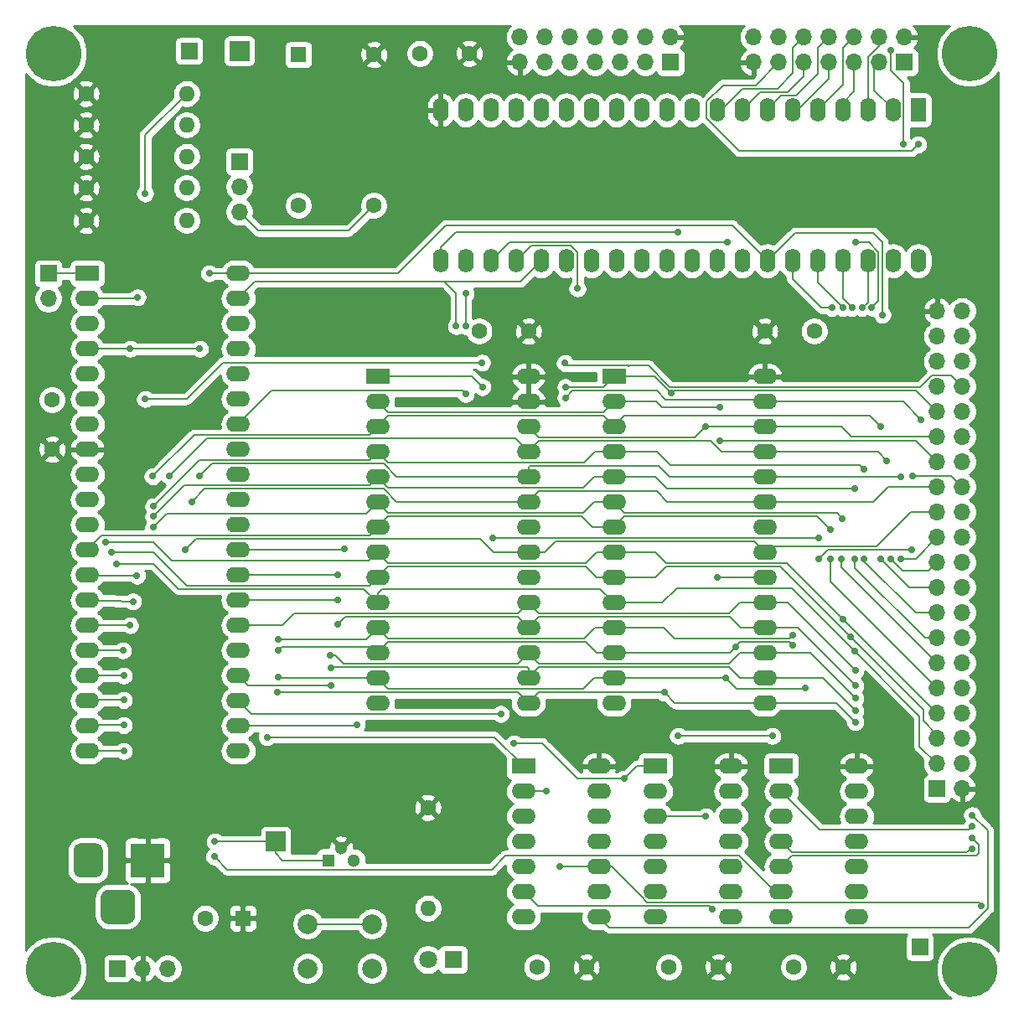
<source format=gtl>
G04 #@! TF.GenerationSoftware,KiCad,Pcbnew,(5.1.9-0-10_14)*
G04 #@! TF.CreationDate,2022-10-07T21:52:07-05:00*
G04 #@! TF.ProjectId,My6502,4d793635-3032-42e6-9b69-6361645f7063,rev?*
G04 #@! TF.SameCoordinates,Original*
G04 #@! TF.FileFunction,Copper,L1,Top*
G04 #@! TF.FilePolarity,Positive*
%FSLAX46Y46*%
G04 Gerber Fmt 4.6, Leading zero omitted, Abs format (unit mm)*
G04 Created by KiCad (PCBNEW (5.1.9-0-10_14)) date 2022-10-07 21:52:07*
%MOMM*%
%LPD*%
G01*
G04 APERTURE LIST*
G04 #@! TA.AperFunction,ComponentPad*
%ADD10R,1.700000X1.700000*%
G04 #@! TD*
G04 #@! TA.AperFunction,ComponentPad*
%ADD11O,1.700000X1.700000*%
G04 #@! TD*
G04 #@! TA.AperFunction,ComponentPad*
%ADD12C,2.000000*%
G04 #@! TD*
G04 #@! TA.AperFunction,ComponentPad*
%ADD13C,1.600000*%
G04 #@! TD*
G04 #@! TA.AperFunction,ComponentPad*
%ADD14R,1.600000X1.600000*%
G04 #@! TD*
G04 #@! TA.AperFunction,ComponentPad*
%ADD15O,1.600000X2.400000*%
G04 #@! TD*
G04 #@! TA.AperFunction,ComponentPad*
%ADD16R,1.600000X2.400000*%
G04 #@! TD*
G04 #@! TA.AperFunction,ComponentPad*
%ADD17O,2.400000X1.600000*%
G04 #@! TD*
G04 #@! TA.AperFunction,ComponentPad*
%ADD18R,2.400000X1.600000*%
G04 #@! TD*
G04 #@! TA.AperFunction,ComponentPad*
%ADD19R,1.300000X1.300000*%
G04 #@! TD*
G04 #@! TA.AperFunction,ComponentPad*
%ADD20C,1.300000*%
G04 #@! TD*
G04 #@! TA.AperFunction,ComponentPad*
%ADD21R,2.000000X2.000000*%
G04 #@! TD*
G04 #@! TA.AperFunction,ComponentPad*
%ADD22O,1.600000X1.600000*%
G04 #@! TD*
G04 #@! TA.AperFunction,ComponentPad*
%ADD23R,3.500000X3.500000*%
G04 #@! TD*
G04 #@! TA.AperFunction,ConnectorPad*
%ADD24C,5.600000*%
G04 #@! TD*
G04 #@! TA.AperFunction,ComponentPad*
%ADD25C,3.600000*%
G04 #@! TD*
G04 #@! TA.AperFunction,ComponentPad*
%ADD26C,1.800000*%
G04 #@! TD*
G04 #@! TA.AperFunction,ComponentPad*
%ADD27R,1.800000X1.800000*%
G04 #@! TD*
G04 #@! TA.AperFunction,ViaPad*
%ADD28C,0.700000*%
G04 #@! TD*
G04 #@! TA.AperFunction,Conductor*
%ADD29C,0.152400*%
G04 #@! TD*
G04 #@! TA.AperFunction,Conductor*
%ADD30C,0.254000*%
G04 #@! TD*
G04 #@! TA.AperFunction,Conductor*
%ADD31C,0.100000*%
G04 #@! TD*
G04 APERTURE END LIST*
D10*
X122224800Y-144043400D03*
D11*
X46228000Y-146177000D03*
X43688000Y-146177000D03*
D10*
X41148000Y-146177000D03*
D12*
X60365500Y-146177000D03*
X60365500Y-141677000D03*
X66865500Y-146177000D03*
X66865500Y-141677000D03*
D13*
X59436000Y-69088000D03*
X67056000Y-69088000D03*
X67056000Y-53848000D03*
D14*
X59436000Y-53848000D03*
D15*
X122047000Y-74676000D03*
X73787000Y-59436000D03*
X119507000Y-74676000D03*
X76327000Y-59436000D03*
X116967000Y-74676000D03*
X78867000Y-59436000D03*
X114427000Y-74676000D03*
X81407000Y-59436000D03*
X111887000Y-74676000D03*
X83947000Y-59436000D03*
X109347000Y-74676000D03*
X86487000Y-59436000D03*
X106807000Y-74676000D03*
X89027000Y-59436000D03*
X104267000Y-74676000D03*
X91567000Y-59436000D03*
X101727000Y-74676000D03*
X94107000Y-59436000D03*
X99187000Y-74676000D03*
X96647000Y-59436000D03*
X96647000Y-74676000D03*
X99187000Y-59436000D03*
X94107000Y-74676000D03*
X101727000Y-59436000D03*
X91567000Y-74676000D03*
X104267000Y-59436000D03*
X89027000Y-74676000D03*
X106807000Y-59436000D03*
X86487000Y-74676000D03*
X109347000Y-59436000D03*
X83947000Y-74676000D03*
X111887000Y-59436000D03*
X81407000Y-74676000D03*
X114427000Y-59436000D03*
X78867000Y-74676000D03*
X116967000Y-59436000D03*
X76327000Y-74676000D03*
X119507000Y-59436000D03*
X73787000Y-74676000D03*
D16*
X122047000Y-59436000D03*
D17*
X115824000Y-125730000D03*
X108204000Y-140970000D03*
X115824000Y-128270000D03*
X108204000Y-138430000D03*
X115824000Y-130810000D03*
X108204000Y-135890000D03*
X115824000Y-133350000D03*
X108204000Y-133350000D03*
X115824000Y-135890000D03*
X108204000Y-130810000D03*
X115824000Y-138430000D03*
X108204000Y-128270000D03*
X115824000Y-140970000D03*
D18*
X108204000Y-125730000D03*
D19*
X62484000Y-135255000D03*
D20*
X65024000Y-135255000D03*
X63754000Y-133985000D03*
D17*
X103124000Y-125730000D03*
X95504000Y-140970000D03*
X103124000Y-128270000D03*
X95504000Y-138430000D03*
X103124000Y-130810000D03*
X95504000Y-135890000D03*
X103124000Y-133350000D03*
X95504000Y-133350000D03*
X103124000Y-135890000D03*
X95504000Y-130810000D03*
X103124000Y-138430000D03*
X95504000Y-128270000D03*
X103124000Y-140970000D03*
D18*
X95504000Y-125730000D03*
D17*
X89789000Y-125730000D03*
X82169000Y-140970000D03*
X89789000Y-128270000D03*
X82169000Y-138430000D03*
X89789000Y-130810000D03*
X82169000Y-135890000D03*
X89789000Y-133350000D03*
X82169000Y-133350000D03*
X89789000Y-135890000D03*
X82169000Y-130810000D03*
X89789000Y-138430000D03*
X82169000Y-128270000D03*
X89789000Y-140970000D03*
D18*
X82169000Y-125730000D03*
D17*
X106553000Y-86360000D03*
X91313000Y-119380000D03*
X106553000Y-88900000D03*
X91313000Y-116840000D03*
X106553000Y-91440000D03*
X91313000Y-114300000D03*
X106553000Y-93980000D03*
X91313000Y-111760000D03*
X106553000Y-96520000D03*
X91313000Y-109220000D03*
X106553000Y-99060000D03*
X91313000Y-106680000D03*
X106553000Y-101600000D03*
X91313000Y-104140000D03*
X106553000Y-104140000D03*
X91313000Y-101600000D03*
X106553000Y-106680000D03*
X91313000Y-99060000D03*
X106553000Y-109220000D03*
X91313000Y-96520000D03*
X106553000Y-111760000D03*
X91313000Y-93980000D03*
X106553000Y-114300000D03*
X91313000Y-91440000D03*
X106553000Y-116840000D03*
X91313000Y-88900000D03*
X106553000Y-119380000D03*
D18*
X91313000Y-86360000D03*
D17*
X53340000Y-75946000D03*
X38100000Y-124206000D03*
X53340000Y-78486000D03*
X38100000Y-121666000D03*
X53340000Y-81026000D03*
X38100000Y-119126000D03*
X53340000Y-83566000D03*
X38100000Y-116586000D03*
X53340000Y-86106000D03*
X38100000Y-114046000D03*
X53340000Y-88646000D03*
X38100000Y-111506000D03*
X53340000Y-91186000D03*
X38100000Y-108966000D03*
X53340000Y-93726000D03*
X38100000Y-106426000D03*
X53340000Y-96266000D03*
X38100000Y-103886000D03*
X53340000Y-98806000D03*
X38100000Y-101346000D03*
X53340000Y-101346000D03*
X38100000Y-98806000D03*
X53340000Y-103886000D03*
X38100000Y-96266000D03*
X53340000Y-106426000D03*
X38100000Y-93726000D03*
X53340000Y-108966000D03*
X38100000Y-91186000D03*
X53340000Y-111506000D03*
X38100000Y-88646000D03*
X53340000Y-114046000D03*
X38100000Y-86106000D03*
X53340000Y-116586000D03*
X38100000Y-83566000D03*
X53340000Y-119126000D03*
X38100000Y-81026000D03*
X53340000Y-121666000D03*
X38100000Y-78486000D03*
X53340000Y-124206000D03*
D18*
X38100000Y-75946000D03*
D17*
X82677000Y-86360000D03*
X67437000Y-119380000D03*
X82677000Y-88900000D03*
X67437000Y-116840000D03*
X82677000Y-91440000D03*
X67437000Y-114300000D03*
X82677000Y-93980000D03*
X67437000Y-111760000D03*
X82677000Y-96520000D03*
X67437000Y-109220000D03*
X82677000Y-99060000D03*
X67437000Y-106680000D03*
X82677000Y-101600000D03*
X67437000Y-104140000D03*
X82677000Y-104140000D03*
X67437000Y-101600000D03*
X82677000Y-106680000D03*
X67437000Y-99060000D03*
X82677000Y-109220000D03*
X67437000Y-96520000D03*
X82677000Y-111760000D03*
X67437000Y-93980000D03*
X82677000Y-114300000D03*
X67437000Y-91440000D03*
X82677000Y-116840000D03*
X67437000Y-88900000D03*
X82677000Y-119380000D03*
D18*
X67437000Y-86360000D03*
D21*
X57150000Y-133350000D03*
X53467000Y-53467000D03*
D22*
X72517000Y-140081000D03*
D13*
X72517000Y-129921000D03*
D22*
X48133000Y-70612000D03*
D13*
X37973000Y-70612000D03*
D22*
X48133000Y-67310000D03*
D13*
X37973000Y-67310000D03*
D22*
X48133000Y-64135000D03*
D13*
X37973000Y-64135000D03*
D22*
X48133000Y-60960000D03*
D13*
X37973000Y-60960000D03*
D22*
X48133000Y-57785000D03*
D13*
X37973000Y-57785000D03*
D11*
X34163000Y-78486000D03*
D10*
X34163000Y-75946000D03*
D11*
X81788000Y-52070000D03*
X81788000Y-54610000D03*
X84328000Y-52070000D03*
X84328000Y-54610000D03*
X86868000Y-52070000D03*
X86868000Y-54610000D03*
X89408000Y-52070000D03*
X89408000Y-54610000D03*
X91948000Y-52070000D03*
X91948000Y-54610000D03*
X94488000Y-52070000D03*
X94488000Y-54610000D03*
X97028000Y-52070000D03*
D10*
X97028000Y-54610000D03*
D11*
X105410000Y-52070000D03*
X105410000Y-54610000D03*
X107950000Y-52070000D03*
X107950000Y-54610000D03*
X110490000Y-52070000D03*
X110490000Y-54610000D03*
X113030000Y-52070000D03*
X113030000Y-54610000D03*
X115570000Y-52070000D03*
X115570000Y-54610000D03*
X118110000Y-52070000D03*
X118110000Y-54610000D03*
X120650000Y-52070000D03*
D10*
X120650000Y-54610000D03*
D11*
X126492000Y-79756000D03*
X123952000Y-79756000D03*
X126492000Y-82296000D03*
X123952000Y-82296000D03*
X126492000Y-84836000D03*
X123952000Y-84836000D03*
X126492000Y-87376000D03*
X123952000Y-87376000D03*
X126492000Y-89916000D03*
X123952000Y-89916000D03*
X126492000Y-92456000D03*
X123952000Y-92456000D03*
X126492000Y-94996000D03*
X123952000Y-94996000D03*
X126492000Y-97536000D03*
X123952000Y-97536000D03*
X126492000Y-100076000D03*
X123952000Y-100076000D03*
X126492000Y-102616000D03*
X123952000Y-102616000D03*
X126492000Y-105156000D03*
X123952000Y-105156000D03*
X126492000Y-107696000D03*
X123952000Y-107696000D03*
X126492000Y-110236000D03*
X123952000Y-110236000D03*
X126492000Y-112776000D03*
X123952000Y-112776000D03*
X126492000Y-115316000D03*
X123952000Y-115316000D03*
X126492000Y-117856000D03*
X123952000Y-117856000D03*
X126492000Y-120396000D03*
X123952000Y-120396000D03*
X126492000Y-122936000D03*
X123952000Y-122936000D03*
X126492000Y-125476000D03*
X123952000Y-125476000D03*
X126492000Y-128016000D03*
D10*
X123952000Y-128016000D03*
G04 #@! TA.AperFunction,ComponentPad*
G36*
G01*
X39445000Y-140829000D02*
X39445000Y-139079000D01*
G75*
G02*
X40320000Y-138204000I875000J0D01*
G01*
X42070000Y-138204000D01*
G75*
G02*
X42945000Y-139079000I0J-875000D01*
G01*
X42945000Y-140829000D01*
G75*
G02*
X42070000Y-141704000I-875000J0D01*
G01*
X40320000Y-141704000D01*
G75*
G02*
X39445000Y-140829000I0J875000D01*
G01*
G37*
G04 #@! TD.AperFunction*
G04 #@! TA.AperFunction,ComponentPad*
G36*
G01*
X36695000Y-136254000D02*
X36695000Y-134254000D01*
G75*
G02*
X37445000Y-133504000I750000J0D01*
G01*
X38945000Y-133504000D01*
G75*
G02*
X39695000Y-134254000I0J-750000D01*
G01*
X39695000Y-136254000D01*
G75*
G02*
X38945000Y-137004000I-750000J0D01*
G01*
X37445000Y-137004000D01*
G75*
G02*
X36695000Y-136254000I0J750000D01*
G01*
G37*
G04 #@! TD.AperFunction*
D23*
X44195000Y-135254000D03*
D11*
X53467000Y-69723000D03*
X53467000Y-67183000D03*
D10*
X53467000Y-64643000D03*
X48387000Y-53467000D03*
D24*
X34671000Y-146304000D03*
D25*
X34671000Y-146304000D03*
D24*
X34671000Y-53721000D03*
D25*
X34671000Y-53721000D03*
D24*
X127254000Y-53721000D03*
D25*
X127254000Y-53721000D03*
D24*
X127254000Y-146304000D03*
D25*
X127254000Y-146304000D03*
D26*
X72517000Y-145288000D03*
D27*
X75057000Y-145288000D03*
D13*
X71708000Y-53721000D03*
X76708000Y-53721000D03*
X109474000Y-146050000D03*
X114474000Y-146050000D03*
X77677000Y-81788000D03*
X82677000Y-81788000D03*
X96854000Y-146050000D03*
X101854000Y-146050000D03*
X83519000Y-146050000D03*
X88519000Y-146050000D03*
X111553000Y-81788000D03*
X106553000Y-81788000D03*
X34544000Y-88726000D03*
X34544000Y-93726000D03*
X50022600Y-141097000D03*
D14*
X53822600Y-141097000D03*
D28*
X42418000Y-83566000D03*
X49466500Y-83566000D03*
X50927000Y-134874000D03*
X41093300Y-105283000D03*
X115633500Y-114109500D03*
X116394751Y-79437745D03*
X109347000Y-112522000D03*
X57404000Y-112903000D03*
X40576500Y-104140000D03*
X115189000Y-112649000D03*
X115379500Y-79438494D03*
X109347000Y-113522003D03*
X103600250Y-113696750D03*
X57404000Y-114046000D03*
X39950290Y-103124000D03*
X114427000Y-110871000D03*
X114427000Y-79438504D03*
X110617000Y-117856000D03*
X102616000Y-116840000D03*
X57404000Y-116776500D03*
X113157000Y-101854006D03*
X113157000Y-104775000D03*
X113347500Y-79438500D03*
X115697000Y-121285000D03*
X96389710Y-118303790D03*
X57343786Y-118303790D03*
X44771244Y-101608496D03*
X43116500Y-106489500D03*
X114300000Y-104775000D03*
X114418210Y-100711002D03*
X115696996Y-120142000D03*
X62737996Y-115824000D03*
X64071498Y-103822500D03*
X44767500Y-100520498D03*
X42735500Y-109093000D03*
X115670622Y-104775000D03*
X115671600Y-97663000D03*
X115697000Y-118872000D03*
X63436500Y-106426000D03*
X62674504Y-114554000D03*
X116586000Y-95733599D03*
X116597011Y-104774999D03*
X44767500Y-99504500D03*
X42418000Y-111506000D03*
X115697000Y-117602000D03*
X63436498Y-108966000D03*
X63436484Y-111442500D03*
X41719500Y-114046000D03*
X44703998Y-96456500D03*
X118237000Y-104775000D03*
X118237000Y-91440000D03*
X115697000Y-116078000D03*
X118872000Y-94869000D03*
X41783000Y-116586000D03*
X46418500Y-96456500D03*
X119252990Y-104775000D03*
X49403000Y-96456500D03*
X41783000Y-119062500D03*
X120269000Y-96520000D03*
X120280011Y-104775280D03*
X76327000Y-88138000D03*
X86423500Y-88519000D03*
X122364500Y-90741500D03*
X76327000Y-77978000D03*
X76327000Y-81280000D03*
X48006000Y-103886000D03*
X41783000Y-121602500D03*
X102803210Y-72837790D03*
X115697000Y-72834504D03*
X117375104Y-79406496D03*
X127508000Y-130683000D03*
X41783000Y-124206000D03*
X48641000Y-99060000D03*
X50419000Y-75946000D03*
X50990500Y-133350000D03*
X121475500Y-96393000D03*
X118430790Y-80137000D03*
X102041210Y-92903790D03*
X65341500Y-121539000D03*
X102044500Y-89471500D03*
X87630000Y-77470000D03*
X127508000Y-132969000D03*
X100592800Y-130810000D03*
X100584000Y-91439998D03*
X79883000Y-120459500D03*
X97790000Y-71755000D03*
X97789980Y-122682000D03*
X107315000Y-122682000D03*
X86426790Y-87436210D03*
X62738000Y-117602000D03*
X78038210Y-87436210D03*
X97091500Y-88065710D03*
X127508008Y-131826000D03*
X128460500Y-139827000D03*
X84455000Y-128270000D03*
X85852000Y-135890000D03*
X56261000Y-122809000D03*
X127508000Y-134112000D03*
X43180000Y-78359000D03*
X81216500Y-123444000D03*
X92329000Y-126999998D03*
X101219000Y-140208000D03*
X101790500Y-106680000D03*
X43942000Y-88646000D03*
X86360000Y-85026500D03*
X77978000Y-84963000D03*
X43942000Y-67881500D03*
X112014002Y-104775000D03*
X111982379Y-102711380D03*
X79057500Y-102679500D03*
X121411999Y-103886000D03*
X75374500Y-81280000D03*
X119313830Y-53408356D03*
X120586500Y-62928500D03*
X122047008Y-62928500D03*
D29*
X42418000Y-83566000D02*
X38100000Y-83566000D01*
X42418000Y-83566000D02*
X49466500Y-83566000D01*
X107585990Y-138430000D02*
X108204000Y-138430000D01*
X103969780Y-134813790D02*
X107585990Y-138430000D01*
X80324210Y-134813790D02*
X103969780Y-134813790D01*
X78956799Y-136181201D02*
X80324210Y-134813790D01*
X52234201Y-136181201D02*
X78956799Y-136181201D01*
X50927000Y-134874000D02*
X52234201Y-136181201D01*
X67437000Y-108267600D02*
X67881600Y-107823000D01*
X67437000Y-109220000D02*
X67437000Y-108267600D01*
X89916000Y-107823000D02*
X91313000Y-109220000D01*
X67881600Y-107823000D02*
X89916000Y-107823000D01*
X123952000Y-125476000D02*
X122202589Y-123726589D01*
X109280210Y-107756210D02*
X97666290Y-107756210D01*
X96202500Y-109220000D02*
X91313000Y-109220000D01*
X122202589Y-123726589D02*
X122202589Y-120678589D01*
X97666290Y-107756210D02*
X96202500Y-109220000D01*
X66072499Y-107855499D02*
X67437000Y-109220000D01*
X47339999Y-107855499D02*
X66072499Y-107855499D01*
X44767500Y-105283000D02*
X47339999Y-107855499D01*
X41093300Y-105283000D02*
X44767500Y-105283000D01*
X115633500Y-114109500D02*
X109280210Y-107756210D01*
X122202589Y-120678589D02*
X115633500Y-114109500D01*
X116967000Y-74676000D02*
X116967000Y-78865496D01*
X116967000Y-78865496D02*
X116394751Y-79437745D01*
X68513210Y-112836210D02*
X88331790Y-112836210D01*
X67437000Y-111760000D02*
X68513210Y-112836210D01*
X89408000Y-111760000D02*
X91313000Y-111760000D01*
X88331790Y-112836210D02*
X89408000Y-111760000D01*
X109032790Y-112836210D02*
X109347000Y-112522000D01*
X97405710Y-112836210D02*
X109032790Y-112836210D01*
X96329500Y-111760000D02*
X97405710Y-112836210D01*
X91313000Y-111760000D02*
X96329500Y-111760000D01*
X66294000Y-112903000D02*
X67437000Y-111760000D01*
X57404000Y-112903000D02*
X66294000Y-112903000D01*
X68513210Y-105603790D02*
X88458790Y-105603790D01*
X67437000Y-106680000D02*
X68513210Y-105603790D01*
X89535000Y-106680000D02*
X91313000Y-106680000D01*
X88458790Y-105603790D02*
X89535000Y-106680000D01*
X95504000Y-106680000D02*
X91313000Y-106680000D01*
X96615380Y-105568620D02*
X95504000Y-106680000D01*
X122555000Y-121158000D02*
X122555000Y-120015000D01*
X123952000Y-122555000D02*
X122555000Y-121158000D01*
X108108620Y-105568620D02*
X96615380Y-105568620D01*
X123952000Y-122936000D02*
X123952000Y-122555000D01*
X67437000Y-106680000D02*
X66614790Y-107502210D01*
X66614790Y-107502210D02*
X48129710Y-107502210D01*
X48129710Y-107502210D02*
X44767500Y-104140000D01*
X44767500Y-104140000D02*
X40576500Y-104140000D01*
X115189000Y-112649000D02*
X108108620Y-105568620D01*
X122555000Y-120015000D02*
X115189000Y-112649000D01*
X114427000Y-74676000D02*
X114427000Y-78485994D01*
X114427000Y-78485994D02*
X115379500Y-79438494D01*
X68513210Y-113223790D02*
X88458790Y-113223790D01*
X67437000Y-114300000D02*
X68513210Y-113223790D01*
X89535000Y-114300000D02*
X91313000Y-114300000D01*
X88458790Y-113223790D02*
X89535000Y-114300000D01*
X109048787Y-113223790D02*
X109347000Y-113522003D01*
X104073210Y-113223790D02*
X109048787Y-113223790D01*
X102997000Y-114300000D02*
X103600250Y-113696750D01*
X91313000Y-114300000D02*
X102997000Y-114300000D01*
X103600250Y-113696750D02*
X104073210Y-113223790D01*
X57753999Y-113696001D02*
X57404000Y-114046000D01*
X67437000Y-114300000D02*
X66833001Y-113696001D01*
X66833001Y-113696001D02*
X57753999Y-113696001D01*
X68513210Y-105216210D02*
X88458790Y-105216210D01*
X67437000Y-104140000D02*
X68513210Y-105216210D01*
X89535000Y-104140000D02*
X91313000Y-104140000D01*
X88458790Y-105216210D02*
X89535000Y-104140000D01*
X66579001Y-104997999D02*
X46641499Y-104997999D01*
X67437000Y-104140000D02*
X66579001Y-104997999D01*
X46641499Y-104997999D02*
X44767500Y-103124000D01*
X44767500Y-103124000D02*
X39950290Y-103124000D01*
X95504000Y-104140000D02*
X91313000Y-104140000D01*
X96580210Y-105216210D02*
X95504000Y-104140000D01*
X108772210Y-105216210D02*
X96580210Y-105216210D01*
X114427000Y-110871000D02*
X108772210Y-105216210D01*
X123952000Y-120396000D02*
X114427000Y-110871000D01*
X111887000Y-74676000D02*
X111887000Y-76898504D01*
X111887000Y-76898504D02*
X114427000Y-79438504D01*
X68513210Y-117916210D02*
X88204790Y-117916210D01*
X67437000Y-116840000D02*
X68513210Y-117916210D01*
X89281000Y-116840000D02*
X91313000Y-116840000D01*
X88204790Y-117916210D02*
X89281000Y-116840000D01*
X110556790Y-117916210D02*
X110617000Y-117856000D01*
X102616000Y-116840000D02*
X103692210Y-117916210D01*
X103692210Y-117916210D02*
X110556790Y-117916210D01*
X91313000Y-116840000D02*
X102616000Y-116840000D01*
X67437000Y-116840000D02*
X57467500Y-116840000D01*
X57467500Y-116840000D02*
X57404000Y-116776500D01*
X68513210Y-100523790D02*
X88077790Y-100523790D01*
X67437000Y-101600000D02*
X68513210Y-100523790D01*
X89154000Y-101600000D02*
X91313000Y-101600000D01*
X88077790Y-100523790D02*
X89154000Y-101600000D01*
X92389210Y-100523790D02*
X111826784Y-100523790D01*
X111826784Y-100523790D02*
X113157000Y-101854006D01*
X91313000Y-101600000D02*
X92389210Y-100523790D01*
X39563790Y-102422210D02*
X38100000Y-103886000D01*
X66614790Y-102422210D02*
X39563790Y-102422210D01*
X67437000Y-101600000D02*
X66614790Y-102422210D01*
X113157000Y-107061000D02*
X113157000Y-104775000D01*
X123952000Y-117856000D02*
X113157000Y-107061000D01*
X112281026Y-79438500D02*
X113347500Y-79438500D01*
X109347000Y-74676000D02*
X109347000Y-76504474D01*
X109347000Y-76504474D02*
X112281026Y-79438500D01*
X113792000Y-119380000D02*
X106553000Y-119380000D01*
X115697000Y-121285000D02*
X113792000Y-119380000D01*
X97465920Y-119380000D02*
X96389710Y-118303790D01*
X82677000Y-119380000D02*
X83753210Y-118303790D01*
X83753210Y-118303790D02*
X96389710Y-118303790D01*
X106553000Y-119380000D02*
X97465920Y-119380000D01*
X82677000Y-119380000D02*
X81600790Y-118303790D01*
X81600790Y-118303790D02*
X57343786Y-118303790D01*
X68513210Y-100136210D02*
X88204790Y-100136210D01*
X67437000Y-99060000D02*
X68513210Y-100136210D01*
X89281000Y-99060000D02*
X91313000Y-99060000D01*
X88204790Y-100136210D02*
X89281000Y-99060000D01*
X66262999Y-100234001D02*
X46145739Y-100234001D01*
X67437000Y-99060000D02*
X66262999Y-100234001D01*
X46145739Y-100234001D02*
X44771244Y-101608496D01*
X38163500Y-106489500D02*
X38100000Y-106426000D01*
X43116500Y-106489500D02*
X38163500Y-106489500D01*
X123952000Y-115316000D02*
X114300000Y-105664000D01*
X114300000Y-105664000D02*
X114300000Y-104775000D01*
X113843418Y-100136210D02*
X114418210Y-100711002D01*
X92389210Y-100136210D02*
X113843418Y-100136210D01*
X91313000Y-99060000D02*
X92389210Y-100136210D01*
X83753210Y-115763790D02*
X102936790Y-115763790D01*
X82677000Y-116840000D02*
X83753210Y-115763790D01*
X104013000Y-116840000D02*
X106553000Y-116840000D01*
X102936790Y-115763790D02*
X104013000Y-116840000D01*
X106553000Y-116840000D02*
X112394996Y-116840000D01*
X112394996Y-116840000D02*
X115696996Y-120142000D01*
X62801496Y-115760500D02*
X62737996Y-115824000D01*
X82677000Y-116840000D02*
X82677000Y-115887600D01*
X82677000Y-115887600D02*
X82549900Y-115760500D01*
X82549900Y-115760500D02*
X62801496Y-115760500D01*
X53340000Y-103886000D02*
X64007998Y-103886000D01*
X64007998Y-103886000D02*
X64071498Y-103822500D01*
X68513210Y-97596210D02*
X88204790Y-97596210D01*
X67437000Y-96520000D02*
X68513210Y-97596210D01*
X89281000Y-96520000D02*
X91313000Y-96520000D01*
X88204790Y-97596210D02*
X89281000Y-96520000D01*
X38100000Y-108966000D02*
X42735500Y-109093000D01*
X66611500Y-97345500D02*
X47942498Y-97345500D01*
X47942498Y-97345500D02*
X44767500Y-100520498D01*
X67437000Y-96520000D02*
X66611500Y-97345500D01*
X122749919Y-112776000D02*
X115670622Y-105696703D01*
X115670622Y-105696703D02*
X115670622Y-104775000D01*
X123952000Y-112776000D02*
X122749919Y-112776000D01*
X96647000Y-97663000D02*
X115671600Y-97663000D01*
X95504000Y-96520000D02*
X96647000Y-97663000D01*
X91313000Y-96520000D02*
X95504000Y-96520000D01*
X83753210Y-115376210D02*
X102936790Y-115376210D01*
X82677000Y-114300000D02*
X83753210Y-115376210D01*
X104013000Y-114300000D02*
X106553000Y-114300000D01*
X102936790Y-115376210D02*
X104013000Y-114300000D01*
X111125000Y-114300000D02*
X106553000Y-114300000D01*
X115697000Y-118872000D02*
X111125000Y-114300000D01*
X63436500Y-106426000D02*
X53340000Y-106426000D01*
X63169478Y-114554000D02*
X62674504Y-114554000D01*
X63991688Y-115376210D02*
X63169478Y-114554000D01*
X81600790Y-115376210D02*
X63991688Y-115376210D01*
X82677000Y-114300000D02*
X81600790Y-115376210D01*
X116186001Y-95333600D02*
X96984600Y-95333600D01*
X116586000Y-95733599D02*
X116186001Y-95333600D01*
X95631000Y-93980000D02*
X91313000Y-93980000D01*
X96984600Y-95333600D02*
X95631000Y-93980000D01*
X68513210Y-95056210D02*
X88331790Y-95056210D01*
X67437000Y-93980000D02*
X68513210Y-95056210D01*
X89408000Y-93980000D02*
X91313000Y-93980000D01*
X88331790Y-95056210D02*
X89408000Y-93980000D01*
X116597011Y-105040011D02*
X116597011Y-104774999D01*
X121793000Y-110236000D02*
X116597011Y-105040011D01*
X123952000Y-110236000D02*
X121793000Y-110236000D01*
X42418000Y-111506000D02*
X38100000Y-111506000D01*
X66611500Y-94805500D02*
X49466500Y-94805500D01*
X49466500Y-94805500D02*
X44767500Y-99504500D01*
X67437000Y-93980000D02*
X66611500Y-94805500D01*
X83753210Y-110683790D02*
X103063790Y-110683790D01*
X82677000Y-111760000D02*
X83753210Y-110683790D01*
X104140000Y-111760000D02*
X106553000Y-111760000D01*
X103063790Y-110683790D02*
X104140000Y-111760000D01*
X109855000Y-111760000D02*
X115697000Y-117602000D01*
X106553000Y-111760000D02*
X109855000Y-111760000D01*
X53340000Y-108966000D02*
X63436498Y-108966000D01*
X82677000Y-111760000D02*
X81600790Y-110683790D01*
X81600790Y-110683790D02*
X64195194Y-110683790D01*
X64195194Y-110683790D02*
X63436484Y-111442500D01*
X68513210Y-90363790D02*
X90236790Y-90363790D01*
X90236790Y-90363790D02*
X91313000Y-91440000D01*
X67437000Y-91440000D02*
X68513210Y-90363790D01*
X41719500Y-114046000D02*
X38100000Y-114046000D01*
X66611500Y-92265500D02*
X48894998Y-92265500D01*
X48894998Y-92265500D02*
X44703998Y-96456500D01*
X67437000Y-91440000D02*
X66611500Y-92265500D01*
X121158000Y-107696000D02*
X118237000Y-104775000D01*
X123952000Y-107696000D02*
X121158000Y-107696000D01*
X117160790Y-90363790D02*
X118237000Y-91440000D01*
X92389210Y-90363790D02*
X117160790Y-90363790D01*
X91313000Y-91440000D02*
X92389210Y-90363790D01*
X83753210Y-110296210D02*
X102936790Y-110296210D01*
X82677000Y-109220000D02*
X83753210Y-110296210D01*
X104013000Y-109220000D02*
X106553000Y-109220000D01*
X102936790Y-110296210D02*
X104013000Y-109220000D01*
X106553000Y-109220000D02*
X108839000Y-109220000D01*
X108839000Y-109220000D02*
X115697000Y-116078000D01*
X58994790Y-110296210D02*
X57785000Y-111506000D01*
X81600790Y-110296210D02*
X58994790Y-110296210D01*
X57785000Y-111506000D02*
X53340000Y-111506000D01*
X82677000Y-109220000D02*
X81600790Y-110296210D01*
X117983000Y-93980000D02*
X118872000Y-94869000D01*
X106553000Y-93980000D02*
X117983000Y-93980000D01*
X102190642Y-93980000D02*
X106553000Y-93980000D01*
X101114432Y-92903790D02*
X102190642Y-93980000D01*
X83753210Y-92903790D02*
X101114432Y-92903790D01*
X82677000Y-93980000D02*
X83753210Y-92903790D01*
X41783000Y-116586000D02*
X38100000Y-116586000D01*
X81346790Y-92649790D02*
X50225210Y-92649790D01*
X50225210Y-92649790D02*
X46418500Y-96456500D01*
X82677000Y-93980000D02*
X81346790Y-92649790D01*
X123102001Y-106005999D02*
X120483989Y-106005999D01*
X123952000Y-105156000D02*
X123102001Y-106005999D01*
X120483989Y-106005999D02*
X119252990Y-104775000D01*
X96901000Y-96520000D02*
X106553000Y-96520000D01*
X95824790Y-95443790D02*
X96901000Y-96520000D01*
X82677000Y-95567600D02*
X82800810Y-95443790D01*
X82800810Y-95443790D02*
X95824790Y-95443790D01*
X82677000Y-96520000D02*
X82677000Y-95567600D01*
X68028780Y-95189790D02*
X50669710Y-95189790D01*
X50669710Y-95189790D02*
X49403000Y-96456500D01*
X69358990Y-96520000D02*
X68028780Y-95189790D01*
X82677000Y-96520000D02*
X69358990Y-96520000D01*
X38163500Y-119062500D02*
X38100000Y-119126000D01*
X41783000Y-119062500D02*
X38163500Y-119062500D01*
X106553000Y-96520000D02*
X120269000Y-96520000D01*
X121792720Y-104775280D02*
X120280011Y-104775280D01*
X123952000Y-102616000D02*
X121792720Y-104775280D01*
X56702210Y-87823790D02*
X76012790Y-87823790D01*
X76012790Y-87823790D02*
X76327000Y-88138000D01*
X53340000Y-91186000D02*
X56702210Y-87823790D01*
X120523000Y-88900000D02*
X122364500Y-90741500D01*
X106553000Y-88900000D02*
X120523000Y-88900000D01*
X106553000Y-88900000D02*
X106344911Y-88691911D01*
X87122000Y-87820500D02*
X86423500Y-88519000D01*
X96502411Y-88691911D02*
X95631000Y-87820500D01*
X106344911Y-88691911D02*
X96502411Y-88691911D01*
X95631000Y-87820500D02*
X87122000Y-87820500D01*
X76327000Y-77978000D02*
X76327000Y-81280000D01*
X38163500Y-121602500D02*
X38100000Y-121666000D01*
X41783000Y-121602500D02*
X38163500Y-121602500D01*
X49082210Y-102809790D02*
X48006000Y-103886000D01*
X77790790Y-102809790D02*
X49082210Y-102809790D01*
X79121000Y-104140000D02*
X77790790Y-102809790D01*
X82677000Y-104140000D02*
X79121000Y-104140000D01*
X105476790Y-103063790D02*
X106553000Y-104140000D01*
X85404210Y-103063790D02*
X105476790Y-103063790D01*
X84328000Y-104140000D02*
X85404210Y-103063790D01*
X82677000Y-104140000D02*
X84328000Y-104140000D01*
X107188000Y-103505000D02*
X106553000Y-104140000D01*
X117856000Y-103505000D02*
X107188000Y-103505000D01*
X121285000Y-100076000D02*
X117856000Y-103505000D01*
X123952000Y-100076000D02*
X121285000Y-100076000D01*
X78867000Y-74676000D02*
X80744420Y-72798580D01*
X102803210Y-72798580D02*
X102803210Y-72837790D01*
X80744420Y-72798580D02*
X102803210Y-72798580D01*
X118043210Y-73830220D02*
X118043210Y-78738390D01*
X117047494Y-72834504D02*
X118043210Y-73830220D01*
X118043210Y-78738390D02*
X117375104Y-79406496D01*
X115697000Y-72834504D02*
X117047494Y-72834504D01*
X129086701Y-140127577D02*
X129086701Y-132261701D01*
X127168068Y-142046210D02*
X129086701Y-140127577D01*
X89789000Y-140970000D02*
X90865210Y-142046210D01*
X90865210Y-142046210D02*
X127168068Y-142046210D01*
X129086701Y-132261701D02*
X127508000Y-130683000D01*
X117475000Y-99060000D02*
X106553000Y-99060000D01*
X118999000Y-97536000D02*
X117475000Y-99060000D01*
X123952000Y-97536000D02*
X118999000Y-97536000D01*
X96710500Y-99060000D02*
X106553000Y-99060000D01*
X95634290Y-97983790D02*
X96710500Y-99060000D01*
X83753210Y-97983790D02*
X95634290Y-97983790D01*
X82677000Y-99060000D02*
X83753210Y-97983790D01*
X41783000Y-124206000D02*
X38100000Y-124206000D01*
X69358990Y-99060000D02*
X68028780Y-97729790D01*
X68028780Y-97729790D02*
X49971210Y-97729790D01*
X82677000Y-99060000D02*
X69358990Y-99060000D01*
X49971210Y-97729790D02*
X48641000Y-99060000D01*
X57150000Y-134556500D02*
X57150000Y-133350000D01*
X57848500Y-135255000D02*
X57150000Y-134556500D01*
X62484000Y-135255000D02*
X57848500Y-135255000D01*
X50419000Y-75946000D02*
X53340000Y-75946000D01*
X57150000Y-133350000D02*
X50990500Y-133350000D01*
X126492000Y-97536000D02*
X125349000Y-96393000D01*
X125349000Y-96393000D02*
X121475500Y-96393000D01*
X60365500Y-141677000D02*
X66865500Y-141677000D01*
X103251000Y-71120000D02*
X106807000Y-74676000D01*
X69469000Y-75946000D02*
X74295000Y-71120000D01*
X74295000Y-71120000D02*
X103251000Y-71120000D01*
X53340000Y-75946000D02*
X69469000Y-75946000D01*
X118430790Y-72774290D02*
X118430790Y-80137000D01*
X117538500Y-71882000D02*
X118430790Y-72774290D01*
X109601000Y-71882000D02*
X117538500Y-71882000D01*
X106807000Y-74676000D02*
X109601000Y-71882000D01*
X121859790Y-92903790D02*
X102041210Y-92903790D01*
X123952000Y-94996000D02*
X121859790Y-92903790D01*
X102041210Y-92903790D02*
X101920790Y-92903790D01*
X68513210Y-89976210D02*
X90236790Y-89976210D01*
X90236790Y-89976210D02*
X91313000Y-88900000D01*
X67437000Y-88900000D02*
X68513210Y-89976210D01*
X65214500Y-121666000D02*
X65341500Y-121539000D01*
X53340000Y-121666000D02*
X65214500Y-121666000D01*
X96139000Y-89471500D02*
X102044500Y-89471500D01*
X95567500Y-88900000D02*
X96139000Y-89471500D01*
X91313000Y-88900000D02*
X95567500Y-88900000D01*
X87630000Y-73827996D02*
X87630000Y-77470000D01*
X86952994Y-73150990D02*
X87630000Y-73827996D01*
X82932010Y-73150990D02*
X86952994Y-73150990D01*
X81407000Y-74676000D02*
X82932010Y-73150990D01*
X127923490Y-134813790D02*
X128206500Y-134530780D01*
X108204000Y-135890000D02*
X109280210Y-134813790D01*
X109280210Y-134813790D02*
X127923490Y-134813790D01*
X128206500Y-133667500D02*
X127508000Y-132969000D01*
X128206500Y-134530780D02*
X128206500Y-133667500D01*
X123952000Y-92456000D02*
X115316000Y-92456000D01*
X114300000Y-91440000D02*
X106553000Y-91440000D01*
X115316000Y-92456000D02*
X114300000Y-91440000D01*
X100592800Y-130810000D02*
X95504000Y-130810000D01*
X82677000Y-91440000D02*
X83753210Y-92516210D01*
X106553000Y-91440000D02*
X100584002Y-91440000D01*
X100584002Y-91440000D02*
X100584000Y-91439998D01*
X83753210Y-92516210D02*
X99507788Y-92516210D01*
X99507788Y-92516210D02*
X100584000Y-91439998D01*
X54673500Y-120459500D02*
X79883000Y-120459500D01*
X53340000Y-119126000D02*
X54673500Y-120459500D01*
X75355600Y-71755000D02*
X97790000Y-71755000D01*
X73787000Y-73323600D02*
X75355600Y-71755000D01*
X73787000Y-74676000D02*
X73787000Y-73323600D01*
X97789980Y-122682000D02*
X107315000Y-122682000D01*
X90236790Y-87436210D02*
X91313000Y-86360000D01*
X86426790Y-87436210D02*
X90236790Y-87436210D01*
X54356000Y-117602000D02*
X53340000Y-116586000D01*
X62738000Y-117602000D02*
X54356000Y-117602000D01*
X67437000Y-86360000D02*
X76962000Y-86360000D01*
X76962000Y-86360000D02*
X78038210Y-87436210D01*
X97336710Y-87820500D02*
X97091500Y-88065710D01*
X121856500Y-87820500D02*
X97336710Y-87820500D01*
X95385790Y-86360000D02*
X97091500Y-88065710D01*
X91313000Y-86360000D02*
X95385790Y-86360000D01*
X123952000Y-89916000D02*
X121856500Y-87820500D01*
X112109999Y-132175999D02*
X127158009Y-132175999D01*
X108204000Y-128270000D02*
X112109999Y-132175999D01*
X127158009Y-132175999D02*
X127508008Y-131826000D01*
X82169000Y-128270000D02*
X84455000Y-128270000D01*
X85852000Y-135890000D02*
X89789000Y-135890000D01*
X94675210Y-139506210D02*
X94678500Y-139509500D01*
X128143000Y-139509500D02*
X128460500Y-139827000D01*
X91059000Y-135890000D02*
X94027790Y-138858790D01*
X94658220Y-139506210D02*
X94675210Y-139506210D01*
X94678500Y-139509500D02*
X128143000Y-139509500D01*
X94027790Y-138875780D02*
X94658220Y-139506210D01*
X94027790Y-138858790D02*
X94027790Y-138875780D01*
X89789000Y-135890000D02*
X91059000Y-135890000D01*
X79248000Y-122809000D02*
X56261000Y-122809000D01*
X82169000Y-125730000D02*
X79248000Y-122809000D01*
X127508000Y-134112000D02*
X126908040Y-134426210D01*
X126908040Y-134426210D02*
X109280210Y-134426210D01*
X109280210Y-134426210D02*
X108204000Y-133350000D01*
X34163000Y-75946000D02*
X38100000Y-75946000D01*
X43053000Y-78486000D02*
X43180000Y-78359000D01*
X38100000Y-78486000D02*
X43053000Y-78486000D01*
X93598998Y-125730000D02*
X92329000Y-126999998D01*
X95504000Y-125730000D02*
X93598998Y-125730000D01*
X84074000Y-123444000D02*
X87629998Y-126999998D01*
X87629998Y-126999998D02*
X92329000Y-126999998D01*
X81216500Y-123444000D02*
X84074000Y-123444000D01*
X83600910Y-139861910D02*
X100872910Y-139861910D01*
X100872910Y-139861910D02*
X101219000Y-140208000D01*
X82169000Y-138430000D02*
X83600910Y-139861910D01*
X106553000Y-106680000D02*
X101790500Y-106680000D01*
X92789201Y-85339039D02*
X92733961Y-85283799D01*
X94804672Y-85280500D02*
X92789201Y-85280500D01*
X96963672Y-87439500D02*
X94804672Y-85280500D01*
X86617299Y-85283799D02*
X86360000Y-85026500D01*
X92733961Y-85283799D02*
X86617299Y-85283799D01*
X126492000Y-87376000D02*
X125365799Y-86249799D01*
X123411423Y-86249799D02*
X122221722Y-87439500D01*
X92789201Y-85280500D02*
X92789201Y-85339039D01*
X125365799Y-86249799D02*
X123411423Y-86249799D01*
X122221722Y-87439500D02*
X96963672Y-87439500D01*
X51816000Y-84963000D02*
X77978000Y-84963000D01*
X48133000Y-88646000D02*
X51816000Y-84963000D01*
X43942000Y-88646000D02*
X48133000Y-88646000D01*
X48133000Y-57785000D02*
X43942000Y-61976000D01*
X43942000Y-61976000D02*
X43942000Y-67881500D01*
X81851500Y-76771500D02*
X83947000Y-74676000D01*
X53340000Y-78486000D02*
X55054500Y-76771500D01*
X75374500Y-76771500D02*
X81851500Y-76771500D01*
X111982380Y-102711380D02*
X111982380Y-102711380D01*
X79089380Y-102711380D02*
X79057500Y-102679500D01*
X111982379Y-102711380D02*
X79089380Y-102711380D01*
X74168000Y-76771500D02*
X75374500Y-76771500D01*
X55054500Y-76771500D02*
X74168000Y-76771500D01*
X112014002Y-104775000D02*
X112903002Y-103886000D01*
X112903002Y-103886000D02*
X121411999Y-103886000D01*
X74168000Y-76771500D02*
X75374500Y-77978000D01*
X75374500Y-77978000D02*
X75374500Y-81280000D01*
X119313830Y-53408356D02*
X119313830Y-55470992D01*
X120586500Y-56743662D02*
X120586500Y-62928500D01*
X119313830Y-55470992D02*
X120586500Y-56743662D01*
X121420807Y-63554701D02*
X122047008Y-62928500D01*
X103923711Y-63554701D02*
X121420807Y-63554701D01*
X100650790Y-60281780D02*
X103923711Y-63554701D01*
X100650790Y-58590220D02*
X100650790Y-60281780D01*
X102316420Y-56924590D02*
X100650790Y-58590220D01*
X105635410Y-56924590D02*
X102316420Y-56924590D01*
X107950000Y-54610000D02*
X105635410Y-56924590D01*
X109363799Y-53196201D02*
X110490000Y-52070000D01*
X109363799Y-55736201D02*
X109363799Y-53196201D01*
X104330500Y-57277000D02*
X107823000Y-57277000D01*
X107823000Y-57277000D02*
X109363799Y-55736201D01*
X102171500Y-59436000D02*
X104330500Y-57277000D01*
X101727000Y-59436000D02*
X102171500Y-59436000D01*
X104267000Y-59436000D02*
X106045000Y-57658000D01*
X110490000Y-56007000D02*
X110490000Y-54610000D01*
X108839000Y-57658000D02*
X110490000Y-56007000D01*
X106045000Y-57658000D02*
X108839000Y-57658000D01*
X109743710Y-57959790D02*
X111903799Y-55799701D01*
X109035594Y-57959790D02*
X109743710Y-57959790D01*
X108232590Y-58010410D02*
X108984974Y-58010410D01*
X108984974Y-58010410D02*
X109035594Y-57959790D01*
X111903799Y-55799701D02*
X111903799Y-53196201D01*
X106807000Y-59436000D02*
X108232590Y-58010410D01*
X111903799Y-53196201D02*
X113030000Y-52070000D01*
X109908884Y-59436000D02*
X113030000Y-56314884D01*
X109347000Y-59436000D02*
X109908884Y-59436000D01*
X113030000Y-56314884D02*
X113030000Y-54610000D01*
X114443799Y-53196201D02*
X115570000Y-52070000D01*
X114443799Y-56879201D02*
X114443799Y-53196201D01*
X111887000Y-59436000D02*
X114443799Y-56879201D01*
X114427000Y-59436000D02*
X114427000Y-58737500D01*
X115570000Y-57594500D02*
X115570000Y-54610000D01*
X114427000Y-58737500D02*
X115570000Y-57594500D01*
X118110000Y-52943222D02*
X118110000Y-52070000D01*
X116967000Y-54086222D02*
X118110000Y-52943222D01*
X116967000Y-59436000D02*
X116967000Y-54086222D01*
X117602000Y-55118000D02*
X118110000Y-54610000D01*
X117602000Y-57467500D02*
X117602000Y-55118000D01*
X119507000Y-59372500D02*
X117602000Y-57467500D01*
X119507000Y-59436000D02*
X119507000Y-59372500D01*
X53467000Y-69723000D02*
X55372000Y-71628000D01*
X64516000Y-71628000D02*
X67056000Y-69088000D01*
X55372000Y-71628000D02*
X64516000Y-71628000D01*
D30*
X80634525Y-51123368D02*
X80472010Y-51366589D01*
X80360068Y-51636842D01*
X80303000Y-51923740D01*
X80303000Y-52216260D01*
X80360068Y-52503158D01*
X80472010Y-52773411D01*
X80634525Y-53016632D01*
X80841368Y-53223475D01*
X81017406Y-53341100D01*
X80787731Y-53512412D01*
X80592822Y-53728645D01*
X80443843Y-53978748D01*
X80346519Y-54253109D01*
X80467186Y-54483000D01*
X81661000Y-54483000D01*
X81661000Y-54463000D01*
X81915000Y-54463000D01*
X81915000Y-54483000D01*
X81935000Y-54483000D01*
X81935000Y-54737000D01*
X81915000Y-54737000D01*
X81915000Y-55930155D01*
X82144890Y-56051476D01*
X82292099Y-56006825D01*
X82554920Y-55881641D01*
X82788269Y-55707588D01*
X82983178Y-55491355D01*
X83052805Y-55374466D01*
X83174525Y-55556632D01*
X83381368Y-55763475D01*
X83624589Y-55925990D01*
X83894842Y-56037932D01*
X84181740Y-56095000D01*
X84474260Y-56095000D01*
X84761158Y-56037932D01*
X85031411Y-55925990D01*
X85274632Y-55763475D01*
X85481475Y-55556632D01*
X85598000Y-55382240D01*
X85714525Y-55556632D01*
X85921368Y-55763475D01*
X86164589Y-55925990D01*
X86434842Y-56037932D01*
X86721740Y-56095000D01*
X87014260Y-56095000D01*
X87301158Y-56037932D01*
X87571411Y-55925990D01*
X87814632Y-55763475D01*
X88021475Y-55556632D01*
X88138000Y-55382240D01*
X88254525Y-55556632D01*
X88461368Y-55763475D01*
X88704589Y-55925990D01*
X88974842Y-56037932D01*
X89261740Y-56095000D01*
X89554260Y-56095000D01*
X89841158Y-56037932D01*
X90111411Y-55925990D01*
X90354632Y-55763475D01*
X90561475Y-55556632D01*
X90678000Y-55382240D01*
X90794525Y-55556632D01*
X91001368Y-55763475D01*
X91244589Y-55925990D01*
X91514842Y-56037932D01*
X91801740Y-56095000D01*
X92094260Y-56095000D01*
X92381158Y-56037932D01*
X92651411Y-55925990D01*
X92894632Y-55763475D01*
X93101475Y-55556632D01*
X93218000Y-55382240D01*
X93334525Y-55556632D01*
X93541368Y-55763475D01*
X93784589Y-55925990D01*
X94054842Y-56037932D01*
X94341740Y-56095000D01*
X94634260Y-56095000D01*
X94921158Y-56037932D01*
X95191411Y-55925990D01*
X95434632Y-55763475D01*
X95566487Y-55631620D01*
X95588498Y-55704180D01*
X95647463Y-55814494D01*
X95726815Y-55911185D01*
X95823506Y-55990537D01*
X95933820Y-56049502D01*
X96053518Y-56085812D01*
X96178000Y-56098072D01*
X97878000Y-56098072D01*
X98002482Y-56085812D01*
X98122180Y-56049502D01*
X98232494Y-55990537D01*
X98329185Y-55911185D01*
X98408537Y-55814494D01*
X98467502Y-55704180D01*
X98503812Y-55584482D01*
X98516072Y-55460000D01*
X98516072Y-54966891D01*
X103968519Y-54966891D01*
X104065843Y-55241252D01*
X104214822Y-55491355D01*
X104409731Y-55707588D01*
X104643080Y-55881641D01*
X104905901Y-56006825D01*
X105053110Y-56051476D01*
X105283000Y-55930155D01*
X105283000Y-54737000D01*
X104089186Y-54737000D01*
X103968519Y-54966891D01*
X98516072Y-54966891D01*
X98516072Y-53760000D01*
X98503812Y-53635518D01*
X98467502Y-53515820D01*
X98408537Y-53405506D01*
X98329185Y-53308815D01*
X98232494Y-53229463D01*
X98122180Y-53170498D01*
X98046374Y-53147502D01*
X98223178Y-52951355D01*
X98372157Y-52701252D01*
X98469481Y-52426891D01*
X98348814Y-52197000D01*
X97155000Y-52197000D01*
X97155000Y-52217000D01*
X96901000Y-52217000D01*
X96901000Y-52197000D01*
X96881000Y-52197000D01*
X96881000Y-51943000D01*
X96901000Y-51943000D01*
X96901000Y-51923000D01*
X97155000Y-51923000D01*
X97155000Y-51943000D01*
X98348814Y-51943000D01*
X98469481Y-51713109D01*
X98372157Y-51438748D01*
X98223178Y-51188645D01*
X98028269Y-50972412D01*
X97967386Y-50927000D01*
X104452893Y-50927000D01*
X104256525Y-51123368D01*
X104094010Y-51366589D01*
X103982068Y-51636842D01*
X103925000Y-51923740D01*
X103925000Y-52216260D01*
X103982068Y-52503158D01*
X104094010Y-52773411D01*
X104256525Y-53016632D01*
X104463368Y-53223475D01*
X104639406Y-53341100D01*
X104409731Y-53512412D01*
X104214822Y-53728645D01*
X104065843Y-53978748D01*
X103968519Y-54253109D01*
X104089186Y-54483000D01*
X105283000Y-54483000D01*
X105283000Y-54463000D01*
X105537000Y-54463000D01*
X105537000Y-54483000D01*
X105557000Y-54483000D01*
X105557000Y-54737000D01*
X105537000Y-54737000D01*
X105537000Y-55930155D01*
X105593985Y-55960228D01*
X105340823Y-56213390D01*
X102351348Y-56213390D01*
X102316420Y-56209950D01*
X102281491Y-56213390D01*
X102281484Y-56213390D01*
X102177000Y-56223681D01*
X102042939Y-56264348D01*
X101919387Y-56330388D01*
X101838229Y-56396992D01*
X101838224Y-56396997D01*
X101811093Y-56419263D01*
X101788827Y-56446394D01*
X100212118Y-58023105D01*
X100206608Y-58016392D01*
X99988101Y-57837068D01*
X99738808Y-57703818D01*
X99468309Y-57621764D01*
X99187000Y-57594057D01*
X98905692Y-57621764D01*
X98635193Y-57703818D01*
X98385900Y-57837068D01*
X98167393Y-58016392D01*
X97988068Y-58234899D01*
X97917000Y-58367858D01*
X97845932Y-58234899D01*
X97666608Y-58016392D01*
X97448101Y-57837068D01*
X97198808Y-57703818D01*
X96928309Y-57621764D01*
X96647000Y-57594057D01*
X96365692Y-57621764D01*
X96095193Y-57703818D01*
X95845900Y-57837068D01*
X95627393Y-58016392D01*
X95448068Y-58234899D01*
X95377000Y-58367858D01*
X95305932Y-58234899D01*
X95126608Y-58016392D01*
X94908101Y-57837068D01*
X94658808Y-57703818D01*
X94388309Y-57621764D01*
X94107000Y-57594057D01*
X93825692Y-57621764D01*
X93555193Y-57703818D01*
X93305900Y-57837068D01*
X93087393Y-58016392D01*
X92908068Y-58234899D01*
X92837000Y-58367858D01*
X92765932Y-58234899D01*
X92586608Y-58016392D01*
X92368101Y-57837068D01*
X92118808Y-57703818D01*
X91848309Y-57621764D01*
X91567000Y-57594057D01*
X91285692Y-57621764D01*
X91015193Y-57703818D01*
X90765900Y-57837068D01*
X90547393Y-58016392D01*
X90368068Y-58234899D01*
X90297000Y-58367858D01*
X90225932Y-58234899D01*
X90046608Y-58016392D01*
X89828101Y-57837068D01*
X89578808Y-57703818D01*
X89308309Y-57621764D01*
X89027000Y-57594057D01*
X88745692Y-57621764D01*
X88475193Y-57703818D01*
X88225900Y-57837068D01*
X88007393Y-58016392D01*
X87828068Y-58234899D01*
X87757000Y-58367858D01*
X87685932Y-58234899D01*
X87506608Y-58016392D01*
X87288101Y-57837068D01*
X87038808Y-57703818D01*
X86768309Y-57621764D01*
X86487000Y-57594057D01*
X86205692Y-57621764D01*
X85935193Y-57703818D01*
X85685900Y-57837068D01*
X85467393Y-58016392D01*
X85288068Y-58234899D01*
X85217000Y-58367858D01*
X85145932Y-58234899D01*
X84966608Y-58016392D01*
X84748101Y-57837068D01*
X84498808Y-57703818D01*
X84228309Y-57621764D01*
X83947000Y-57594057D01*
X83665692Y-57621764D01*
X83395193Y-57703818D01*
X83145900Y-57837068D01*
X82927393Y-58016392D01*
X82748068Y-58234899D01*
X82677000Y-58367858D01*
X82605932Y-58234899D01*
X82426608Y-58016392D01*
X82208101Y-57837068D01*
X81958808Y-57703818D01*
X81688309Y-57621764D01*
X81407000Y-57594057D01*
X81125692Y-57621764D01*
X80855193Y-57703818D01*
X80605900Y-57837068D01*
X80387393Y-58016392D01*
X80208068Y-58234899D01*
X80137000Y-58367858D01*
X80065932Y-58234899D01*
X79886608Y-58016392D01*
X79668101Y-57837068D01*
X79418808Y-57703818D01*
X79148309Y-57621764D01*
X78867000Y-57594057D01*
X78585692Y-57621764D01*
X78315193Y-57703818D01*
X78065900Y-57837068D01*
X77847393Y-58016392D01*
X77668068Y-58234899D01*
X77597000Y-58367858D01*
X77525932Y-58234899D01*
X77346608Y-58016392D01*
X77128101Y-57837068D01*
X76878808Y-57703818D01*
X76608309Y-57621764D01*
X76327000Y-57594057D01*
X76045692Y-57621764D01*
X75775193Y-57703818D01*
X75525900Y-57837068D01*
X75307393Y-58016392D01*
X75128068Y-58234899D01*
X75059735Y-58362741D01*
X74909601Y-58133161D01*
X74711895Y-57931500D01*
X74478646Y-57772285D01*
X74218818Y-57661633D01*
X74136039Y-57644096D01*
X73914000Y-57766085D01*
X73914000Y-59309000D01*
X73934000Y-59309000D01*
X73934000Y-59563000D01*
X73914000Y-59563000D01*
X73914000Y-61105915D01*
X74136039Y-61227904D01*
X74218818Y-61210367D01*
X74478646Y-61099715D01*
X74711895Y-60940500D01*
X74909601Y-60738839D01*
X75059735Y-60509258D01*
X75128068Y-60637100D01*
X75307392Y-60855607D01*
X75525899Y-61034932D01*
X75775192Y-61168182D01*
X76045691Y-61250236D01*
X76327000Y-61277943D01*
X76608308Y-61250236D01*
X76878807Y-61168182D01*
X77128100Y-61034932D01*
X77346607Y-60855608D01*
X77525932Y-60637101D01*
X77597000Y-60504142D01*
X77668068Y-60637100D01*
X77847392Y-60855607D01*
X78065899Y-61034932D01*
X78315192Y-61168182D01*
X78585691Y-61250236D01*
X78867000Y-61277943D01*
X79148308Y-61250236D01*
X79418807Y-61168182D01*
X79668100Y-61034932D01*
X79886607Y-60855608D01*
X80065932Y-60637101D01*
X80137000Y-60504142D01*
X80208068Y-60637100D01*
X80387392Y-60855607D01*
X80605899Y-61034932D01*
X80855192Y-61168182D01*
X81125691Y-61250236D01*
X81407000Y-61277943D01*
X81688308Y-61250236D01*
X81958807Y-61168182D01*
X82208100Y-61034932D01*
X82426607Y-60855608D01*
X82605932Y-60637101D01*
X82677000Y-60504142D01*
X82748068Y-60637100D01*
X82927392Y-60855607D01*
X83145899Y-61034932D01*
X83395192Y-61168182D01*
X83665691Y-61250236D01*
X83947000Y-61277943D01*
X84228308Y-61250236D01*
X84498807Y-61168182D01*
X84748100Y-61034932D01*
X84966607Y-60855608D01*
X85145932Y-60637101D01*
X85217000Y-60504142D01*
X85288068Y-60637100D01*
X85467392Y-60855607D01*
X85685899Y-61034932D01*
X85935192Y-61168182D01*
X86205691Y-61250236D01*
X86487000Y-61277943D01*
X86768308Y-61250236D01*
X87038807Y-61168182D01*
X87288100Y-61034932D01*
X87506607Y-60855608D01*
X87685932Y-60637101D01*
X87757000Y-60504142D01*
X87828068Y-60637100D01*
X88007392Y-60855607D01*
X88225899Y-61034932D01*
X88475192Y-61168182D01*
X88745691Y-61250236D01*
X89027000Y-61277943D01*
X89308308Y-61250236D01*
X89578807Y-61168182D01*
X89828100Y-61034932D01*
X90046607Y-60855608D01*
X90225932Y-60637101D01*
X90297000Y-60504142D01*
X90368068Y-60637100D01*
X90547392Y-60855607D01*
X90765899Y-61034932D01*
X91015192Y-61168182D01*
X91285691Y-61250236D01*
X91567000Y-61277943D01*
X91848308Y-61250236D01*
X92118807Y-61168182D01*
X92368100Y-61034932D01*
X92586607Y-60855608D01*
X92765932Y-60637101D01*
X92837000Y-60504142D01*
X92908068Y-60637100D01*
X93087392Y-60855607D01*
X93305899Y-61034932D01*
X93555192Y-61168182D01*
X93825691Y-61250236D01*
X94107000Y-61277943D01*
X94388308Y-61250236D01*
X94658807Y-61168182D01*
X94908100Y-61034932D01*
X95126607Y-60855608D01*
X95305932Y-60637101D01*
X95377000Y-60504142D01*
X95448068Y-60637100D01*
X95627392Y-60855607D01*
X95845899Y-61034932D01*
X96095192Y-61168182D01*
X96365691Y-61250236D01*
X96647000Y-61277943D01*
X96928308Y-61250236D01*
X97198807Y-61168182D01*
X97448100Y-61034932D01*
X97666607Y-60855608D01*
X97845932Y-60637101D01*
X97917000Y-60504142D01*
X97988068Y-60637100D01*
X98167392Y-60855607D01*
X98385899Y-61034932D01*
X98635192Y-61168182D01*
X98905691Y-61250236D01*
X99187000Y-61277943D01*
X99468308Y-61250236D01*
X99738807Y-61168182D01*
X99988100Y-61034932D01*
X100206607Y-60855608D01*
X100212117Y-60848894D01*
X103396118Y-64032897D01*
X103418384Y-64060028D01*
X103445515Y-64082294D01*
X103445519Y-64082298D01*
X103509737Y-64135000D01*
X103526678Y-64148903D01*
X103650230Y-64214943D01*
X103784291Y-64255610D01*
X103888775Y-64265901D01*
X103888784Y-64265901D01*
X103923710Y-64269341D01*
X103958636Y-64265901D01*
X121385881Y-64265901D01*
X121420807Y-64269341D01*
X121455733Y-64265901D01*
X121455743Y-64265901D01*
X121560227Y-64255610D01*
X121694288Y-64214943D01*
X121817840Y-64148903D01*
X121926134Y-64060028D01*
X121948408Y-64032887D01*
X122067795Y-63913500D01*
X122144022Y-63913500D01*
X122334322Y-63875647D01*
X122513580Y-63801396D01*
X122674909Y-63693599D01*
X122812107Y-63556401D01*
X122919904Y-63395072D01*
X122994155Y-63215814D01*
X123032008Y-63025514D01*
X123032008Y-62831486D01*
X122994155Y-62641186D01*
X122919904Y-62461928D01*
X122812107Y-62300599D01*
X122674909Y-62163401D01*
X122513580Y-62055604D01*
X122334322Y-61981353D01*
X122144022Y-61943500D01*
X121949994Y-61943500D01*
X121759694Y-61981353D01*
X121580436Y-62055604D01*
X121419107Y-62163401D01*
X121316754Y-62265754D01*
X121297700Y-62246700D01*
X121297700Y-61274072D01*
X122847000Y-61274072D01*
X122971482Y-61261812D01*
X123091180Y-61225502D01*
X123201494Y-61166537D01*
X123298185Y-61087185D01*
X123377537Y-60990494D01*
X123436502Y-60880180D01*
X123472812Y-60760482D01*
X123485072Y-60636000D01*
X123485072Y-58236000D01*
X123472812Y-58111518D01*
X123436502Y-57991820D01*
X123377537Y-57881506D01*
X123298185Y-57784815D01*
X123201494Y-57705463D01*
X123091180Y-57646498D01*
X122971482Y-57610188D01*
X122847000Y-57597928D01*
X121297700Y-57597928D01*
X121297700Y-56778587D01*
X121301140Y-56743661D01*
X121297700Y-56708735D01*
X121297700Y-56708726D01*
X121287409Y-56604242D01*
X121246742Y-56470181D01*
X121180702Y-56346629D01*
X121179187Y-56344783D01*
X121114097Y-56265471D01*
X121114093Y-56265467D01*
X121091826Y-56238335D01*
X121064695Y-56216069D01*
X120946698Y-56098072D01*
X121500000Y-56098072D01*
X121624482Y-56085812D01*
X121744180Y-56049502D01*
X121854494Y-55990537D01*
X121951185Y-55911185D01*
X122030537Y-55814494D01*
X122089502Y-55704180D01*
X122125812Y-55584482D01*
X122138072Y-55460000D01*
X122138072Y-53760000D01*
X122125812Y-53635518D01*
X122089502Y-53515820D01*
X122030537Y-53405506D01*
X121951185Y-53308815D01*
X121854494Y-53229463D01*
X121744180Y-53170498D01*
X121668374Y-53147502D01*
X121845178Y-52951355D01*
X121994157Y-52701252D01*
X122091481Y-52426891D01*
X121970814Y-52197000D01*
X120777000Y-52197000D01*
X120777000Y-52217000D01*
X120523000Y-52217000D01*
X120523000Y-52197000D01*
X120503000Y-52197000D01*
X120503000Y-51943000D01*
X120523000Y-51943000D01*
X120523000Y-51923000D01*
X120777000Y-51923000D01*
X120777000Y-51943000D01*
X121970814Y-51943000D01*
X122091481Y-51713109D01*
X121994157Y-51438748D01*
X121845178Y-51188645D01*
X121650269Y-50972412D01*
X121589386Y-50927000D01*
X125252681Y-50927000D01*
X125064315Y-51052862D01*
X124585862Y-51531315D01*
X124209943Y-52093918D01*
X123951006Y-52719048D01*
X123819000Y-53382682D01*
X123819000Y-54059318D01*
X123951006Y-54722952D01*
X124209943Y-55348082D01*
X124585862Y-55910685D01*
X125064315Y-56389138D01*
X125626918Y-56765057D01*
X126252048Y-57023994D01*
X126915682Y-57156000D01*
X127592318Y-57156000D01*
X128255952Y-57023994D01*
X128881082Y-56765057D01*
X129443685Y-56389138D01*
X129922138Y-55910685D01*
X130150000Y-55569665D01*
X130150001Y-144455336D01*
X129922138Y-144114315D01*
X129443685Y-143635862D01*
X128881082Y-143259943D01*
X128255952Y-143001006D01*
X127592318Y-142869000D01*
X126915682Y-142869000D01*
X126252048Y-143001006D01*
X125626918Y-143259943D01*
X125064315Y-143635862D01*
X124585862Y-144114315D01*
X124209943Y-144676918D01*
X123951006Y-145302048D01*
X123819000Y-145965682D01*
X123819000Y-146642318D01*
X123951006Y-147305952D01*
X124209943Y-147931082D01*
X124585862Y-148493685D01*
X125064315Y-148972138D01*
X125405335Y-149200000D01*
X36519665Y-149200000D01*
X36860685Y-148972138D01*
X37339138Y-148493685D01*
X37715057Y-147931082D01*
X37973994Y-147305952D01*
X38106000Y-146642318D01*
X38106000Y-145965682D01*
X37978958Y-145327000D01*
X39659928Y-145327000D01*
X39659928Y-147027000D01*
X39672188Y-147151482D01*
X39708498Y-147271180D01*
X39767463Y-147381494D01*
X39846815Y-147478185D01*
X39943506Y-147557537D01*
X40053820Y-147616502D01*
X40173518Y-147652812D01*
X40298000Y-147665072D01*
X41998000Y-147665072D01*
X42122482Y-147652812D01*
X42242180Y-147616502D01*
X42352494Y-147557537D01*
X42449185Y-147478185D01*
X42528537Y-147381494D01*
X42587502Y-147271180D01*
X42611966Y-147190534D01*
X42687731Y-147274588D01*
X42921080Y-147448641D01*
X43183901Y-147573825D01*
X43331110Y-147618476D01*
X43561000Y-147497155D01*
X43561000Y-146304000D01*
X43541000Y-146304000D01*
X43541000Y-146050000D01*
X43561000Y-146050000D01*
X43561000Y-144856845D01*
X43815000Y-144856845D01*
X43815000Y-146050000D01*
X43835000Y-146050000D01*
X43835000Y-146304000D01*
X43815000Y-146304000D01*
X43815000Y-147497155D01*
X44044890Y-147618476D01*
X44192099Y-147573825D01*
X44454920Y-147448641D01*
X44688269Y-147274588D01*
X44883178Y-147058355D01*
X44952805Y-146941466D01*
X45074525Y-147123632D01*
X45281368Y-147330475D01*
X45524589Y-147492990D01*
X45794842Y-147604932D01*
X46081740Y-147662000D01*
X46374260Y-147662000D01*
X46661158Y-147604932D01*
X46931411Y-147492990D01*
X47174632Y-147330475D01*
X47381475Y-147123632D01*
X47543990Y-146880411D01*
X47655932Y-146610158D01*
X47713000Y-146323260D01*
X47713000Y-146030740D01*
X47710062Y-146015967D01*
X58730500Y-146015967D01*
X58730500Y-146338033D01*
X58793332Y-146653912D01*
X58916582Y-146951463D01*
X59095513Y-147219252D01*
X59323248Y-147446987D01*
X59591037Y-147625918D01*
X59888588Y-147749168D01*
X60204467Y-147812000D01*
X60526533Y-147812000D01*
X60842412Y-147749168D01*
X61139963Y-147625918D01*
X61407752Y-147446987D01*
X61635487Y-147219252D01*
X61814418Y-146951463D01*
X61937668Y-146653912D01*
X62000500Y-146338033D01*
X62000500Y-146015967D01*
X65230500Y-146015967D01*
X65230500Y-146338033D01*
X65293332Y-146653912D01*
X65416582Y-146951463D01*
X65595513Y-147219252D01*
X65823248Y-147446987D01*
X66091037Y-147625918D01*
X66388588Y-147749168D01*
X66704467Y-147812000D01*
X67026533Y-147812000D01*
X67342412Y-147749168D01*
X67639963Y-147625918D01*
X67907752Y-147446987D01*
X68135487Y-147219252D01*
X68314418Y-146951463D01*
X68437668Y-146653912D01*
X68500500Y-146338033D01*
X68500500Y-146015967D01*
X68437668Y-145700088D01*
X68314418Y-145402537D01*
X68136869Y-145136816D01*
X70982000Y-145136816D01*
X70982000Y-145439184D01*
X71040989Y-145735743D01*
X71156701Y-146015095D01*
X71324688Y-146266505D01*
X71538495Y-146480312D01*
X71789905Y-146648299D01*
X72069257Y-146764011D01*
X72365816Y-146823000D01*
X72668184Y-146823000D01*
X72964743Y-146764011D01*
X73244095Y-146648299D01*
X73495505Y-146480312D01*
X73561944Y-146413873D01*
X73567498Y-146432180D01*
X73626463Y-146542494D01*
X73705815Y-146639185D01*
X73802506Y-146718537D01*
X73912820Y-146777502D01*
X74032518Y-146813812D01*
X74157000Y-146826072D01*
X75957000Y-146826072D01*
X76081482Y-146813812D01*
X76201180Y-146777502D01*
X76311494Y-146718537D01*
X76408185Y-146639185D01*
X76487537Y-146542494D01*
X76546502Y-146432180D01*
X76582812Y-146312482D01*
X76595072Y-146188000D01*
X76595072Y-145908665D01*
X82084000Y-145908665D01*
X82084000Y-146191335D01*
X82139147Y-146468574D01*
X82247320Y-146729727D01*
X82404363Y-146964759D01*
X82604241Y-147164637D01*
X82839273Y-147321680D01*
X83100426Y-147429853D01*
X83377665Y-147485000D01*
X83660335Y-147485000D01*
X83937574Y-147429853D01*
X84198727Y-147321680D01*
X84433759Y-147164637D01*
X84555694Y-147042702D01*
X87705903Y-147042702D01*
X87777486Y-147286671D01*
X88032996Y-147407571D01*
X88307184Y-147476300D01*
X88589512Y-147490217D01*
X88869130Y-147448787D01*
X89135292Y-147353603D01*
X89260514Y-147286671D01*
X89332097Y-147042702D01*
X88519000Y-146229605D01*
X87705903Y-147042702D01*
X84555694Y-147042702D01*
X84633637Y-146964759D01*
X84790680Y-146729727D01*
X84898853Y-146468574D01*
X84954000Y-146191335D01*
X84954000Y-146120512D01*
X87078783Y-146120512D01*
X87120213Y-146400130D01*
X87215397Y-146666292D01*
X87282329Y-146791514D01*
X87526298Y-146863097D01*
X88339395Y-146050000D01*
X88698605Y-146050000D01*
X89511702Y-146863097D01*
X89755671Y-146791514D01*
X89876571Y-146536004D01*
X89945300Y-146261816D01*
X89959217Y-145979488D01*
X89948724Y-145908665D01*
X95419000Y-145908665D01*
X95419000Y-146191335D01*
X95474147Y-146468574D01*
X95582320Y-146729727D01*
X95739363Y-146964759D01*
X95939241Y-147164637D01*
X96174273Y-147321680D01*
X96435426Y-147429853D01*
X96712665Y-147485000D01*
X96995335Y-147485000D01*
X97272574Y-147429853D01*
X97533727Y-147321680D01*
X97768759Y-147164637D01*
X97890694Y-147042702D01*
X101040903Y-147042702D01*
X101112486Y-147286671D01*
X101367996Y-147407571D01*
X101642184Y-147476300D01*
X101924512Y-147490217D01*
X102204130Y-147448787D01*
X102470292Y-147353603D01*
X102595514Y-147286671D01*
X102667097Y-147042702D01*
X101854000Y-146229605D01*
X101040903Y-147042702D01*
X97890694Y-147042702D01*
X97968637Y-146964759D01*
X98125680Y-146729727D01*
X98233853Y-146468574D01*
X98289000Y-146191335D01*
X98289000Y-146120512D01*
X100413783Y-146120512D01*
X100455213Y-146400130D01*
X100550397Y-146666292D01*
X100617329Y-146791514D01*
X100861298Y-146863097D01*
X101674395Y-146050000D01*
X102033605Y-146050000D01*
X102846702Y-146863097D01*
X103090671Y-146791514D01*
X103211571Y-146536004D01*
X103280300Y-146261816D01*
X103294217Y-145979488D01*
X103283724Y-145908665D01*
X108039000Y-145908665D01*
X108039000Y-146191335D01*
X108094147Y-146468574D01*
X108202320Y-146729727D01*
X108359363Y-146964759D01*
X108559241Y-147164637D01*
X108794273Y-147321680D01*
X109055426Y-147429853D01*
X109332665Y-147485000D01*
X109615335Y-147485000D01*
X109892574Y-147429853D01*
X110153727Y-147321680D01*
X110388759Y-147164637D01*
X110510694Y-147042702D01*
X113660903Y-147042702D01*
X113732486Y-147286671D01*
X113987996Y-147407571D01*
X114262184Y-147476300D01*
X114544512Y-147490217D01*
X114824130Y-147448787D01*
X115090292Y-147353603D01*
X115215514Y-147286671D01*
X115287097Y-147042702D01*
X114474000Y-146229605D01*
X113660903Y-147042702D01*
X110510694Y-147042702D01*
X110588637Y-146964759D01*
X110745680Y-146729727D01*
X110853853Y-146468574D01*
X110909000Y-146191335D01*
X110909000Y-146120512D01*
X113033783Y-146120512D01*
X113075213Y-146400130D01*
X113170397Y-146666292D01*
X113237329Y-146791514D01*
X113481298Y-146863097D01*
X114294395Y-146050000D01*
X114653605Y-146050000D01*
X115466702Y-146863097D01*
X115710671Y-146791514D01*
X115831571Y-146536004D01*
X115900300Y-146261816D01*
X115914217Y-145979488D01*
X115872787Y-145699870D01*
X115777603Y-145433708D01*
X115710671Y-145308486D01*
X115466702Y-145236903D01*
X114653605Y-146050000D01*
X114294395Y-146050000D01*
X113481298Y-145236903D01*
X113237329Y-145308486D01*
X113116429Y-145563996D01*
X113047700Y-145838184D01*
X113033783Y-146120512D01*
X110909000Y-146120512D01*
X110909000Y-145908665D01*
X110853853Y-145631426D01*
X110745680Y-145370273D01*
X110588637Y-145135241D01*
X110510694Y-145057298D01*
X113660903Y-145057298D01*
X114474000Y-145870395D01*
X115287097Y-145057298D01*
X115215514Y-144813329D01*
X114960004Y-144692429D01*
X114685816Y-144623700D01*
X114403488Y-144609783D01*
X114123870Y-144651213D01*
X113857708Y-144746397D01*
X113732486Y-144813329D01*
X113660903Y-145057298D01*
X110510694Y-145057298D01*
X110388759Y-144935363D01*
X110153727Y-144778320D01*
X109892574Y-144670147D01*
X109615335Y-144615000D01*
X109332665Y-144615000D01*
X109055426Y-144670147D01*
X108794273Y-144778320D01*
X108559241Y-144935363D01*
X108359363Y-145135241D01*
X108202320Y-145370273D01*
X108094147Y-145631426D01*
X108039000Y-145908665D01*
X103283724Y-145908665D01*
X103252787Y-145699870D01*
X103157603Y-145433708D01*
X103090671Y-145308486D01*
X102846702Y-145236903D01*
X102033605Y-146050000D01*
X101674395Y-146050000D01*
X100861298Y-145236903D01*
X100617329Y-145308486D01*
X100496429Y-145563996D01*
X100427700Y-145838184D01*
X100413783Y-146120512D01*
X98289000Y-146120512D01*
X98289000Y-145908665D01*
X98233853Y-145631426D01*
X98125680Y-145370273D01*
X97968637Y-145135241D01*
X97890694Y-145057298D01*
X101040903Y-145057298D01*
X101854000Y-145870395D01*
X102667097Y-145057298D01*
X102595514Y-144813329D01*
X102340004Y-144692429D01*
X102065816Y-144623700D01*
X101783488Y-144609783D01*
X101503870Y-144651213D01*
X101237708Y-144746397D01*
X101112486Y-144813329D01*
X101040903Y-145057298D01*
X97890694Y-145057298D01*
X97768759Y-144935363D01*
X97533727Y-144778320D01*
X97272574Y-144670147D01*
X96995335Y-144615000D01*
X96712665Y-144615000D01*
X96435426Y-144670147D01*
X96174273Y-144778320D01*
X95939241Y-144935363D01*
X95739363Y-145135241D01*
X95582320Y-145370273D01*
X95474147Y-145631426D01*
X95419000Y-145908665D01*
X89948724Y-145908665D01*
X89917787Y-145699870D01*
X89822603Y-145433708D01*
X89755671Y-145308486D01*
X89511702Y-145236903D01*
X88698605Y-146050000D01*
X88339395Y-146050000D01*
X87526298Y-145236903D01*
X87282329Y-145308486D01*
X87161429Y-145563996D01*
X87092700Y-145838184D01*
X87078783Y-146120512D01*
X84954000Y-146120512D01*
X84954000Y-145908665D01*
X84898853Y-145631426D01*
X84790680Y-145370273D01*
X84633637Y-145135241D01*
X84555694Y-145057298D01*
X87705903Y-145057298D01*
X88519000Y-145870395D01*
X89332097Y-145057298D01*
X89260514Y-144813329D01*
X89005004Y-144692429D01*
X88730816Y-144623700D01*
X88448488Y-144609783D01*
X88168870Y-144651213D01*
X87902708Y-144746397D01*
X87777486Y-144813329D01*
X87705903Y-145057298D01*
X84555694Y-145057298D01*
X84433759Y-144935363D01*
X84198727Y-144778320D01*
X83937574Y-144670147D01*
X83660335Y-144615000D01*
X83377665Y-144615000D01*
X83100426Y-144670147D01*
X82839273Y-144778320D01*
X82604241Y-144935363D01*
X82404363Y-145135241D01*
X82247320Y-145370273D01*
X82139147Y-145631426D01*
X82084000Y-145908665D01*
X76595072Y-145908665D01*
X76595072Y-144388000D01*
X76582812Y-144263518D01*
X76546502Y-144143820D01*
X76487537Y-144033506D01*
X76408185Y-143936815D01*
X76311494Y-143857463D01*
X76201180Y-143798498D01*
X76081482Y-143762188D01*
X75957000Y-143749928D01*
X74157000Y-143749928D01*
X74032518Y-143762188D01*
X73912820Y-143798498D01*
X73802506Y-143857463D01*
X73705815Y-143936815D01*
X73626463Y-144033506D01*
X73567498Y-144143820D01*
X73561944Y-144162127D01*
X73495505Y-144095688D01*
X73244095Y-143927701D01*
X72964743Y-143811989D01*
X72668184Y-143753000D01*
X72365816Y-143753000D01*
X72069257Y-143811989D01*
X71789905Y-143927701D01*
X71538495Y-144095688D01*
X71324688Y-144309495D01*
X71156701Y-144560905D01*
X71040989Y-144840257D01*
X70982000Y-145136816D01*
X68136869Y-145136816D01*
X68135487Y-145134748D01*
X67907752Y-144907013D01*
X67639963Y-144728082D01*
X67342412Y-144604832D01*
X67026533Y-144542000D01*
X66704467Y-144542000D01*
X66388588Y-144604832D01*
X66091037Y-144728082D01*
X65823248Y-144907013D01*
X65595513Y-145134748D01*
X65416582Y-145402537D01*
X65293332Y-145700088D01*
X65230500Y-146015967D01*
X62000500Y-146015967D01*
X61937668Y-145700088D01*
X61814418Y-145402537D01*
X61635487Y-145134748D01*
X61407752Y-144907013D01*
X61139963Y-144728082D01*
X60842412Y-144604832D01*
X60526533Y-144542000D01*
X60204467Y-144542000D01*
X59888588Y-144604832D01*
X59591037Y-144728082D01*
X59323248Y-144907013D01*
X59095513Y-145134748D01*
X58916582Y-145402537D01*
X58793332Y-145700088D01*
X58730500Y-146015967D01*
X47710062Y-146015967D01*
X47655932Y-145743842D01*
X47543990Y-145473589D01*
X47381475Y-145230368D01*
X47174632Y-145023525D01*
X46931411Y-144861010D01*
X46661158Y-144749068D01*
X46374260Y-144692000D01*
X46081740Y-144692000D01*
X45794842Y-144749068D01*
X45524589Y-144861010D01*
X45281368Y-145023525D01*
X45074525Y-145230368D01*
X44952805Y-145412534D01*
X44883178Y-145295645D01*
X44688269Y-145079412D01*
X44454920Y-144905359D01*
X44192099Y-144780175D01*
X44044890Y-144735524D01*
X43815000Y-144856845D01*
X43561000Y-144856845D01*
X43331110Y-144735524D01*
X43183901Y-144780175D01*
X42921080Y-144905359D01*
X42687731Y-145079412D01*
X42611966Y-145163466D01*
X42587502Y-145082820D01*
X42528537Y-144972506D01*
X42449185Y-144875815D01*
X42352494Y-144796463D01*
X42242180Y-144737498D01*
X42122482Y-144701188D01*
X41998000Y-144688928D01*
X40298000Y-144688928D01*
X40173518Y-144701188D01*
X40053820Y-144737498D01*
X39943506Y-144796463D01*
X39846815Y-144875815D01*
X39767463Y-144972506D01*
X39708498Y-145082820D01*
X39672188Y-145202518D01*
X39659928Y-145327000D01*
X37978958Y-145327000D01*
X37973994Y-145302048D01*
X37715057Y-144676918D01*
X37339138Y-144114315D01*
X36860685Y-143635862D01*
X36298082Y-143259943D01*
X35672952Y-143001006D01*
X35009318Y-142869000D01*
X34332682Y-142869000D01*
X33669048Y-143001006D01*
X33043918Y-143259943D01*
X32481315Y-143635862D01*
X32002862Y-144114315D01*
X31877000Y-144302681D01*
X31877000Y-139079000D01*
X38806928Y-139079000D01*
X38806928Y-140829000D01*
X38836001Y-141124186D01*
X38922104Y-141408028D01*
X39061927Y-141669618D01*
X39250097Y-141898903D01*
X39479382Y-142087073D01*
X39740972Y-142226896D01*
X40024814Y-142312999D01*
X40320000Y-142342072D01*
X42070000Y-142342072D01*
X42365186Y-142312999D01*
X42649028Y-142226896D01*
X42910618Y-142087073D01*
X43139903Y-141898903D01*
X43328073Y-141669618D01*
X43467896Y-141408028D01*
X43553999Y-141124186D01*
X43570596Y-140955665D01*
X48587600Y-140955665D01*
X48587600Y-141238335D01*
X48642747Y-141515574D01*
X48750920Y-141776727D01*
X48907963Y-142011759D01*
X49107841Y-142211637D01*
X49342873Y-142368680D01*
X49604026Y-142476853D01*
X49881265Y-142532000D01*
X50163935Y-142532000D01*
X50441174Y-142476853D01*
X50702327Y-142368680D01*
X50937359Y-142211637D01*
X51137237Y-142011759D01*
X51213916Y-141897000D01*
X52384528Y-141897000D01*
X52396788Y-142021482D01*
X52433098Y-142141180D01*
X52492063Y-142251494D01*
X52571415Y-142348185D01*
X52668106Y-142427537D01*
X52778420Y-142486502D01*
X52898118Y-142522812D01*
X53022600Y-142535072D01*
X53536850Y-142532000D01*
X53695600Y-142373250D01*
X53695600Y-141224000D01*
X53949600Y-141224000D01*
X53949600Y-142373250D01*
X54108350Y-142532000D01*
X54622600Y-142535072D01*
X54747082Y-142522812D01*
X54866780Y-142486502D01*
X54977094Y-142427537D01*
X55073785Y-142348185D01*
X55153137Y-142251494D01*
X55212102Y-142141180D01*
X55248412Y-142021482D01*
X55260672Y-141897000D01*
X55258396Y-141515967D01*
X58730500Y-141515967D01*
X58730500Y-141838033D01*
X58793332Y-142153912D01*
X58916582Y-142451463D01*
X59095513Y-142719252D01*
X59323248Y-142946987D01*
X59591037Y-143125918D01*
X59888588Y-143249168D01*
X60204467Y-143312000D01*
X60526533Y-143312000D01*
X60842412Y-143249168D01*
X61139963Y-143125918D01*
X61407752Y-142946987D01*
X61635487Y-142719252D01*
X61814418Y-142451463D01*
X61840622Y-142388200D01*
X65390378Y-142388200D01*
X65416582Y-142451463D01*
X65595513Y-142719252D01*
X65823248Y-142946987D01*
X66091037Y-143125918D01*
X66388588Y-143249168D01*
X66704467Y-143312000D01*
X67026533Y-143312000D01*
X67342412Y-143249168D01*
X67639963Y-143125918D01*
X67907752Y-142946987D01*
X68135487Y-142719252D01*
X68314418Y-142451463D01*
X68437668Y-142153912D01*
X68500500Y-141838033D01*
X68500500Y-141515967D01*
X68437668Y-141200088D01*
X68314418Y-140902537D01*
X68135487Y-140634748D01*
X67907752Y-140407013D01*
X67639963Y-140228082D01*
X67342412Y-140104832D01*
X67026533Y-140042000D01*
X66704467Y-140042000D01*
X66388588Y-140104832D01*
X66091037Y-140228082D01*
X65823248Y-140407013D01*
X65595513Y-140634748D01*
X65416582Y-140902537D01*
X65390378Y-140965800D01*
X61840622Y-140965800D01*
X61814418Y-140902537D01*
X61635487Y-140634748D01*
X61407752Y-140407013D01*
X61139963Y-140228082D01*
X60842412Y-140104832D01*
X60526533Y-140042000D01*
X60204467Y-140042000D01*
X59888588Y-140104832D01*
X59591037Y-140228082D01*
X59323248Y-140407013D01*
X59095513Y-140634748D01*
X58916582Y-140902537D01*
X58793332Y-141200088D01*
X58730500Y-141515967D01*
X55258396Y-141515967D01*
X55257600Y-141382750D01*
X55098850Y-141224000D01*
X53949600Y-141224000D01*
X53695600Y-141224000D01*
X52546350Y-141224000D01*
X52387600Y-141382750D01*
X52384528Y-141897000D01*
X51213916Y-141897000D01*
X51294280Y-141776727D01*
X51402453Y-141515574D01*
X51457600Y-141238335D01*
X51457600Y-140955665D01*
X51402453Y-140678426D01*
X51294280Y-140417273D01*
X51213917Y-140297000D01*
X52384528Y-140297000D01*
X52387600Y-140811250D01*
X52546350Y-140970000D01*
X53695600Y-140970000D01*
X53695600Y-139820750D01*
X53949600Y-139820750D01*
X53949600Y-140970000D01*
X55098850Y-140970000D01*
X55257600Y-140811250D01*
X55260672Y-140297000D01*
X55248412Y-140172518D01*
X55212102Y-140052820D01*
X55153137Y-139942506D01*
X55150806Y-139939665D01*
X71082000Y-139939665D01*
X71082000Y-140222335D01*
X71137147Y-140499574D01*
X71245320Y-140760727D01*
X71402363Y-140995759D01*
X71602241Y-141195637D01*
X71837273Y-141352680D01*
X72098426Y-141460853D01*
X72375665Y-141516000D01*
X72658335Y-141516000D01*
X72935574Y-141460853D01*
X73196727Y-141352680D01*
X73431759Y-141195637D01*
X73631637Y-140995759D01*
X73788680Y-140760727D01*
X73896853Y-140499574D01*
X73952000Y-140222335D01*
X73952000Y-139939665D01*
X73896853Y-139662426D01*
X73788680Y-139401273D01*
X73631637Y-139166241D01*
X73431759Y-138966363D01*
X73196727Y-138809320D01*
X72935574Y-138701147D01*
X72658335Y-138646000D01*
X72375665Y-138646000D01*
X72098426Y-138701147D01*
X71837273Y-138809320D01*
X71602241Y-138966363D01*
X71402363Y-139166241D01*
X71245320Y-139401273D01*
X71137147Y-139662426D01*
X71082000Y-139939665D01*
X55150806Y-139939665D01*
X55073785Y-139845815D01*
X54977094Y-139766463D01*
X54866780Y-139707498D01*
X54747082Y-139671188D01*
X54622600Y-139658928D01*
X54108350Y-139662000D01*
X53949600Y-139820750D01*
X53695600Y-139820750D01*
X53536850Y-139662000D01*
X53022600Y-139658928D01*
X52898118Y-139671188D01*
X52778420Y-139707498D01*
X52668106Y-139766463D01*
X52571415Y-139845815D01*
X52492063Y-139942506D01*
X52433098Y-140052820D01*
X52396788Y-140172518D01*
X52384528Y-140297000D01*
X51213917Y-140297000D01*
X51137237Y-140182241D01*
X50937359Y-139982363D01*
X50702327Y-139825320D01*
X50441174Y-139717147D01*
X50163935Y-139662000D01*
X49881265Y-139662000D01*
X49604026Y-139717147D01*
X49342873Y-139825320D01*
X49107841Y-139982363D01*
X48907963Y-140182241D01*
X48750920Y-140417273D01*
X48642747Y-140678426D01*
X48587600Y-140955665D01*
X43570596Y-140955665D01*
X43583072Y-140829000D01*
X43583072Y-139079000D01*
X43553999Y-138783814D01*
X43467896Y-138499972D01*
X43328073Y-138238382D01*
X43139903Y-138009097D01*
X42910618Y-137820927D01*
X42649028Y-137681104D01*
X42519840Y-137641915D01*
X43909250Y-137639000D01*
X44068000Y-137480250D01*
X44068000Y-135381000D01*
X44322000Y-135381000D01*
X44322000Y-137480250D01*
X44480750Y-137639000D01*
X45945000Y-137642072D01*
X46069482Y-137629812D01*
X46189180Y-137593502D01*
X46299494Y-137534537D01*
X46396185Y-137455185D01*
X46475537Y-137358494D01*
X46534502Y-137248180D01*
X46570812Y-137128482D01*
X46583072Y-137004000D01*
X46580000Y-135539750D01*
X46421250Y-135381000D01*
X44322000Y-135381000D01*
X44068000Y-135381000D01*
X41968750Y-135381000D01*
X41810000Y-135539750D01*
X41806928Y-137004000D01*
X41819188Y-137128482D01*
X41855498Y-137248180D01*
X41914463Y-137358494D01*
X41993815Y-137455185D01*
X42090506Y-137534537D01*
X42167131Y-137575494D01*
X42070000Y-137565928D01*
X40320000Y-137565928D01*
X40024814Y-137595001D01*
X39740972Y-137681104D01*
X39479382Y-137820927D01*
X39250097Y-138009097D01*
X39061927Y-138238382D01*
X38922104Y-138499972D01*
X38836001Y-138783814D01*
X38806928Y-139079000D01*
X31877000Y-139079000D01*
X31877000Y-134254000D01*
X36056928Y-134254000D01*
X36056928Y-136254000D01*
X36083599Y-136524799D01*
X36162589Y-136785192D01*
X36290860Y-137025171D01*
X36463485Y-137235515D01*
X36673829Y-137408140D01*
X36913808Y-137536411D01*
X37174201Y-137615401D01*
X37445000Y-137642072D01*
X38945000Y-137642072D01*
X39215799Y-137615401D01*
X39476192Y-137536411D01*
X39716171Y-137408140D01*
X39926515Y-137235515D01*
X40099140Y-137025171D01*
X40227411Y-136785192D01*
X40306401Y-136524799D01*
X40333072Y-136254000D01*
X40333072Y-134254000D01*
X40306401Y-133983201D01*
X40227411Y-133722808D01*
X40110457Y-133504000D01*
X41806928Y-133504000D01*
X41810000Y-134968250D01*
X41968750Y-135127000D01*
X44068000Y-135127000D01*
X44068000Y-133027750D01*
X44322000Y-133027750D01*
X44322000Y-135127000D01*
X46421250Y-135127000D01*
X46580000Y-134968250D01*
X46583072Y-133504000D01*
X46570812Y-133379518D01*
X46534502Y-133259820D01*
X46475537Y-133149506D01*
X46396185Y-133052815D01*
X46299494Y-132973463D01*
X46189180Y-132914498D01*
X46069482Y-132878188D01*
X45945000Y-132865928D01*
X44480750Y-132869000D01*
X44322000Y-133027750D01*
X44068000Y-133027750D01*
X43909250Y-132869000D01*
X42445000Y-132865928D01*
X42320518Y-132878188D01*
X42200820Y-132914498D01*
X42090506Y-132973463D01*
X41993815Y-133052815D01*
X41914463Y-133149506D01*
X41855498Y-133259820D01*
X41819188Y-133379518D01*
X41806928Y-133504000D01*
X40110457Y-133504000D01*
X40099140Y-133482829D01*
X39926515Y-133272485D01*
X39716171Y-133099860D01*
X39476192Y-132971589D01*
X39215799Y-132892599D01*
X38945000Y-132865928D01*
X37445000Y-132865928D01*
X37174201Y-132892599D01*
X36913808Y-132971589D01*
X36673829Y-133099860D01*
X36463485Y-133272485D01*
X36290860Y-133482829D01*
X36162589Y-133722808D01*
X36083599Y-133983201D01*
X36056928Y-134254000D01*
X31877000Y-134254000D01*
X31877000Y-130913702D01*
X71703903Y-130913702D01*
X71775486Y-131157671D01*
X72030996Y-131278571D01*
X72305184Y-131347300D01*
X72587512Y-131361217D01*
X72867130Y-131319787D01*
X73133292Y-131224603D01*
X73258514Y-131157671D01*
X73330097Y-130913702D01*
X72517000Y-130100605D01*
X71703903Y-130913702D01*
X31877000Y-130913702D01*
X31877000Y-129991512D01*
X71076783Y-129991512D01*
X71118213Y-130271130D01*
X71213397Y-130537292D01*
X71280329Y-130662514D01*
X71524298Y-130734097D01*
X72337395Y-129921000D01*
X72696605Y-129921000D01*
X73509702Y-130734097D01*
X73753671Y-130662514D01*
X73874571Y-130407004D01*
X73943300Y-130132816D01*
X73957217Y-129850488D01*
X73915787Y-129570870D01*
X73820603Y-129304708D01*
X73753671Y-129179486D01*
X73509702Y-129107903D01*
X72696605Y-129921000D01*
X72337395Y-129921000D01*
X71524298Y-129107903D01*
X71280329Y-129179486D01*
X71159429Y-129434996D01*
X71090700Y-129709184D01*
X71076783Y-129991512D01*
X31877000Y-129991512D01*
X31877000Y-128928298D01*
X71703903Y-128928298D01*
X72517000Y-129741395D01*
X73330097Y-128928298D01*
X73258514Y-128684329D01*
X73003004Y-128563429D01*
X72728816Y-128494700D01*
X72446488Y-128480783D01*
X72166870Y-128522213D01*
X71900708Y-128617397D01*
X71775486Y-128684329D01*
X71703903Y-128928298D01*
X31877000Y-128928298D01*
X31877000Y-96266000D01*
X36258057Y-96266000D01*
X36285764Y-96547309D01*
X36367818Y-96817808D01*
X36501068Y-97067101D01*
X36680392Y-97285608D01*
X36898899Y-97464932D01*
X37031858Y-97536000D01*
X36898899Y-97607068D01*
X36680392Y-97786392D01*
X36501068Y-98004899D01*
X36367818Y-98254192D01*
X36285764Y-98524691D01*
X36258057Y-98806000D01*
X36285764Y-99087309D01*
X36367818Y-99357808D01*
X36501068Y-99607101D01*
X36680392Y-99825608D01*
X36898899Y-100004932D01*
X37031858Y-100076000D01*
X36898899Y-100147068D01*
X36680392Y-100326392D01*
X36501068Y-100544899D01*
X36367818Y-100794192D01*
X36285764Y-101064691D01*
X36258057Y-101346000D01*
X36285764Y-101627309D01*
X36367818Y-101897808D01*
X36501068Y-102147101D01*
X36680392Y-102365608D01*
X36898899Y-102544932D01*
X37031858Y-102616000D01*
X36898899Y-102687068D01*
X36680392Y-102866392D01*
X36501068Y-103084899D01*
X36367818Y-103334192D01*
X36285764Y-103604691D01*
X36258057Y-103886000D01*
X36285764Y-104167309D01*
X36367818Y-104437808D01*
X36501068Y-104687101D01*
X36680392Y-104905608D01*
X36898899Y-105084932D01*
X37031858Y-105156000D01*
X36898899Y-105227068D01*
X36680392Y-105406392D01*
X36501068Y-105624899D01*
X36367818Y-105874192D01*
X36285764Y-106144691D01*
X36258057Y-106426000D01*
X36285764Y-106707309D01*
X36367818Y-106977808D01*
X36501068Y-107227101D01*
X36680392Y-107445608D01*
X36898899Y-107624932D01*
X37031858Y-107696000D01*
X36898899Y-107767068D01*
X36680392Y-107946392D01*
X36501068Y-108164899D01*
X36367818Y-108414192D01*
X36285764Y-108684691D01*
X36258057Y-108966000D01*
X36285764Y-109247309D01*
X36367818Y-109517808D01*
X36501068Y-109767101D01*
X36680392Y-109985608D01*
X36898899Y-110164932D01*
X37031858Y-110236000D01*
X36898899Y-110307068D01*
X36680392Y-110486392D01*
X36501068Y-110704899D01*
X36367818Y-110954192D01*
X36285764Y-111224691D01*
X36258057Y-111506000D01*
X36285764Y-111787309D01*
X36367818Y-112057808D01*
X36501068Y-112307101D01*
X36680392Y-112525608D01*
X36898899Y-112704932D01*
X37031858Y-112776000D01*
X36898899Y-112847068D01*
X36680392Y-113026392D01*
X36501068Y-113244899D01*
X36367818Y-113494192D01*
X36285764Y-113764691D01*
X36258057Y-114046000D01*
X36285764Y-114327309D01*
X36367818Y-114597808D01*
X36501068Y-114847101D01*
X36680392Y-115065608D01*
X36898899Y-115244932D01*
X37031858Y-115316000D01*
X36898899Y-115387068D01*
X36680392Y-115566392D01*
X36501068Y-115784899D01*
X36367818Y-116034192D01*
X36285764Y-116304691D01*
X36258057Y-116586000D01*
X36285764Y-116867309D01*
X36367818Y-117137808D01*
X36501068Y-117387101D01*
X36680392Y-117605608D01*
X36898899Y-117784932D01*
X37031858Y-117856000D01*
X36898899Y-117927068D01*
X36680392Y-118106392D01*
X36501068Y-118324899D01*
X36367818Y-118574192D01*
X36285764Y-118844691D01*
X36258057Y-119126000D01*
X36285764Y-119407309D01*
X36367818Y-119677808D01*
X36501068Y-119927101D01*
X36680392Y-120145608D01*
X36898899Y-120324932D01*
X37031858Y-120396000D01*
X36898899Y-120467068D01*
X36680392Y-120646392D01*
X36501068Y-120864899D01*
X36367818Y-121114192D01*
X36285764Y-121384691D01*
X36258057Y-121666000D01*
X36285764Y-121947309D01*
X36367818Y-122217808D01*
X36501068Y-122467101D01*
X36680392Y-122685608D01*
X36898899Y-122864932D01*
X37031858Y-122936000D01*
X36898899Y-123007068D01*
X36680392Y-123186392D01*
X36501068Y-123404899D01*
X36367818Y-123654192D01*
X36285764Y-123924691D01*
X36258057Y-124206000D01*
X36285764Y-124487309D01*
X36367818Y-124757808D01*
X36501068Y-125007101D01*
X36680392Y-125225608D01*
X36898899Y-125404932D01*
X37148192Y-125538182D01*
X37418691Y-125620236D01*
X37629508Y-125641000D01*
X38570492Y-125641000D01*
X38781309Y-125620236D01*
X39051808Y-125538182D01*
X39301101Y-125404932D01*
X39519608Y-125225608D01*
X39698932Y-125007101D01*
X39746985Y-124917200D01*
X41101200Y-124917200D01*
X41155099Y-124971099D01*
X41316428Y-125078896D01*
X41495686Y-125153147D01*
X41685986Y-125191000D01*
X41880014Y-125191000D01*
X42070314Y-125153147D01*
X42249572Y-125078896D01*
X42410901Y-124971099D01*
X42548099Y-124833901D01*
X42655896Y-124672572D01*
X42730147Y-124493314D01*
X42768000Y-124303014D01*
X42768000Y-124108986D01*
X42730147Y-123918686D01*
X42655896Y-123739428D01*
X42548099Y-123578099D01*
X42410901Y-123440901D01*
X42249572Y-123333104D01*
X42070314Y-123258853D01*
X41880014Y-123221000D01*
X41685986Y-123221000D01*
X41495686Y-123258853D01*
X41316428Y-123333104D01*
X41155099Y-123440901D01*
X41101200Y-123494800D01*
X39746985Y-123494800D01*
X39698932Y-123404899D01*
X39519608Y-123186392D01*
X39301101Y-123007068D01*
X39168142Y-122936000D01*
X39301101Y-122864932D01*
X39519608Y-122685608D01*
X39698932Y-122467101D01*
X39780927Y-122313700D01*
X41101200Y-122313700D01*
X41155099Y-122367599D01*
X41316428Y-122475396D01*
X41495686Y-122549647D01*
X41685986Y-122587500D01*
X41880014Y-122587500D01*
X42070314Y-122549647D01*
X42249572Y-122475396D01*
X42410901Y-122367599D01*
X42548099Y-122230401D01*
X42655896Y-122069072D01*
X42730147Y-121889814D01*
X42768000Y-121699514D01*
X42768000Y-121505486D01*
X42730147Y-121315186D01*
X42655896Y-121135928D01*
X42548099Y-120974599D01*
X42410901Y-120837401D01*
X42249572Y-120729604D01*
X42070314Y-120655353D01*
X41880014Y-120617500D01*
X41685986Y-120617500D01*
X41495686Y-120655353D01*
X41316428Y-120729604D01*
X41155099Y-120837401D01*
X41101200Y-120891300D01*
X39713044Y-120891300D01*
X39698932Y-120864899D01*
X39519608Y-120646392D01*
X39301101Y-120467068D01*
X39168142Y-120396000D01*
X39301101Y-120324932D01*
X39519608Y-120145608D01*
X39698932Y-119927101D01*
X39780927Y-119773700D01*
X41101200Y-119773700D01*
X41155099Y-119827599D01*
X41316428Y-119935396D01*
X41495686Y-120009647D01*
X41685986Y-120047500D01*
X41880014Y-120047500D01*
X42070314Y-120009647D01*
X42249572Y-119935396D01*
X42410901Y-119827599D01*
X42548099Y-119690401D01*
X42655896Y-119529072D01*
X42730147Y-119349814D01*
X42768000Y-119159514D01*
X42768000Y-118965486D01*
X42730147Y-118775186D01*
X42655896Y-118595928D01*
X42548099Y-118434599D01*
X42410901Y-118297401D01*
X42249572Y-118189604D01*
X42070314Y-118115353D01*
X41880014Y-118077500D01*
X41685986Y-118077500D01*
X41495686Y-118115353D01*
X41316428Y-118189604D01*
X41155099Y-118297401D01*
X41101200Y-118351300D01*
X39713044Y-118351300D01*
X39698932Y-118324899D01*
X39519608Y-118106392D01*
X39301101Y-117927068D01*
X39168142Y-117856000D01*
X39301101Y-117784932D01*
X39519608Y-117605608D01*
X39698932Y-117387101D01*
X39746985Y-117297200D01*
X41101200Y-117297200D01*
X41155099Y-117351099D01*
X41316428Y-117458896D01*
X41495686Y-117533147D01*
X41685986Y-117571000D01*
X41880014Y-117571000D01*
X42070314Y-117533147D01*
X42249572Y-117458896D01*
X42410901Y-117351099D01*
X42548099Y-117213901D01*
X42655896Y-117052572D01*
X42730147Y-116873314D01*
X42768000Y-116683014D01*
X42768000Y-116488986D01*
X42730147Y-116298686D01*
X42655896Y-116119428D01*
X42548099Y-115958099D01*
X42410901Y-115820901D01*
X42249572Y-115713104D01*
X42070314Y-115638853D01*
X41880014Y-115601000D01*
X41685986Y-115601000D01*
X41495686Y-115638853D01*
X41316428Y-115713104D01*
X41155099Y-115820901D01*
X41101200Y-115874800D01*
X39746985Y-115874800D01*
X39698932Y-115784899D01*
X39519608Y-115566392D01*
X39301101Y-115387068D01*
X39168142Y-115316000D01*
X39301101Y-115244932D01*
X39519608Y-115065608D01*
X39698932Y-114847101D01*
X39746985Y-114757200D01*
X41037700Y-114757200D01*
X41091599Y-114811099D01*
X41252928Y-114918896D01*
X41432186Y-114993147D01*
X41622486Y-115031000D01*
X41816514Y-115031000D01*
X42006814Y-114993147D01*
X42186072Y-114918896D01*
X42347401Y-114811099D01*
X42484599Y-114673901D01*
X42592396Y-114512572D01*
X42666647Y-114333314D01*
X42704500Y-114143014D01*
X42704500Y-113948986D01*
X42666647Y-113758686D01*
X42592396Y-113579428D01*
X42484599Y-113418099D01*
X42347401Y-113280901D01*
X42186072Y-113173104D01*
X42006814Y-113098853D01*
X41816514Y-113061000D01*
X41622486Y-113061000D01*
X41432186Y-113098853D01*
X41252928Y-113173104D01*
X41091599Y-113280901D01*
X41037700Y-113334800D01*
X39746985Y-113334800D01*
X39698932Y-113244899D01*
X39519608Y-113026392D01*
X39301101Y-112847068D01*
X39168142Y-112776000D01*
X39301101Y-112704932D01*
X39519608Y-112525608D01*
X39698932Y-112307101D01*
X39746985Y-112217200D01*
X41736200Y-112217200D01*
X41790099Y-112271099D01*
X41951428Y-112378896D01*
X42130686Y-112453147D01*
X42320986Y-112491000D01*
X42515014Y-112491000D01*
X42705314Y-112453147D01*
X42884572Y-112378896D01*
X43045901Y-112271099D01*
X43183099Y-112133901D01*
X43290896Y-111972572D01*
X43365147Y-111793314D01*
X43403000Y-111603014D01*
X43403000Y-111408986D01*
X43365147Y-111218686D01*
X43290896Y-111039428D01*
X43183099Y-110878099D01*
X43045901Y-110740901D01*
X42884572Y-110633104D01*
X42705314Y-110558853D01*
X42515014Y-110521000D01*
X42320986Y-110521000D01*
X42130686Y-110558853D01*
X41951428Y-110633104D01*
X41790099Y-110740901D01*
X41736200Y-110794800D01*
X39746985Y-110794800D01*
X39698932Y-110704899D01*
X39519608Y-110486392D01*
X39301101Y-110307068D01*
X39168142Y-110236000D01*
X39301101Y-110164932D01*
X39519608Y-109985608D01*
X39698932Y-109767101D01*
X39723074Y-109721934D01*
X42034769Y-109785269D01*
X42107599Y-109858099D01*
X42268928Y-109965896D01*
X42448186Y-110040147D01*
X42638486Y-110078000D01*
X42832514Y-110078000D01*
X43022814Y-110040147D01*
X43202072Y-109965896D01*
X43363401Y-109858099D01*
X43500599Y-109720901D01*
X43608396Y-109559572D01*
X43682647Y-109380314D01*
X43720500Y-109190014D01*
X43720500Y-108995986D01*
X43682647Y-108805686D01*
X43608396Y-108626428D01*
X43500599Y-108465099D01*
X43363401Y-108327901D01*
X43202072Y-108220104D01*
X43022814Y-108145853D01*
X42832514Y-108108000D01*
X42638486Y-108108000D01*
X42448186Y-108145853D01*
X42268928Y-108220104D01*
X42107599Y-108327901D01*
X42072141Y-108363359D01*
X39771318Y-108300323D01*
X39698932Y-108164899D01*
X39519608Y-107946392D01*
X39301101Y-107767068D01*
X39168142Y-107696000D01*
X39301101Y-107624932D01*
X39519608Y-107445608D01*
X39698932Y-107227101D01*
X39713044Y-107200700D01*
X42434700Y-107200700D01*
X42488599Y-107254599D01*
X42649928Y-107362396D01*
X42829186Y-107436647D01*
X43019486Y-107474500D01*
X43213514Y-107474500D01*
X43403814Y-107436647D01*
X43583072Y-107362396D01*
X43744401Y-107254599D01*
X43881599Y-107117401D01*
X43989396Y-106956072D01*
X44063647Y-106776814D01*
X44101500Y-106586514D01*
X44101500Y-106392486D01*
X44063647Y-106202186D01*
X43989396Y-106022928D01*
X43970200Y-105994200D01*
X44472913Y-105994200D01*
X46812401Y-108333689D01*
X46834672Y-108360826D01*
X46942966Y-108449701D01*
X47066518Y-108515741D01*
X47200579Y-108556408D01*
X47305063Y-108566699D01*
X47305070Y-108566699D01*
X47339999Y-108570139D01*
X47374927Y-108566699D01*
X51561556Y-108566699D01*
X51525764Y-108684691D01*
X51498057Y-108966000D01*
X51525764Y-109247309D01*
X51607818Y-109517808D01*
X51741068Y-109767101D01*
X51920392Y-109985608D01*
X52138899Y-110164932D01*
X52271858Y-110236000D01*
X52138899Y-110307068D01*
X51920392Y-110486392D01*
X51741068Y-110704899D01*
X51607818Y-110954192D01*
X51525764Y-111224691D01*
X51498057Y-111506000D01*
X51525764Y-111787309D01*
X51607818Y-112057808D01*
X51741068Y-112307101D01*
X51920392Y-112525608D01*
X52138899Y-112704932D01*
X52271858Y-112776000D01*
X52138899Y-112847068D01*
X51920392Y-113026392D01*
X51741068Y-113244899D01*
X51607818Y-113494192D01*
X51525764Y-113764691D01*
X51498057Y-114046000D01*
X51525764Y-114327309D01*
X51607818Y-114597808D01*
X51741068Y-114847101D01*
X51920392Y-115065608D01*
X52138899Y-115244932D01*
X52271858Y-115316000D01*
X52138899Y-115387068D01*
X51920392Y-115566392D01*
X51741068Y-115784899D01*
X51607818Y-116034192D01*
X51525764Y-116304691D01*
X51498057Y-116586000D01*
X51525764Y-116867309D01*
X51607818Y-117137808D01*
X51741068Y-117387101D01*
X51920392Y-117605608D01*
X52138899Y-117784932D01*
X52271858Y-117856000D01*
X52138899Y-117927068D01*
X51920392Y-118106392D01*
X51741068Y-118324899D01*
X51607818Y-118574192D01*
X51525764Y-118844691D01*
X51498057Y-119126000D01*
X51525764Y-119407309D01*
X51607818Y-119677808D01*
X51741068Y-119927101D01*
X51920392Y-120145608D01*
X52138899Y-120324932D01*
X52271858Y-120396000D01*
X52138899Y-120467068D01*
X51920392Y-120646392D01*
X51741068Y-120864899D01*
X51607818Y-121114192D01*
X51525764Y-121384691D01*
X51498057Y-121666000D01*
X51525764Y-121947309D01*
X51607818Y-122217808D01*
X51741068Y-122467101D01*
X51920392Y-122685608D01*
X52138899Y-122864932D01*
X52271858Y-122936000D01*
X52138899Y-123007068D01*
X51920392Y-123186392D01*
X51741068Y-123404899D01*
X51607818Y-123654192D01*
X51525764Y-123924691D01*
X51498057Y-124206000D01*
X51525764Y-124487309D01*
X51607818Y-124757808D01*
X51741068Y-125007101D01*
X51920392Y-125225608D01*
X52138899Y-125404932D01*
X52388192Y-125538182D01*
X52658691Y-125620236D01*
X52869508Y-125641000D01*
X53810492Y-125641000D01*
X54021309Y-125620236D01*
X54291808Y-125538182D01*
X54541101Y-125404932D01*
X54759608Y-125225608D01*
X54938932Y-125007101D01*
X55072182Y-124757808D01*
X55154236Y-124487309D01*
X55181943Y-124206000D01*
X55154236Y-123924691D01*
X55072182Y-123654192D01*
X54938932Y-123404899D01*
X54759608Y-123186392D01*
X54541101Y-123007068D01*
X54408142Y-122936000D01*
X54541101Y-122864932D01*
X54759608Y-122685608D01*
X54938932Y-122467101D01*
X54986985Y-122377200D01*
X55373701Y-122377200D01*
X55313853Y-122521686D01*
X55276000Y-122711986D01*
X55276000Y-122906014D01*
X55313853Y-123096314D01*
X55388104Y-123275572D01*
X55495901Y-123436901D01*
X55633099Y-123574099D01*
X55794428Y-123681896D01*
X55973686Y-123756147D01*
X56163986Y-123794000D01*
X56358014Y-123794000D01*
X56548314Y-123756147D01*
X56727572Y-123681896D01*
X56888901Y-123574099D01*
X56942800Y-123520200D01*
X78953413Y-123520200D01*
X80333823Y-124900610D01*
X80330928Y-124930000D01*
X80330928Y-126530000D01*
X80343188Y-126654482D01*
X80379498Y-126774180D01*
X80438463Y-126884494D01*
X80517815Y-126981185D01*
X80614506Y-127060537D01*
X80724820Y-127119502D01*
X80844518Y-127155812D01*
X80862482Y-127157581D01*
X80749392Y-127250392D01*
X80570068Y-127468899D01*
X80436818Y-127718192D01*
X80354764Y-127988691D01*
X80327057Y-128270000D01*
X80354764Y-128551309D01*
X80436818Y-128821808D01*
X80570068Y-129071101D01*
X80749392Y-129289608D01*
X80967899Y-129468932D01*
X81100858Y-129540000D01*
X80967899Y-129611068D01*
X80749392Y-129790392D01*
X80570068Y-130008899D01*
X80436818Y-130258192D01*
X80354764Y-130528691D01*
X80327057Y-130810000D01*
X80354764Y-131091309D01*
X80436818Y-131361808D01*
X80570068Y-131611101D01*
X80749392Y-131829608D01*
X80967899Y-132008932D01*
X81100858Y-132080000D01*
X80967899Y-132151068D01*
X80749392Y-132330392D01*
X80570068Y-132548899D01*
X80436818Y-132798192D01*
X80354764Y-133068691D01*
X80327057Y-133350000D01*
X80354764Y-133631309D01*
X80436818Y-133901808D01*
X80544138Y-134102590D01*
X80359135Y-134102590D01*
X80324209Y-134099150D01*
X80289283Y-134102590D01*
X80289274Y-134102590D01*
X80184790Y-134112881D01*
X80050729Y-134153548D01*
X79927177Y-134219588D01*
X79818883Y-134308463D01*
X79796613Y-134335599D01*
X78662212Y-135470001D01*
X66291409Y-135470001D01*
X66309000Y-135381561D01*
X66309000Y-135128439D01*
X66259619Y-134880179D01*
X66162753Y-134646324D01*
X66022125Y-134435860D01*
X65843140Y-134256875D01*
X65632676Y-134116247D01*
X65398821Y-134019381D01*
X65150561Y-133970000D01*
X65040559Y-133970000D01*
X65042952Y-133908545D01*
X65003270Y-133658551D01*
X64915578Y-133421104D01*
X64868201Y-133332466D01*
X64639527Y-133279078D01*
X63933605Y-133985000D01*
X63947748Y-133999143D01*
X63768143Y-134178748D01*
X63754000Y-134164605D01*
X63739858Y-134178748D01*
X63560253Y-133999143D01*
X63574395Y-133985000D01*
X62868473Y-133279078D01*
X62639799Y-133332466D01*
X62533905Y-133562374D01*
X62474898Y-133808524D01*
X62468729Y-133966928D01*
X61834000Y-133966928D01*
X61709518Y-133979188D01*
X61589820Y-134015498D01*
X61479506Y-134074463D01*
X61382815Y-134153815D01*
X61303463Y-134250506D01*
X61244498Y-134360820D01*
X61208188Y-134480518D01*
X61201955Y-134543800D01*
X58754785Y-134543800D01*
X58775812Y-134474482D01*
X58788072Y-134350000D01*
X58788072Y-133099473D01*
X63048078Y-133099473D01*
X63754000Y-133805395D01*
X64459922Y-133099473D01*
X64406534Y-132870799D01*
X64176626Y-132764905D01*
X63930476Y-132705898D01*
X63677545Y-132696048D01*
X63427551Y-132735730D01*
X63190104Y-132823422D01*
X63101466Y-132870799D01*
X63048078Y-133099473D01*
X58788072Y-133099473D01*
X58788072Y-132350000D01*
X58775812Y-132225518D01*
X58739502Y-132105820D01*
X58680537Y-131995506D01*
X58601185Y-131898815D01*
X58504494Y-131819463D01*
X58394180Y-131760498D01*
X58274482Y-131724188D01*
X58150000Y-131711928D01*
X56150000Y-131711928D01*
X56025518Y-131724188D01*
X55905820Y-131760498D01*
X55795506Y-131819463D01*
X55698815Y-131898815D01*
X55619463Y-131995506D01*
X55560498Y-132105820D01*
X55524188Y-132225518D01*
X55511928Y-132350000D01*
X55511928Y-132638800D01*
X51672300Y-132638800D01*
X51618401Y-132584901D01*
X51457072Y-132477104D01*
X51277814Y-132402853D01*
X51087514Y-132365000D01*
X50893486Y-132365000D01*
X50703186Y-132402853D01*
X50523928Y-132477104D01*
X50362599Y-132584901D01*
X50225401Y-132722099D01*
X50117604Y-132883428D01*
X50043353Y-133062686D01*
X50005500Y-133252986D01*
X50005500Y-133447014D01*
X50043353Y-133637314D01*
X50117604Y-133816572D01*
X50225401Y-133977901D01*
X50333449Y-134085949D01*
X50299099Y-134108901D01*
X50161901Y-134246099D01*
X50054104Y-134407428D01*
X49979853Y-134586686D01*
X49942000Y-134776986D01*
X49942000Y-134971014D01*
X49979853Y-135161314D01*
X50054104Y-135340572D01*
X50161901Y-135501901D01*
X50299099Y-135639099D01*
X50460428Y-135746896D01*
X50639686Y-135821147D01*
X50829986Y-135859000D01*
X50906212Y-135859000D01*
X51706608Y-136659397D01*
X51728874Y-136686528D01*
X51756005Y-136708794D01*
X51756009Y-136708798D01*
X51821928Y-136762896D01*
X51837168Y-136775403D01*
X51960720Y-136841443D01*
X52094781Y-136882110D01*
X52199265Y-136892401D01*
X52199274Y-136892401D01*
X52234200Y-136895841D01*
X52269126Y-136892401D01*
X78921873Y-136892401D01*
X78956799Y-136895841D01*
X78991725Y-136892401D01*
X78991735Y-136892401D01*
X79096219Y-136882110D01*
X79230280Y-136841443D01*
X79353832Y-136775403D01*
X79462126Y-136686528D01*
X79484401Y-136659386D01*
X80335062Y-135808726D01*
X80327057Y-135890000D01*
X80354764Y-136171309D01*
X80436818Y-136441808D01*
X80570068Y-136691101D01*
X80749392Y-136909608D01*
X80967899Y-137088932D01*
X81100858Y-137160000D01*
X80967899Y-137231068D01*
X80749392Y-137410392D01*
X80570068Y-137628899D01*
X80436818Y-137878192D01*
X80354764Y-138148691D01*
X80327057Y-138430000D01*
X80354764Y-138711309D01*
X80436818Y-138981808D01*
X80570068Y-139231101D01*
X80749392Y-139449608D01*
X80967899Y-139628932D01*
X81100858Y-139700000D01*
X80967899Y-139771068D01*
X80749392Y-139950392D01*
X80570068Y-140168899D01*
X80436818Y-140418192D01*
X80354764Y-140688691D01*
X80327057Y-140970000D01*
X80354764Y-141251309D01*
X80436818Y-141521808D01*
X80570068Y-141771101D01*
X80749392Y-141989608D01*
X80967899Y-142168932D01*
X81217192Y-142302182D01*
X81487691Y-142384236D01*
X81698508Y-142405000D01*
X82639492Y-142405000D01*
X82850309Y-142384236D01*
X83120808Y-142302182D01*
X83370101Y-142168932D01*
X83588608Y-141989608D01*
X83767932Y-141771101D01*
X83901182Y-141521808D01*
X83983236Y-141251309D01*
X84010943Y-140970000D01*
X83983236Y-140688691D01*
X83948175Y-140573110D01*
X88009825Y-140573110D01*
X87974764Y-140688691D01*
X87947057Y-140970000D01*
X87974764Y-141251309D01*
X88056818Y-141521808D01*
X88190068Y-141771101D01*
X88369392Y-141989608D01*
X88587899Y-142168932D01*
X88837192Y-142302182D01*
X89107691Y-142384236D01*
X89318508Y-142405000D01*
X90218212Y-142405000D01*
X90337613Y-142524401D01*
X90359883Y-142551537D01*
X90387019Y-142573807D01*
X90468177Y-142640412D01*
X90591728Y-142706452D01*
X90709624Y-142742215D01*
X90725790Y-142747119D01*
X90830274Y-142757410D01*
X90830281Y-142757410D01*
X90865210Y-142760850D01*
X90900138Y-142757410D01*
X120911145Y-142757410D01*
X120844263Y-142838906D01*
X120785298Y-142949220D01*
X120748988Y-143068918D01*
X120736728Y-143193400D01*
X120736728Y-144893400D01*
X120748988Y-145017882D01*
X120785298Y-145137580D01*
X120844263Y-145247894D01*
X120923615Y-145344585D01*
X121020306Y-145423937D01*
X121130620Y-145482902D01*
X121250318Y-145519212D01*
X121374800Y-145531472D01*
X123074800Y-145531472D01*
X123199282Y-145519212D01*
X123318980Y-145482902D01*
X123429294Y-145423937D01*
X123525985Y-145344585D01*
X123605337Y-145247894D01*
X123664302Y-145137580D01*
X123700612Y-145017882D01*
X123712872Y-144893400D01*
X123712872Y-143193400D01*
X123700612Y-143068918D01*
X123664302Y-142949220D01*
X123605337Y-142838906D01*
X123538455Y-142757410D01*
X127133142Y-142757410D01*
X127168068Y-142760850D01*
X127202994Y-142757410D01*
X127203004Y-142757410D01*
X127307488Y-142747119D01*
X127441549Y-142706452D01*
X127565101Y-142640412D01*
X127673395Y-142551537D01*
X127695670Y-142524395D01*
X129564896Y-140655170D01*
X129592027Y-140632904D01*
X129614294Y-140605772D01*
X129614298Y-140605768D01*
X129680903Y-140524610D01*
X129696562Y-140495314D01*
X129746943Y-140401058D01*
X129787610Y-140266997D01*
X129797901Y-140162513D01*
X129797901Y-140162506D01*
X129801341Y-140127577D01*
X129797901Y-140092649D01*
X129797901Y-132296626D01*
X129801341Y-132261700D01*
X129797901Y-132226774D01*
X129797901Y-132226765D01*
X129787610Y-132122281D01*
X129746943Y-131988220D01*
X129680903Y-131864668D01*
X129623728Y-131795000D01*
X129614298Y-131783509D01*
X129614294Y-131783505D01*
X129592028Y-131756374D01*
X129564897Y-131734108D01*
X128493000Y-130662212D01*
X128493000Y-130585986D01*
X128455147Y-130395686D01*
X128380896Y-130216428D01*
X128273099Y-130055099D01*
X128135901Y-129917901D01*
X127974572Y-129810104D01*
X127795314Y-129735853D01*
X127605014Y-129698000D01*
X127410986Y-129698000D01*
X127220686Y-129735853D01*
X127041428Y-129810104D01*
X126880099Y-129917901D01*
X126742901Y-130055099D01*
X126635104Y-130216428D01*
X126560853Y-130395686D01*
X126523000Y-130585986D01*
X126523000Y-130780014D01*
X126560853Y-130970314D01*
X126635104Y-131149572D01*
X126705219Y-131254506D01*
X126635112Y-131359428D01*
X126591466Y-131464799D01*
X117501132Y-131464799D01*
X117556182Y-131361808D01*
X117638236Y-131091309D01*
X117665943Y-130810000D01*
X117638236Y-130528691D01*
X117556182Y-130258192D01*
X117422932Y-130008899D01*
X117243608Y-129790392D01*
X117025101Y-129611068D01*
X116892142Y-129540000D01*
X117025101Y-129468932D01*
X117243608Y-129289608D01*
X117422932Y-129071101D01*
X117556182Y-128821808D01*
X117638236Y-128551309D01*
X117665943Y-128270000D01*
X117638236Y-127988691D01*
X117556182Y-127718192D01*
X117422932Y-127468899D01*
X117243608Y-127250392D01*
X117025101Y-127071068D01*
X116897259Y-127002735D01*
X117126839Y-126852601D01*
X117328500Y-126654895D01*
X117487715Y-126421646D01*
X117598367Y-126161818D01*
X117615904Y-126079039D01*
X117493915Y-125857000D01*
X115951000Y-125857000D01*
X115951000Y-125877000D01*
X115697000Y-125877000D01*
X115697000Y-125857000D01*
X114154085Y-125857000D01*
X114032096Y-126079039D01*
X114049633Y-126161818D01*
X114160285Y-126421646D01*
X114319500Y-126654895D01*
X114521161Y-126852601D01*
X114750741Y-127002735D01*
X114622899Y-127071068D01*
X114404392Y-127250392D01*
X114225068Y-127468899D01*
X114091818Y-127718192D01*
X114009764Y-127988691D01*
X113982057Y-128270000D01*
X114009764Y-128551309D01*
X114091818Y-128821808D01*
X114225068Y-129071101D01*
X114404392Y-129289608D01*
X114622899Y-129468932D01*
X114755858Y-129540000D01*
X114622899Y-129611068D01*
X114404392Y-129790392D01*
X114225068Y-130008899D01*
X114091818Y-130258192D01*
X114009764Y-130528691D01*
X113982057Y-130810000D01*
X114009764Y-131091309D01*
X114091818Y-131361808D01*
X114146868Y-131464799D01*
X112404587Y-131464799D01*
X109875369Y-128935581D01*
X109936182Y-128821808D01*
X110018236Y-128551309D01*
X110045943Y-128270000D01*
X110018236Y-127988691D01*
X109936182Y-127718192D01*
X109802932Y-127468899D01*
X109623608Y-127250392D01*
X109510518Y-127157581D01*
X109528482Y-127155812D01*
X109648180Y-127119502D01*
X109758494Y-127060537D01*
X109855185Y-126981185D01*
X109934537Y-126884494D01*
X109993502Y-126774180D01*
X110029812Y-126654482D01*
X110042072Y-126530000D01*
X110042072Y-125380961D01*
X114032096Y-125380961D01*
X114154085Y-125603000D01*
X115697000Y-125603000D01*
X115697000Y-124295000D01*
X115951000Y-124295000D01*
X115951000Y-125603000D01*
X117493915Y-125603000D01*
X117615904Y-125380961D01*
X117598367Y-125298182D01*
X117487715Y-125038354D01*
X117328500Y-124805105D01*
X117126839Y-124607399D01*
X116890483Y-124452834D01*
X116628514Y-124347350D01*
X116351000Y-124295000D01*
X115951000Y-124295000D01*
X115697000Y-124295000D01*
X115297000Y-124295000D01*
X115019486Y-124347350D01*
X114757517Y-124452834D01*
X114521161Y-124607399D01*
X114319500Y-124805105D01*
X114160285Y-125038354D01*
X114049633Y-125298182D01*
X114032096Y-125380961D01*
X110042072Y-125380961D01*
X110042072Y-124930000D01*
X110029812Y-124805518D01*
X109993502Y-124685820D01*
X109934537Y-124575506D01*
X109855185Y-124478815D01*
X109758494Y-124399463D01*
X109648180Y-124340498D01*
X109528482Y-124304188D01*
X109404000Y-124291928D01*
X107004000Y-124291928D01*
X106879518Y-124304188D01*
X106759820Y-124340498D01*
X106649506Y-124399463D01*
X106552815Y-124478815D01*
X106473463Y-124575506D01*
X106414498Y-124685820D01*
X106378188Y-124805518D01*
X106365928Y-124930000D01*
X106365928Y-126530000D01*
X106378188Y-126654482D01*
X106414498Y-126774180D01*
X106473463Y-126884494D01*
X106552815Y-126981185D01*
X106649506Y-127060537D01*
X106759820Y-127119502D01*
X106879518Y-127155812D01*
X106897482Y-127157581D01*
X106784392Y-127250392D01*
X106605068Y-127468899D01*
X106471818Y-127718192D01*
X106389764Y-127988691D01*
X106362057Y-128270000D01*
X106389764Y-128551309D01*
X106471818Y-128821808D01*
X106605068Y-129071101D01*
X106784392Y-129289608D01*
X107002899Y-129468932D01*
X107135858Y-129540000D01*
X107002899Y-129611068D01*
X106784392Y-129790392D01*
X106605068Y-130008899D01*
X106471818Y-130258192D01*
X106389764Y-130528691D01*
X106362057Y-130810000D01*
X106389764Y-131091309D01*
X106471818Y-131361808D01*
X106605068Y-131611101D01*
X106784392Y-131829608D01*
X107002899Y-132008932D01*
X107135858Y-132080000D01*
X107002899Y-132151068D01*
X106784392Y-132330392D01*
X106605068Y-132548899D01*
X106471818Y-132798192D01*
X106389764Y-133068691D01*
X106362057Y-133350000D01*
X106389764Y-133631309D01*
X106471818Y-133901808D01*
X106605068Y-134151101D01*
X106784392Y-134369608D01*
X107002899Y-134548932D01*
X107135858Y-134620000D01*
X107002899Y-134691068D01*
X106784392Y-134870392D01*
X106605068Y-135088899D01*
X106471818Y-135338192D01*
X106389764Y-135608691D01*
X106362057Y-135890000D01*
X106389764Y-136171309D01*
X106414443Y-136252665D01*
X104536895Y-134375118D01*
X104543608Y-134369608D01*
X104722932Y-134151101D01*
X104856182Y-133901808D01*
X104938236Y-133631309D01*
X104965943Y-133350000D01*
X104938236Y-133068691D01*
X104856182Y-132798192D01*
X104722932Y-132548899D01*
X104543608Y-132330392D01*
X104325101Y-132151068D01*
X104192142Y-132080000D01*
X104325101Y-132008932D01*
X104543608Y-131829608D01*
X104722932Y-131611101D01*
X104856182Y-131361808D01*
X104938236Y-131091309D01*
X104965943Y-130810000D01*
X104938236Y-130528691D01*
X104856182Y-130258192D01*
X104722932Y-130008899D01*
X104543608Y-129790392D01*
X104325101Y-129611068D01*
X104192142Y-129540000D01*
X104325101Y-129468932D01*
X104543608Y-129289608D01*
X104722932Y-129071101D01*
X104856182Y-128821808D01*
X104938236Y-128551309D01*
X104965943Y-128270000D01*
X104938236Y-127988691D01*
X104856182Y-127718192D01*
X104722932Y-127468899D01*
X104543608Y-127250392D01*
X104325101Y-127071068D01*
X104197259Y-127002735D01*
X104426839Y-126852601D01*
X104628500Y-126654895D01*
X104787715Y-126421646D01*
X104898367Y-126161818D01*
X104915904Y-126079039D01*
X104793915Y-125857000D01*
X103251000Y-125857000D01*
X103251000Y-125877000D01*
X102997000Y-125877000D01*
X102997000Y-125857000D01*
X101454085Y-125857000D01*
X101332096Y-126079039D01*
X101349633Y-126161818D01*
X101460285Y-126421646D01*
X101619500Y-126654895D01*
X101821161Y-126852601D01*
X102050741Y-127002735D01*
X101922899Y-127071068D01*
X101704392Y-127250392D01*
X101525068Y-127468899D01*
X101391818Y-127718192D01*
X101309764Y-127988691D01*
X101282057Y-128270000D01*
X101309764Y-128551309D01*
X101391818Y-128821808D01*
X101525068Y-129071101D01*
X101704392Y-129289608D01*
X101922899Y-129468932D01*
X102055858Y-129540000D01*
X101922899Y-129611068D01*
X101704392Y-129790392D01*
X101525068Y-130008899D01*
X101399340Y-130244119D01*
X101357899Y-130182099D01*
X101220701Y-130044901D01*
X101059372Y-129937104D01*
X100880114Y-129862853D01*
X100689814Y-129825000D01*
X100495786Y-129825000D01*
X100305486Y-129862853D01*
X100126228Y-129937104D01*
X99964899Y-130044901D01*
X99911000Y-130098800D01*
X97150985Y-130098800D01*
X97102932Y-130008899D01*
X96923608Y-129790392D01*
X96705101Y-129611068D01*
X96572142Y-129540000D01*
X96705101Y-129468932D01*
X96923608Y-129289608D01*
X97102932Y-129071101D01*
X97236182Y-128821808D01*
X97318236Y-128551309D01*
X97345943Y-128270000D01*
X97318236Y-127988691D01*
X97236182Y-127718192D01*
X97102932Y-127468899D01*
X96923608Y-127250392D01*
X96810518Y-127157581D01*
X96828482Y-127155812D01*
X96948180Y-127119502D01*
X97058494Y-127060537D01*
X97155185Y-126981185D01*
X97234537Y-126884494D01*
X97293502Y-126774180D01*
X97329812Y-126654482D01*
X97342072Y-126530000D01*
X97342072Y-125380961D01*
X101332096Y-125380961D01*
X101454085Y-125603000D01*
X102997000Y-125603000D01*
X102997000Y-124295000D01*
X103251000Y-124295000D01*
X103251000Y-125603000D01*
X104793915Y-125603000D01*
X104915904Y-125380961D01*
X104898367Y-125298182D01*
X104787715Y-125038354D01*
X104628500Y-124805105D01*
X104426839Y-124607399D01*
X104190483Y-124452834D01*
X103928514Y-124347350D01*
X103651000Y-124295000D01*
X103251000Y-124295000D01*
X102997000Y-124295000D01*
X102597000Y-124295000D01*
X102319486Y-124347350D01*
X102057517Y-124452834D01*
X101821161Y-124607399D01*
X101619500Y-124805105D01*
X101460285Y-125038354D01*
X101349633Y-125298182D01*
X101332096Y-125380961D01*
X97342072Y-125380961D01*
X97342072Y-124930000D01*
X97329812Y-124805518D01*
X97293502Y-124685820D01*
X97234537Y-124575506D01*
X97155185Y-124478815D01*
X97058494Y-124399463D01*
X96948180Y-124340498D01*
X96828482Y-124304188D01*
X96704000Y-124291928D01*
X94304000Y-124291928D01*
X94179518Y-124304188D01*
X94059820Y-124340498D01*
X93949506Y-124399463D01*
X93852815Y-124478815D01*
X93773463Y-124575506D01*
X93714498Y-124685820D01*
X93678188Y-124805518D01*
X93665928Y-124930000D01*
X93665928Y-125018800D01*
X93633923Y-125018800D01*
X93598997Y-125015360D01*
X93564071Y-125018800D01*
X93564062Y-125018800D01*
X93459578Y-125029091D01*
X93325517Y-125069758D01*
X93201965Y-125135798D01*
X93120806Y-125202403D01*
X93120802Y-125202407D01*
X93093671Y-125224673D01*
X93071405Y-125251804D01*
X92308212Y-126014998D01*
X92231986Y-126014998D01*
X92041686Y-126052851D01*
X91862428Y-126127102D01*
X91701099Y-126234899D01*
X91647200Y-126288798D01*
X91509290Y-126288798D01*
X91563367Y-126161818D01*
X91580904Y-126079039D01*
X91458915Y-125857000D01*
X89916000Y-125857000D01*
X89916000Y-125877000D01*
X89662000Y-125877000D01*
X89662000Y-125857000D01*
X88119085Y-125857000D01*
X87997096Y-126079039D01*
X88014633Y-126161818D01*
X88068710Y-126288798D01*
X87924587Y-126288798D01*
X87016750Y-125380961D01*
X87997096Y-125380961D01*
X88119085Y-125603000D01*
X89662000Y-125603000D01*
X89662000Y-124295000D01*
X89916000Y-124295000D01*
X89916000Y-125603000D01*
X91458915Y-125603000D01*
X91580904Y-125380961D01*
X91563367Y-125298182D01*
X91452715Y-125038354D01*
X91293500Y-124805105D01*
X91091839Y-124607399D01*
X90855483Y-124452834D01*
X90593514Y-124347350D01*
X90316000Y-124295000D01*
X89916000Y-124295000D01*
X89662000Y-124295000D01*
X89262000Y-124295000D01*
X88984486Y-124347350D01*
X88722517Y-124452834D01*
X88486161Y-124607399D01*
X88284500Y-124805105D01*
X88125285Y-125038354D01*
X88014633Y-125298182D01*
X87997096Y-125380961D01*
X87016750Y-125380961D01*
X84601602Y-122965815D01*
X84579327Y-122938673D01*
X84471033Y-122849798D01*
X84347481Y-122783758D01*
X84213420Y-122743091D01*
X84108936Y-122732800D01*
X84108926Y-122732800D01*
X84074000Y-122729360D01*
X84039074Y-122732800D01*
X81898300Y-122732800D01*
X81844401Y-122678901D01*
X81703848Y-122584986D01*
X96804980Y-122584986D01*
X96804980Y-122779014D01*
X96842833Y-122969314D01*
X96917084Y-123148572D01*
X97024881Y-123309901D01*
X97162079Y-123447099D01*
X97323408Y-123554896D01*
X97502666Y-123629147D01*
X97692966Y-123667000D01*
X97886994Y-123667000D01*
X98077294Y-123629147D01*
X98256552Y-123554896D01*
X98417881Y-123447099D01*
X98471780Y-123393200D01*
X106633200Y-123393200D01*
X106687099Y-123447099D01*
X106848428Y-123554896D01*
X107027686Y-123629147D01*
X107217986Y-123667000D01*
X107412014Y-123667000D01*
X107602314Y-123629147D01*
X107781572Y-123554896D01*
X107942901Y-123447099D01*
X108080099Y-123309901D01*
X108187896Y-123148572D01*
X108262147Y-122969314D01*
X108300000Y-122779014D01*
X108300000Y-122584986D01*
X108262147Y-122394686D01*
X108187896Y-122215428D01*
X108080099Y-122054099D01*
X107942901Y-121916901D01*
X107781572Y-121809104D01*
X107602314Y-121734853D01*
X107412014Y-121697000D01*
X107217986Y-121697000D01*
X107027686Y-121734853D01*
X106848428Y-121809104D01*
X106687099Y-121916901D01*
X106633200Y-121970800D01*
X98471780Y-121970800D01*
X98417881Y-121916901D01*
X98256552Y-121809104D01*
X98077294Y-121734853D01*
X97886994Y-121697000D01*
X97692966Y-121697000D01*
X97502666Y-121734853D01*
X97323408Y-121809104D01*
X97162079Y-121916901D01*
X97024881Y-122054099D01*
X96917084Y-122215428D01*
X96842833Y-122394686D01*
X96804980Y-122584986D01*
X81703848Y-122584986D01*
X81683072Y-122571104D01*
X81503814Y-122496853D01*
X81313514Y-122459000D01*
X81119486Y-122459000D01*
X80929186Y-122496853D01*
X80749928Y-122571104D01*
X80588599Y-122678901D01*
X80451401Y-122816099D01*
X80375091Y-122930304D01*
X79775602Y-122330815D01*
X79753327Y-122303673D01*
X79645033Y-122214798D01*
X79521481Y-122148758D01*
X79387420Y-122108091D01*
X79282936Y-122097800D01*
X79282926Y-122097800D01*
X79248000Y-122094360D01*
X79213074Y-122097800D01*
X66152771Y-122097800D01*
X66214396Y-122005572D01*
X66288647Y-121826314D01*
X66326500Y-121636014D01*
X66326500Y-121441986D01*
X66288647Y-121251686D01*
X66255102Y-121170700D01*
X79201200Y-121170700D01*
X79255099Y-121224599D01*
X79416428Y-121332396D01*
X79595686Y-121406647D01*
X79785986Y-121444500D01*
X79980014Y-121444500D01*
X80170314Y-121406647D01*
X80349572Y-121332396D01*
X80510901Y-121224599D01*
X80648099Y-121087401D01*
X80755896Y-120926072D01*
X80830147Y-120746814D01*
X80868000Y-120556514D01*
X80868000Y-120362486D01*
X80830147Y-120172186D01*
X80755896Y-119992928D01*
X80648099Y-119831599D01*
X80510901Y-119694401D01*
X80349572Y-119586604D01*
X80170314Y-119512353D01*
X79980014Y-119474500D01*
X79785986Y-119474500D01*
X79595686Y-119512353D01*
X79416428Y-119586604D01*
X79255099Y-119694401D01*
X79201200Y-119748300D01*
X69224848Y-119748300D01*
X69251236Y-119661309D01*
X69278943Y-119380000D01*
X69251236Y-119098691D01*
X69225846Y-119014990D01*
X80888154Y-119014990D01*
X80862764Y-119098691D01*
X80835057Y-119380000D01*
X80862764Y-119661309D01*
X80944818Y-119931808D01*
X81078068Y-120181101D01*
X81257392Y-120399608D01*
X81475899Y-120578932D01*
X81725192Y-120712182D01*
X81995691Y-120794236D01*
X82206508Y-120815000D01*
X83147492Y-120815000D01*
X83358309Y-120794236D01*
X83628808Y-120712182D01*
X83878101Y-120578932D01*
X84096608Y-120399608D01*
X84275932Y-120181101D01*
X84409182Y-119931808D01*
X84491236Y-119661309D01*
X84518943Y-119380000D01*
X84491236Y-119098691D01*
X84465846Y-119014990D01*
X89524154Y-119014990D01*
X89498764Y-119098691D01*
X89471057Y-119380000D01*
X89498764Y-119661309D01*
X89580818Y-119931808D01*
X89714068Y-120181101D01*
X89893392Y-120399608D01*
X90111899Y-120578932D01*
X90361192Y-120712182D01*
X90631691Y-120794236D01*
X90842508Y-120815000D01*
X91783492Y-120815000D01*
X91994309Y-120794236D01*
X92264808Y-120712182D01*
X92514101Y-120578932D01*
X92732608Y-120399608D01*
X92911932Y-120181101D01*
X93045182Y-119931808D01*
X93127236Y-119661309D01*
X93154943Y-119380000D01*
X93127236Y-119098691D01*
X93101846Y-119014990D01*
X95707910Y-119014990D01*
X95761809Y-119068889D01*
X95923138Y-119176686D01*
X96102396Y-119250937D01*
X96292696Y-119288790D01*
X96368923Y-119288790D01*
X96938322Y-119858190D01*
X96960593Y-119885327D01*
X96987729Y-119907597D01*
X97068887Y-119974202D01*
X97192438Y-120040242D01*
X97326497Y-120080908D01*
X97326500Y-120080909D01*
X97430984Y-120091200D01*
X97430991Y-120091200D01*
X97465920Y-120094640D01*
X97500848Y-120091200D01*
X104906015Y-120091200D01*
X104954068Y-120181101D01*
X105133392Y-120399608D01*
X105351899Y-120578932D01*
X105601192Y-120712182D01*
X105871691Y-120794236D01*
X106082508Y-120815000D01*
X107023492Y-120815000D01*
X107234309Y-120794236D01*
X107504808Y-120712182D01*
X107754101Y-120578932D01*
X107972608Y-120399608D01*
X108151932Y-120181101D01*
X108199985Y-120091200D01*
X113497413Y-120091200D01*
X114712000Y-121305788D01*
X114712000Y-121382014D01*
X114749853Y-121572314D01*
X114824104Y-121751572D01*
X114931901Y-121912901D01*
X115069099Y-122050099D01*
X115230428Y-122157896D01*
X115409686Y-122232147D01*
X115599986Y-122270000D01*
X115794014Y-122270000D01*
X115984314Y-122232147D01*
X116163572Y-122157896D01*
X116324901Y-122050099D01*
X116462099Y-121912901D01*
X116569896Y-121751572D01*
X116644147Y-121572314D01*
X116682000Y-121382014D01*
X116682000Y-121187986D01*
X116644147Y-120997686D01*
X116569896Y-120818428D01*
X116499783Y-120713497D01*
X116569892Y-120608572D01*
X116644143Y-120429314D01*
X116681996Y-120239014D01*
X116681996Y-120044986D01*
X116644143Y-119854686D01*
X116569892Y-119675428D01*
X116462095Y-119514099D01*
X116454998Y-119507002D01*
X116462099Y-119499901D01*
X116569896Y-119338572D01*
X116644147Y-119159314D01*
X116682000Y-118969014D01*
X116682000Y-118774986D01*
X116644147Y-118584686D01*
X116569896Y-118405428D01*
X116462099Y-118244099D01*
X116455000Y-118237000D01*
X116462099Y-118229901D01*
X116569896Y-118068572D01*
X116644147Y-117889314D01*
X116682000Y-117699014D01*
X116682000Y-117504986D01*
X116644147Y-117314686D01*
X116569896Y-117135428D01*
X116462099Y-116974099D01*
X116328000Y-116840000D01*
X116462099Y-116705901D01*
X116569896Y-116544572D01*
X116644147Y-116365314D01*
X116682000Y-116175014D01*
X116682000Y-116163787D01*
X121491390Y-120973178D01*
X121491389Y-123691663D01*
X121487949Y-123726589D01*
X121491389Y-123761515D01*
X121491389Y-123761524D01*
X121501680Y-123866008D01*
X121542347Y-124000069D01*
X121608387Y-124123621D01*
X121697262Y-124231915D01*
X121724399Y-124254187D01*
X122522241Y-125052028D01*
X122467000Y-125329740D01*
X122467000Y-125622260D01*
X122524068Y-125909158D01*
X122636010Y-126179411D01*
X122798525Y-126422632D01*
X122930380Y-126554487D01*
X122857820Y-126576498D01*
X122747506Y-126635463D01*
X122650815Y-126714815D01*
X122571463Y-126811506D01*
X122512498Y-126921820D01*
X122476188Y-127041518D01*
X122463928Y-127166000D01*
X122463928Y-128866000D01*
X122476188Y-128990482D01*
X122512498Y-129110180D01*
X122571463Y-129220494D01*
X122650815Y-129317185D01*
X122747506Y-129396537D01*
X122857820Y-129455502D01*
X122977518Y-129491812D01*
X123102000Y-129504072D01*
X124802000Y-129504072D01*
X124926482Y-129491812D01*
X125046180Y-129455502D01*
X125156494Y-129396537D01*
X125253185Y-129317185D01*
X125332537Y-129220494D01*
X125391502Y-129110180D01*
X125414498Y-129034374D01*
X125610645Y-129211178D01*
X125860748Y-129360157D01*
X126135109Y-129457481D01*
X126365000Y-129336814D01*
X126365000Y-128143000D01*
X126619000Y-128143000D01*
X126619000Y-129336814D01*
X126848891Y-129457481D01*
X127123252Y-129360157D01*
X127373355Y-129211178D01*
X127589588Y-129016269D01*
X127763641Y-128782920D01*
X127888825Y-128520099D01*
X127933476Y-128372890D01*
X127812155Y-128143000D01*
X126619000Y-128143000D01*
X126365000Y-128143000D01*
X126345000Y-128143000D01*
X126345000Y-127889000D01*
X126365000Y-127889000D01*
X126365000Y-127869000D01*
X126619000Y-127869000D01*
X126619000Y-127889000D01*
X127812155Y-127889000D01*
X127933476Y-127659110D01*
X127888825Y-127511901D01*
X127763641Y-127249080D01*
X127589588Y-127015731D01*
X127373355Y-126820822D01*
X127256466Y-126751195D01*
X127438632Y-126629475D01*
X127645475Y-126422632D01*
X127807990Y-126179411D01*
X127919932Y-125909158D01*
X127977000Y-125622260D01*
X127977000Y-125329740D01*
X127919932Y-125042842D01*
X127807990Y-124772589D01*
X127645475Y-124529368D01*
X127438632Y-124322525D01*
X127264240Y-124206000D01*
X127438632Y-124089475D01*
X127645475Y-123882632D01*
X127807990Y-123639411D01*
X127919932Y-123369158D01*
X127977000Y-123082260D01*
X127977000Y-122789740D01*
X127919932Y-122502842D01*
X127807990Y-122232589D01*
X127645475Y-121989368D01*
X127438632Y-121782525D01*
X127264240Y-121666000D01*
X127438632Y-121549475D01*
X127645475Y-121342632D01*
X127807990Y-121099411D01*
X127919932Y-120829158D01*
X127977000Y-120542260D01*
X127977000Y-120249740D01*
X127919932Y-119962842D01*
X127807990Y-119692589D01*
X127645475Y-119449368D01*
X127438632Y-119242525D01*
X127264240Y-119126000D01*
X127438632Y-119009475D01*
X127645475Y-118802632D01*
X127807990Y-118559411D01*
X127919932Y-118289158D01*
X127977000Y-118002260D01*
X127977000Y-117709740D01*
X127919932Y-117422842D01*
X127807990Y-117152589D01*
X127645475Y-116909368D01*
X127438632Y-116702525D01*
X127264240Y-116586000D01*
X127438632Y-116469475D01*
X127645475Y-116262632D01*
X127807990Y-116019411D01*
X127919932Y-115749158D01*
X127977000Y-115462260D01*
X127977000Y-115169740D01*
X127919932Y-114882842D01*
X127807990Y-114612589D01*
X127645475Y-114369368D01*
X127438632Y-114162525D01*
X127264240Y-114046000D01*
X127438632Y-113929475D01*
X127645475Y-113722632D01*
X127807990Y-113479411D01*
X127919932Y-113209158D01*
X127977000Y-112922260D01*
X127977000Y-112629740D01*
X127919932Y-112342842D01*
X127807990Y-112072589D01*
X127645475Y-111829368D01*
X127438632Y-111622525D01*
X127264240Y-111506000D01*
X127438632Y-111389475D01*
X127645475Y-111182632D01*
X127807990Y-110939411D01*
X127919932Y-110669158D01*
X127977000Y-110382260D01*
X127977000Y-110089740D01*
X127919932Y-109802842D01*
X127807990Y-109532589D01*
X127645475Y-109289368D01*
X127438632Y-109082525D01*
X127264240Y-108966000D01*
X127438632Y-108849475D01*
X127645475Y-108642632D01*
X127807990Y-108399411D01*
X127919932Y-108129158D01*
X127977000Y-107842260D01*
X127977000Y-107549740D01*
X127919932Y-107262842D01*
X127807990Y-106992589D01*
X127645475Y-106749368D01*
X127438632Y-106542525D01*
X127264240Y-106426000D01*
X127438632Y-106309475D01*
X127645475Y-106102632D01*
X127807990Y-105859411D01*
X127919932Y-105589158D01*
X127977000Y-105302260D01*
X127977000Y-105009740D01*
X127919932Y-104722842D01*
X127807990Y-104452589D01*
X127645475Y-104209368D01*
X127438632Y-104002525D01*
X127264240Y-103886000D01*
X127438632Y-103769475D01*
X127645475Y-103562632D01*
X127807990Y-103319411D01*
X127919932Y-103049158D01*
X127977000Y-102762260D01*
X127977000Y-102469740D01*
X127919932Y-102182842D01*
X127807990Y-101912589D01*
X127645475Y-101669368D01*
X127438632Y-101462525D01*
X127264240Y-101346000D01*
X127438632Y-101229475D01*
X127645475Y-101022632D01*
X127807990Y-100779411D01*
X127919932Y-100509158D01*
X127977000Y-100222260D01*
X127977000Y-99929740D01*
X127919932Y-99642842D01*
X127807990Y-99372589D01*
X127645475Y-99129368D01*
X127438632Y-98922525D01*
X127264240Y-98806000D01*
X127438632Y-98689475D01*
X127645475Y-98482632D01*
X127807990Y-98239411D01*
X127919932Y-97969158D01*
X127977000Y-97682260D01*
X127977000Y-97389740D01*
X127919932Y-97102842D01*
X127807990Y-96832589D01*
X127645475Y-96589368D01*
X127438632Y-96382525D01*
X127264240Y-96266000D01*
X127438632Y-96149475D01*
X127645475Y-95942632D01*
X127807990Y-95699411D01*
X127919932Y-95429158D01*
X127977000Y-95142260D01*
X127977000Y-94849740D01*
X127919932Y-94562842D01*
X127807990Y-94292589D01*
X127645475Y-94049368D01*
X127438632Y-93842525D01*
X127264240Y-93726000D01*
X127438632Y-93609475D01*
X127645475Y-93402632D01*
X127807990Y-93159411D01*
X127919932Y-92889158D01*
X127977000Y-92602260D01*
X127977000Y-92309740D01*
X127919932Y-92022842D01*
X127807990Y-91752589D01*
X127645475Y-91509368D01*
X127438632Y-91302525D01*
X127264240Y-91186000D01*
X127438632Y-91069475D01*
X127645475Y-90862632D01*
X127807990Y-90619411D01*
X127919932Y-90349158D01*
X127977000Y-90062260D01*
X127977000Y-89769740D01*
X127919932Y-89482842D01*
X127807990Y-89212589D01*
X127645475Y-88969368D01*
X127438632Y-88762525D01*
X127264240Y-88646000D01*
X127438632Y-88529475D01*
X127645475Y-88322632D01*
X127807990Y-88079411D01*
X127919932Y-87809158D01*
X127977000Y-87522260D01*
X127977000Y-87229740D01*
X127919932Y-86942842D01*
X127807990Y-86672589D01*
X127645475Y-86429368D01*
X127438632Y-86222525D01*
X127264240Y-86106000D01*
X127438632Y-85989475D01*
X127645475Y-85782632D01*
X127807990Y-85539411D01*
X127919932Y-85269158D01*
X127977000Y-84982260D01*
X127977000Y-84689740D01*
X127919932Y-84402842D01*
X127807990Y-84132589D01*
X127645475Y-83889368D01*
X127438632Y-83682525D01*
X127264240Y-83566000D01*
X127438632Y-83449475D01*
X127645475Y-83242632D01*
X127807990Y-82999411D01*
X127919932Y-82729158D01*
X127977000Y-82442260D01*
X127977000Y-82149740D01*
X127919932Y-81862842D01*
X127807990Y-81592589D01*
X127645475Y-81349368D01*
X127438632Y-81142525D01*
X127264240Y-81026000D01*
X127438632Y-80909475D01*
X127645475Y-80702632D01*
X127807990Y-80459411D01*
X127919932Y-80189158D01*
X127977000Y-79902260D01*
X127977000Y-79609740D01*
X127919932Y-79322842D01*
X127807990Y-79052589D01*
X127645475Y-78809368D01*
X127438632Y-78602525D01*
X127195411Y-78440010D01*
X126925158Y-78328068D01*
X126638260Y-78271000D01*
X126345740Y-78271000D01*
X126058842Y-78328068D01*
X125788589Y-78440010D01*
X125545368Y-78602525D01*
X125338525Y-78809368D01*
X125220900Y-78985406D01*
X125049588Y-78755731D01*
X124833355Y-78560822D01*
X124583252Y-78411843D01*
X124308891Y-78314519D01*
X124079000Y-78435186D01*
X124079000Y-79629000D01*
X124099000Y-79629000D01*
X124099000Y-79883000D01*
X124079000Y-79883000D01*
X124079000Y-79903000D01*
X123825000Y-79903000D01*
X123825000Y-79883000D01*
X122631845Y-79883000D01*
X122510524Y-80112890D01*
X122555175Y-80260099D01*
X122680359Y-80522920D01*
X122854412Y-80756269D01*
X123070645Y-80951178D01*
X123187534Y-81020805D01*
X123005368Y-81142525D01*
X122798525Y-81349368D01*
X122636010Y-81592589D01*
X122524068Y-81862842D01*
X122467000Y-82149740D01*
X122467000Y-82442260D01*
X122524068Y-82729158D01*
X122636010Y-82999411D01*
X122798525Y-83242632D01*
X123005368Y-83449475D01*
X123179760Y-83566000D01*
X123005368Y-83682525D01*
X122798525Y-83889368D01*
X122636010Y-84132589D01*
X122524068Y-84402842D01*
X122467000Y-84689740D01*
X122467000Y-84982260D01*
X122524068Y-85269158D01*
X122636010Y-85539411D01*
X122798525Y-85782632D01*
X122835663Y-85819770D01*
X121927135Y-86728300D01*
X108340823Y-86728300D01*
X108344904Y-86709039D01*
X108222915Y-86487000D01*
X106680000Y-86487000D01*
X106680000Y-86507000D01*
X106426000Y-86507000D01*
X106426000Y-86487000D01*
X104883085Y-86487000D01*
X104761096Y-86709039D01*
X104765177Y-86728300D01*
X97258260Y-86728300D01*
X96540921Y-86010961D01*
X104761096Y-86010961D01*
X104883085Y-86233000D01*
X106426000Y-86233000D01*
X106426000Y-84925000D01*
X106680000Y-84925000D01*
X106680000Y-86233000D01*
X108222915Y-86233000D01*
X108344904Y-86010961D01*
X108327367Y-85928182D01*
X108216715Y-85668354D01*
X108057500Y-85435105D01*
X107855839Y-85237399D01*
X107619483Y-85082834D01*
X107357514Y-84977350D01*
X107080000Y-84925000D01*
X106680000Y-84925000D01*
X106426000Y-84925000D01*
X106026000Y-84925000D01*
X105748486Y-84977350D01*
X105486517Y-85082834D01*
X105250161Y-85237399D01*
X105048500Y-85435105D01*
X104889285Y-85668354D01*
X104778633Y-85928182D01*
X104761096Y-86010961D01*
X96540921Y-86010961D01*
X95332274Y-84802315D01*
X95309999Y-84775173D01*
X95201705Y-84686298D01*
X95078153Y-84620258D01*
X94944092Y-84579591D01*
X94839608Y-84569300D01*
X94839598Y-84569300D01*
X94804672Y-84565860D01*
X94769746Y-84569300D01*
X92824137Y-84569300D01*
X92789201Y-84565859D01*
X92754265Y-84569300D01*
X92744829Y-84570229D01*
X92733961Y-84569159D01*
X92699035Y-84572599D01*
X87238144Y-84572599D01*
X87232896Y-84559928D01*
X87125099Y-84398599D01*
X86987901Y-84261401D01*
X86826572Y-84153604D01*
X86647314Y-84079353D01*
X86457014Y-84041500D01*
X86262986Y-84041500D01*
X86072686Y-84079353D01*
X85893428Y-84153604D01*
X85732099Y-84261401D01*
X85594901Y-84398599D01*
X85487104Y-84559928D01*
X85412853Y-84739186D01*
X85375000Y-84929486D01*
X85375000Y-85123514D01*
X85412853Y-85313814D01*
X85487104Y-85493072D01*
X85594901Y-85654401D01*
X85732099Y-85791599D01*
X85893428Y-85899396D01*
X86072686Y-85973647D01*
X86262986Y-86011500D01*
X86457014Y-86011500D01*
X86554010Y-85992206D01*
X86582363Y-85994999D01*
X86582370Y-85994999D01*
X86617299Y-85998439D01*
X86652227Y-85994999D01*
X89474928Y-85994999D01*
X89474928Y-86725010D01*
X87108590Y-86725010D01*
X87054691Y-86671111D01*
X86893362Y-86563314D01*
X86714104Y-86489063D01*
X86523804Y-86451210D01*
X86329776Y-86451210D01*
X86139476Y-86489063D01*
X85960218Y-86563314D01*
X85798889Y-86671111D01*
X85661691Y-86808309D01*
X85553894Y-86969638D01*
X85479643Y-87148896D01*
X85441790Y-87339196D01*
X85441790Y-87533224D01*
X85479643Y-87723524D01*
X85553894Y-87902782D01*
X85602244Y-87975143D01*
X85550604Y-88052428D01*
X85476353Y-88231686D01*
X85438500Y-88421986D01*
X85438500Y-88616014D01*
X85476353Y-88806314D01*
X85550604Y-88985572D01*
X85658401Y-89146901D01*
X85776510Y-89265010D01*
X84465520Y-89265010D01*
X84468904Y-89249039D01*
X84346915Y-89027000D01*
X82804000Y-89027000D01*
X82804000Y-89047000D01*
X82550000Y-89047000D01*
X82550000Y-89027000D01*
X81007085Y-89027000D01*
X80885096Y-89249039D01*
X80888480Y-89265010D01*
X69225846Y-89265010D01*
X69251236Y-89181309D01*
X69278943Y-88900000D01*
X69251236Y-88618691D01*
X69225846Y-88534990D01*
X75425282Y-88534990D01*
X75454104Y-88604572D01*
X75561901Y-88765901D01*
X75699099Y-88903099D01*
X75860428Y-89010896D01*
X76039686Y-89085147D01*
X76229986Y-89123000D01*
X76424014Y-89123000D01*
X76614314Y-89085147D01*
X76793572Y-89010896D01*
X76954901Y-88903099D01*
X77092099Y-88765901D01*
X77199896Y-88604572D01*
X77274147Y-88425314D01*
X77312000Y-88235014D01*
X77312000Y-88103000D01*
X77410309Y-88201309D01*
X77571638Y-88309106D01*
X77750896Y-88383357D01*
X77941196Y-88421210D01*
X78135224Y-88421210D01*
X78325524Y-88383357D01*
X78504782Y-88309106D01*
X78666111Y-88201309D01*
X78803309Y-88064111D01*
X78911106Y-87902782D01*
X78985357Y-87723524D01*
X79023210Y-87533224D01*
X79023210Y-87339196D01*
X78985357Y-87148896D01*
X78911106Y-86969638D01*
X78803309Y-86808309D01*
X78704039Y-86709039D01*
X80885096Y-86709039D01*
X80902633Y-86791818D01*
X81013285Y-87051646D01*
X81172500Y-87284895D01*
X81374161Y-87482601D01*
X81599559Y-87630000D01*
X81374161Y-87777399D01*
X81172500Y-87975105D01*
X81013285Y-88208354D01*
X80902633Y-88468182D01*
X80885096Y-88550961D01*
X81007085Y-88773000D01*
X82550000Y-88773000D01*
X82550000Y-86487000D01*
X82804000Y-86487000D01*
X82804000Y-88773000D01*
X84346915Y-88773000D01*
X84468904Y-88550961D01*
X84451367Y-88468182D01*
X84340715Y-88208354D01*
X84181500Y-87975105D01*
X83979839Y-87777399D01*
X83754441Y-87630000D01*
X83979839Y-87482601D01*
X84181500Y-87284895D01*
X84340715Y-87051646D01*
X84451367Y-86791818D01*
X84468904Y-86709039D01*
X84346915Y-86487000D01*
X82804000Y-86487000D01*
X82550000Y-86487000D01*
X81007085Y-86487000D01*
X80885096Y-86709039D01*
X78704039Y-86709039D01*
X78666111Y-86671111D01*
X78504782Y-86563314D01*
X78325524Y-86489063D01*
X78135224Y-86451210D01*
X78058998Y-86451210D01*
X77618749Y-86010961D01*
X80885096Y-86010961D01*
X81007085Y-86233000D01*
X82550000Y-86233000D01*
X82550000Y-84925000D01*
X82804000Y-84925000D01*
X82804000Y-86233000D01*
X84346915Y-86233000D01*
X84468904Y-86010961D01*
X84451367Y-85928182D01*
X84340715Y-85668354D01*
X84181500Y-85435105D01*
X83979839Y-85237399D01*
X83743483Y-85082834D01*
X83481514Y-84977350D01*
X83204000Y-84925000D01*
X82804000Y-84925000D01*
X82550000Y-84925000D01*
X82150000Y-84925000D01*
X81872486Y-84977350D01*
X81610517Y-85082834D01*
X81374161Y-85237399D01*
X81172500Y-85435105D01*
X81013285Y-85668354D01*
X80902633Y-85928182D01*
X80885096Y-86010961D01*
X77618749Y-86010961D01*
X77489602Y-85881815D01*
X77467327Y-85854673D01*
X77359033Y-85765798D01*
X77235481Y-85699758D01*
X77151228Y-85674200D01*
X77296200Y-85674200D01*
X77350099Y-85728099D01*
X77511428Y-85835896D01*
X77690686Y-85910147D01*
X77880986Y-85948000D01*
X78075014Y-85948000D01*
X78265314Y-85910147D01*
X78444572Y-85835896D01*
X78605901Y-85728099D01*
X78743099Y-85590901D01*
X78850896Y-85429572D01*
X78925147Y-85250314D01*
X78963000Y-85060014D01*
X78963000Y-84865986D01*
X78925147Y-84675686D01*
X78850896Y-84496428D01*
X78743099Y-84335099D01*
X78605901Y-84197901D01*
X78444572Y-84090104D01*
X78265314Y-84015853D01*
X78075014Y-83978000D01*
X77880986Y-83978000D01*
X77690686Y-84015853D01*
X77511428Y-84090104D01*
X77350099Y-84197901D01*
X77296200Y-84251800D01*
X55000562Y-84251800D01*
X55072182Y-84117808D01*
X55154236Y-83847309D01*
X55181943Y-83566000D01*
X55154236Y-83284691D01*
X55072182Y-83014192D01*
X54938932Y-82764899D01*
X54759608Y-82546392D01*
X54541101Y-82367068D01*
X54408142Y-82296000D01*
X54541101Y-82224932D01*
X54759608Y-82045608D01*
X54938932Y-81827101D01*
X55072182Y-81577808D01*
X55154236Y-81307309D01*
X55181943Y-81026000D01*
X55154236Y-80744691D01*
X55072182Y-80474192D01*
X54938932Y-80224899D01*
X54759608Y-80006392D01*
X54541101Y-79827068D01*
X54408142Y-79756000D01*
X54541101Y-79684932D01*
X54759608Y-79505608D01*
X54938932Y-79287101D01*
X55072182Y-79037808D01*
X55154236Y-78767309D01*
X55181943Y-78486000D01*
X55154236Y-78204691D01*
X55072182Y-77934192D01*
X55011369Y-77820419D01*
X55349088Y-77482700D01*
X73873413Y-77482700D01*
X74663300Y-78272589D01*
X74663301Y-80598199D01*
X74609401Y-80652099D01*
X74501604Y-80813428D01*
X74427353Y-80992686D01*
X74389500Y-81182986D01*
X74389500Y-81377014D01*
X74427353Y-81567314D01*
X74501604Y-81746572D01*
X74609401Y-81907901D01*
X74746599Y-82045099D01*
X74907928Y-82152896D01*
X75087186Y-82227147D01*
X75277486Y-82265000D01*
X75471514Y-82265000D01*
X75661814Y-82227147D01*
X75841072Y-82152896D01*
X75850750Y-82146429D01*
X75860428Y-82152896D01*
X76039686Y-82227147D01*
X76229986Y-82265000D01*
X76321348Y-82265000D01*
X76405320Y-82467727D01*
X76562363Y-82702759D01*
X76762241Y-82902637D01*
X76997273Y-83059680D01*
X77258426Y-83167853D01*
X77535665Y-83223000D01*
X77818335Y-83223000D01*
X78095574Y-83167853D01*
X78356727Y-83059680D01*
X78591759Y-82902637D01*
X78713694Y-82780702D01*
X81863903Y-82780702D01*
X81935486Y-83024671D01*
X82190996Y-83145571D01*
X82465184Y-83214300D01*
X82747512Y-83228217D01*
X83027130Y-83186787D01*
X83293292Y-83091603D01*
X83418514Y-83024671D01*
X83490097Y-82780702D01*
X105739903Y-82780702D01*
X105811486Y-83024671D01*
X106066996Y-83145571D01*
X106341184Y-83214300D01*
X106623512Y-83228217D01*
X106903130Y-83186787D01*
X107169292Y-83091603D01*
X107294514Y-83024671D01*
X107366097Y-82780702D01*
X106553000Y-81967605D01*
X105739903Y-82780702D01*
X83490097Y-82780702D01*
X82677000Y-81967605D01*
X81863903Y-82780702D01*
X78713694Y-82780702D01*
X78791637Y-82702759D01*
X78948680Y-82467727D01*
X79056853Y-82206574D01*
X79112000Y-81929335D01*
X79112000Y-81858512D01*
X81236783Y-81858512D01*
X81278213Y-82138130D01*
X81373397Y-82404292D01*
X81440329Y-82529514D01*
X81684298Y-82601097D01*
X82497395Y-81788000D01*
X82856605Y-81788000D01*
X83669702Y-82601097D01*
X83913671Y-82529514D01*
X84034571Y-82274004D01*
X84103300Y-81999816D01*
X84110265Y-81858512D01*
X105112783Y-81858512D01*
X105154213Y-82138130D01*
X105249397Y-82404292D01*
X105316329Y-82529514D01*
X105560298Y-82601097D01*
X106373395Y-81788000D01*
X106732605Y-81788000D01*
X107545702Y-82601097D01*
X107789671Y-82529514D01*
X107910571Y-82274004D01*
X107979300Y-81999816D01*
X107993217Y-81717488D01*
X107982724Y-81646665D01*
X110118000Y-81646665D01*
X110118000Y-81929335D01*
X110173147Y-82206574D01*
X110281320Y-82467727D01*
X110438363Y-82702759D01*
X110638241Y-82902637D01*
X110873273Y-83059680D01*
X111134426Y-83167853D01*
X111411665Y-83223000D01*
X111694335Y-83223000D01*
X111971574Y-83167853D01*
X112232727Y-83059680D01*
X112467759Y-82902637D01*
X112667637Y-82702759D01*
X112824680Y-82467727D01*
X112932853Y-82206574D01*
X112988000Y-81929335D01*
X112988000Y-81646665D01*
X112932853Y-81369426D01*
X112824680Y-81108273D01*
X112667637Y-80873241D01*
X112467759Y-80673363D01*
X112232727Y-80516320D01*
X111971574Y-80408147D01*
X111694335Y-80353000D01*
X111411665Y-80353000D01*
X111134426Y-80408147D01*
X110873273Y-80516320D01*
X110638241Y-80673363D01*
X110438363Y-80873241D01*
X110281320Y-81108273D01*
X110173147Y-81369426D01*
X110118000Y-81646665D01*
X107982724Y-81646665D01*
X107951787Y-81437870D01*
X107856603Y-81171708D01*
X107789671Y-81046486D01*
X107545702Y-80974903D01*
X106732605Y-81788000D01*
X106373395Y-81788000D01*
X105560298Y-80974903D01*
X105316329Y-81046486D01*
X105195429Y-81301996D01*
X105126700Y-81576184D01*
X105112783Y-81858512D01*
X84110265Y-81858512D01*
X84117217Y-81717488D01*
X84075787Y-81437870D01*
X83980603Y-81171708D01*
X83913671Y-81046486D01*
X83669702Y-80974903D01*
X82856605Y-81788000D01*
X82497395Y-81788000D01*
X81684298Y-80974903D01*
X81440329Y-81046486D01*
X81319429Y-81301996D01*
X81250700Y-81576184D01*
X81236783Y-81858512D01*
X79112000Y-81858512D01*
X79112000Y-81646665D01*
X79056853Y-81369426D01*
X78948680Y-81108273D01*
X78791637Y-80873241D01*
X78713694Y-80795298D01*
X81863903Y-80795298D01*
X82677000Y-81608395D01*
X83490097Y-80795298D01*
X105739903Y-80795298D01*
X106553000Y-81608395D01*
X107366097Y-80795298D01*
X107294514Y-80551329D01*
X107039004Y-80430429D01*
X106764816Y-80361700D01*
X106482488Y-80347783D01*
X106202870Y-80389213D01*
X105936708Y-80484397D01*
X105811486Y-80551329D01*
X105739903Y-80795298D01*
X83490097Y-80795298D01*
X83418514Y-80551329D01*
X83163004Y-80430429D01*
X82888816Y-80361700D01*
X82606488Y-80347783D01*
X82326870Y-80389213D01*
X82060708Y-80484397D01*
X81935486Y-80551329D01*
X81863903Y-80795298D01*
X78713694Y-80795298D01*
X78591759Y-80673363D01*
X78356727Y-80516320D01*
X78095574Y-80408147D01*
X77818335Y-80353000D01*
X77535665Y-80353000D01*
X77258426Y-80408147D01*
X77038200Y-80499367D01*
X77038200Y-78659800D01*
X77092099Y-78605901D01*
X77199896Y-78444572D01*
X77274147Y-78265314D01*
X77312000Y-78075014D01*
X77312000Y-77880986D01*
X77274147Y-77690686D01*
X77199896Y-77511428D01*
X77180700Y-77482700D01*
X81816574Y-77482700D01*
X81851500Y-77486140D01*
X81886426Y-77482700D01*
X81886436Y-77482700D01*
X81990920Y-77472409D01*
X82124981Y-77431742D01*
X82248533Y-77365702D01*
X82356827Y-77276827D01*
X82379102Y-77249685D01*
X83281419Y-76347369D01*
X83395192Y-76408182D01*
X83665691Y-76490236D01*
X83947000Y-76517943D01*
X84228308Y-76490236D01*
X84498807Y-76408182D01*
X84748100Y-76274932D01*
X84966607Y-76095608D01*
X85145932Y-75877101D01*
X85217000Y-75744142D01*
X85288068Y-75877100D01*
X85467392Y-76095607D01*
X85685899Y-76274932D01*
X85935192Y-76408182D01*
X86205691Y-76490236D01*
X86487000Y-76517943D01*
X86768308Y-76490236D01*
X86918801Y-76444585D01*
X86918801Y-76788199D01*
X86864901Y-76842099D01*
X86757104Y-77003428D01*
X86682853Y-77182686D01*
X86645000Y-77372986D01*
X86645000Y-77567014D01*
X86682853Y-77757314D01*
X86757104Y-77936572D01*
X86864901Y-78097901D01*
X87002099Y-78235099D01*
X87163428Y-78342896D01*
X87342686Y-78417147D01*
X87532986Y-78455000D01*
X87727014Y-78455000D01*
X87917314Y-78417147D01*
X88096572Y-78342896D01*
X88257901Y-78235099D01*
X88395099Y-78097901D01*
X88502896Y-77936572D01*
X88577147Y-77757314D01*
X88615000Y-77567014D01*
X88615000Y-77372986D01*
X88577147Y-77182686D01*
X88502896Y-77003428D01*
X88395099Y-76842099D01*
X88341200Y-76788200D01*
X88341200Y-76336562D01*
X88475192Y-76408182D01*
X88745691Y-76490236D01*
X89027000Y-76517943D01*
X89308308Y-76490236D01*
X89578807Y-76408182D01*
X89828100Y-76274932D01*
X90046607Y-76095608D01*
X90225932Y-75877101D01*
X90297000Y-75744142D01*
X90368068Y-75877100D01*
X90547392Y-76095607D01*
X90765899Y-76274932D01*
X91015192Y-76408182D01*
X91285691Y-76490236D01*
X91567000Y-76517943D01*
X91848308Y-76490236D01*
X92118807Y-76408182D01*
X92368100Y-76274932D01*
X92586607Y-76095608D01*
X92765932Y-75877101D01*
X92837000Y-75744142D01*
X92908068Y-75877100D01*
X93087392Y-76095607D01*
X93305899Y-76274932D01*
X93555192Y-76408182D01*
X93825691Y-76490236D01*
X94107000Y-76517943D01*
X94388308Y-76490236D01*
X94658807Y-76408182D01*
X94908100Y-76274932D01*
X95126607Y-76095608D01*
X95305932Y-75877101D01*
X95377000Y-75744142D01*
X95448068Y-75877100D01*
X95627392Y-76095607D01*
X95845899Y-76274932D01*
X96095192Y-76408182D01*
X96365691Y-76490236D01*
X96647000Y-76517943D01*
X96928308Y-76490236D01*
X97198807Y-76408182D01*
X97448100Y-76274932D01*
X97666607Y-76095608D01*
X97845932Y-75877101D01*
X97917000Y-75744142D01*
X97988068Y-75877100D01*
X98167392Y-76095607D01*
X98385899Y-76274932D01*
X98635192Y-76408182D01*
X98905691Y-76490236D01*
X99187000Y-76517943D01*
X99468308Y-76490236D01*
X99738807Y-76408182D01*
X99988100Y-76274932D01*
X100206607Y-76095608D01*
X100385932Y-75877101D01*
X100457000Y-75744142D01*
X100528068Y-75877100D01*
X100707392Y-76095607D01*
X100925899Y-76274932D01*
X101175192Y-76408182D01*
X101445691Y-76490236D01*
X101727000Y-76517943D01*
X102008308Y-76490236D01*
X102278807Y-76408182D01*
X102528100Y-76274932D01*
X102746607Y-76095608D01*
X102925932Y-75877101D01*
X102997000Y-75744142D01*
X103068068Y-75877100D01*
X103247392Y-76095607D01*
X103465899Y-76274932D01*
X103715192Y-76408182D01*
X103985691Y-76490236D01*
X104267000Y-76517943D01*
X104548308Y-76490236D01*
X104818807Y-76408182D01*
X105068100Y-76274932D01*
X105286607Y-76095608D01*
X105465932Y-75877101D01*
X105537000Y-75744142D01*
X105608068Y-75877100D01*
X105787392Y-76095607D01*
X106005899Y-76274932D01*
X106255192Y-76408182D01*
X106525691Y-76490236D01*
X106807000Y-76517943D01*
X107088308Y-76490236D01*
X107358807Y-76408182D01*
X107608100Y-76274932D01*
X107826607Y-76095608D01*
X108005932Y-75877101D01*
X108077000Y-75744142D01*
X108148068Y-75877100D01*
X108327392Y-76095607D01*
X108545899Y-76274932D01*
X108635801Y-76322986D01*
X108635801Y-76469538D01*
X108632360Y-76504474D01*
X108635801Y-76539410D01*
X108646092Y-76643894D01*
X108677066Y-76746000D01*
X108686759Y-76777955D01*
X108752798Y-76901506D01*
X108819403Y-76982664D01*
X108841674Y-77009801D01*
X108868810Y-77032071D01*
X111753433Y-79916696D01*
X111775699Y-79943827D01*
X111802828Y-79966091D01*
X111802834Y-79966097D01*
X111844996Y-80000698D01*
X111883993Y-80032702D01*
X112007545Y-80098742D01*
X112141606Y-80139409D01*
X112246090Y-80149700D01*
X112246099Y-80149700D01*
X112281025Y-80153140D01*
X112315951Y-80149700D01*
X112665700Y-80149700D01*
X112719599Y-80203599D01*
X112880928Y-80311396D01*
X113060186Y-80385647D01*
X113250486Y-80423500D01*
X113444514Y-80423500D01*
X113634814Y-80385647D01*
X113814072Y-80311396D01*
X113887247Y-80262502D01*
X113960428Y-80311400D01*
X114139686Y-80385651D01*
X114329986Y-80423504D01*
X114524014Y-80423504D01*
X114714314Y-80385651D01*
X114893572Y-80311400D01*
X114903257Y-80304928D01*
X114912928Y-80311390D01*
X115092186Y-80385641D01*
X115282486Y-80423494D01*
X115476514Y-80423494D01*
X115666814Y-80385641D01*
X115846072Y-80311390D01*
X115887686Y-80283584D01*
X115928179Y-80310641D01*
X116107437Y-80384892D01*
X116297737Y-80422745D01*
X116491765Y-80422745D01*
X116682065Y-80384892D01*
X116861323Y-80310641D01*
X116908311Y-80279244D01*
X116908532Y-80279392D01*
X117087790Y-80353643D01*
X117278090Y-80391496D01*
X117472118Y-80391496D01*
X117476925Y-80390540D01*
X117483643Y-80424314D01*
X117557894Y-80603572D01*
X117665691Y-80764901D01*
X117802889Y-80902099D01*
X117964218Y-81009896D01*
X118143476Y-81084147D01*
X118333776Y-81122000D01*
X118527804Y-81122000D01*
X118718104Y-81084147D01*
X118897362Y-81009896D01*
X119058691Y-80902099D01*
X119195889Y-80764901D01*
X119303686Y-80603572D01*
X119377937Y-80424314D01*
X119415790Y-80234014D01*
X119415790Y-80039986D01*
X119377937Y-79849686D01*
X119303686Y-79670428D01*
X119195889Y-79509099D01*
X119141990Y-79455200D01*
X119141990Y-79399110D01*
X122510524Y-79399110D01*
X122631845Y-79629000D01*
X123825000Y-79629000D01*
X123825000Y-78435186D01*
X123595109Y-78314519D01*
X123320748Y-78411843D01*
X123070645Y-78560822D01*
X122854412Y-78755731D01*
X122680359Y-78989080D01*
X122555175Y-79251901D01*
X122510524Y-79399110D01*
X119141990Y-79399110D01*
X119141990Y-76464846D01*
X119225691Y-76490236D01*
X119507000Y-76517943D01*
X119788308Y-76490236D01*
X120058807Y-76408182D01*
X120308100Y-76274932D01*
X120526607Y-76095608D01*
X120705932Y-75877101D01*
X120777000Y-75744142D01*
X120848068Y-75877100D01*
X121027392Y-76095607D01*
X121245899Y-76274932D01*
X121495192Y-76408182D01*
X121765691Y-76490236D01*
X122047000Y-76517943D01*
X122328308Y-76490236D01*
X122598807Y-76408182D01*
X122848100Y-76274932D01*
X123066607Y-76095608D01*
X123245932Y-75877101D01*
X123379182Y-75627808D01*
X123461236Y-75357309D01*
X123482000Y-75146492D01*
X123482000Y-74205509D01*
X123461236Y-73994691D01*
X123379182Y-73724192D01*
X123245932Y-73474899D01*
X123066608Y-73256392D01*
X122848101Y-73077068D01*
X122598808Y-72943818D01*
X122328309Y-72861764D01*
X122047000Y-72834057D01*
X121765692Y-72861764D01*
X121495193Y-72943818D01*
X121245900Y-73077068D01*
X121027393Y-73256392D01*
X120848068Y-73474899D01*
X120777000Y-73607858D01*
X120705932Y-73474899D01*
X120526608Y-73256392D01*
X120308101Y-73077068D01*
X120058808Y-72943818D01*
X119788309Y-72861764D01*
X119507000Y-72834057D01*
X119225692Y-72861764D01*
X119141990Y-72887154D01*
X119141990Y-72809218D01*
X119145430Y-72774290D01*
X119141990Y-72739361D01*
X119141990Y-72739354D01*
X119131699Y-72634870D01*
X119129583Y-72627896D01*
X119091032Y-72500808D01*
X119024992Y-72377257D01*
X118958388Y-72296099D01*
X118958378Y-72296089D01*
X118936116Y-72268963D01*
X118908990Y-72246701D01*
X118066101Y-71403814D01*
X118043827Y-71376673D01*
X117935533Y-71287798D01*
X117811981Y-71221758D01*
X117677920Y-71181091D01*
X117573436Y-71170800D01*
X117573426Y-71170800D01*
X117538500Y-71167360D01*
X117503574Y-71170800D01*
X109635928Y-71170800D01*
X109601000Y-71167360D01*
X109566071Y-71170800D01*
X109566064Y-71170800D01*
X109461580Y-71181091D01*
X109327518Y-71221758D01*
X109203967Y-71287798D01*
X109122809Y-71354402D01*
X109122804Y-71354407D01*
X109095673Y-71376673D01*
X109073407Y-71403804D01*
X107472581Y-73004631D01*
X107358808Y-72943818D01*
X107088309Y-72861764D01*
X106807000Y-72834057D01*
X106525692Y-72861764D01*
X106255193Y-72943818D01*
X106141420Y-73004631D01*
X103778602Y-70641815D01*
X103756327Y-70614673D01*
X103648033Y-70525798D01*
X103524481Y-70459758D01*
X103390420Y-70419091D01*
X103285936Y-70408800D01*
X103285926Y-70408800D01*
X103251000Y-70405360D01*
X103216074Y-70408800D01*
X74329928Y-70408800D01*
X74295000Y-70405360D01*
X74260071Y-70408800D01*
X74260064Y-70408800D01*
X74155580Y-70419091D01*
X74021518Y-70459758D01*
X73897967Y-70525798D01*
X73816809Y-70592402D01*
X73816804Y-70592407D01*
X73789673Y-70614673D01*
X73767407Y-70641804D01*
X69174413Y-75234800D01*
X54986985Y-75234800D01*
X54938932Y-75144899D01*
X54759608Y-74926392D01*
X54541101Y-74747068D01*
X54291808Y-74613818D01*
X54021309Y-74531764D01*
X53810492Y-74511000D01*
X52869508Y-74511000D01*
X52658691Y-74531764D01*
X52388192Y-74613818D01*
X52138899Y-74747068D01*
X51920392Y-74926392D01*
X51741068Y-75144899D01*
X51693015Y-75234800D01*
X51100800Y-75234800D01*
X51046901Y-75180901D01*
X50885572Y-75073104D01*
X50706314Y-74998853D01*
X50516014Y-74961000D01*
X50321986Y-74961000D01*
X50131686Y-74998853D01*
X49952428Y-75073104D01*
X49791099Y-75180901D01*
X49653901Y-75318099D01*
X49546104Y-75479428D01*
X49471853Y-75658686D01*
X49434000Y-75848986D01*
X49434000Y-76043014D01*
X49471853Y-76233314D01*
X49546104Y-76412572D01*
X49653901Y-76573901D01*
X49791099Y-76711099D01*
X49952428Y-76818896D01*
X50131686Y-76893147D01*
X50321986Y-76931000D01*
X50516014Y-76931000D01*
X50706314Y-76893147D01*
X50885572Y-76818896D01*
X51046901Y-76711099D01*
X51100800Y-76657200D01*
X51693015Y-76657200D01*
X51741068Y-76747101D01*
X51920392Y-76965608D01*
X52138899Y-77144932D01*
X52271858Y-77216000D01*
X52138899Y-77287068D01*
X51920392Y-77466392D01*
X51741068Y-77684899D01*
X51607818Y-77934192D01*
X51525764Y-78204691D01*
X51498057Y-78486000D01*
X51525764Y-78767309D01*
X51607818Y-79037808D01*
X51741068Y-79287101D01*
X51920392Y-79505608D01*
X52138899Y-79684932D01*
X52271858Y-79756000D01*
X52138899Y-79827068D01*
X51920392Y-80006392D01*
X51741068Y-80224899D01*
X51607818Y-80474192D01*
X51525764Y-80744691D01*
X51498057Y-81026000D01*
X51525764Y-81307309D01*
X51607818Y-81577808D01*
X51741068Y-81827101D01*
X51920392Y-82045608D01*
X52138899Y-82224932D01*
X52271858Y-82296000D01*
X52138899Y-82367068D01*
X51920392Y-82546392D01*
X51741068Y-82764899D01*
X51607818Y-83014192D01*
X51525764Y-83284691D01*
X51498057Y-83566000D01*
X51525764Y-83847309D01*
X51607818Y-84117808D01*
X51684521Y-84261309D01*
X51683586Y-84261401D01*
X51676580Y-84262091D01*
X51542518Y-84302758D01*
X51418967Y-84368798D01*
X51337809Y-84435402D01*
X51337804Y-84435407D01*
X51310673Y-84457673D01*
X51288407Y-84484804D01*
X47838413Y-87934800D01*
X44623800Y-87934800D01*
X44569901Y-87880901D01*
X44408572Y-87773104D01*
X44229314Y-87698853D01*
X44039014Y-87661000D01*
X43844986Y-87661000D01*
X43654686Y-87698853D01*
X43475428Y-87773104D01*
X43314099Y-87880901D01*
X43176901Y-88018099D01*
X43069104Y-88179428D01*
X42994853Y-88358686D01*
X42957000Y-88548986D01*
X42957000Y-88743014D01*
X42994853Y-88933314D01*
X43069104Y-89112572D01*
X43176901Y-89273901D01*
X43314099Y-89411099D01*
X43475428Y-89518896D01*
X43654686Y-89593147D01*
X43844986Y-89631000D01*
X44039014Y-89631000D01*
X44229314Y-89593147D01*
X44408572Y-89518896D01*
X44569901Y-89411099D01*
X44623800Y-89357200D01*
X48098074Y-89357200D01*
X48133000Y-89360640D01*
X48167926Y-89357200D01*
X48167936Y-89357200D01*
X48272420Y-89346909D01*
X48406481Y-89306242D01*
X48530033Y-89240202D01*
X48638327Y-89151327D01*
X48660602Y-89124185D01*
X51514262Y-86270527D01*
X51525764Y-86387309D01*
X51607818Y-86657808D01*
X51741068Y-86907101D01*
X51920392Y-87125608D01*
X52138899Y-87304932D01*
X52271858Y-87376000D01*
X52138899Y-87447068D01*
X51920392Y-87626392D01*
X51741068Y-87844899D01*
X51607818Y-88094192D01*
X51525764Y-88364691D01*
X51498057Y-88646000D01*
X51525764Y-88927309D01*
X51607818Y-89197808D01*
X51741068Y-89447101D01*
X51920392Y-89665608D01*
X52138899Y-89844932D01*
X52271858Y-89916000D01*
X52138899Y-89987068D01*
X51920392Y-90166392D01*
X51741068Y-90384899D01*
X51607818Y-90634192D01*
X51525764Y-90904691D01*
X51498057Y-91186000D01*
X51525764Y-91467309D01*
X51552152Y-91554300D01*
X48929923Y-91554300D01*
X48894997Y-91550860D01*
X48860071Y-91554300D01*
X48860062Y-91554300D01*
X48755578Y-91564591D01*
X48621517Y-91605258D01*
X48497965Y-91671298D01*
X48389671Y-91760173D01*
X48367401Y-91787309D01*
X44683211Y-95471500D01*
X44606984Y-95471500D01*
X44416684Y-95509353D01*
X44237426Y-95583604D01*
X44076097Y-95691401D01*
X43938899Y-95828599D01*
X43831102Y-95989928D01*
X43756851Y-96169186D01*
X43718998Y-96359486D01*
X43718998Y-96553514D01*
X43756851Y-96743814D01*
X43831102Y-96923072D01*
X43938899Y-97084401D01*
X44076097Y-97221599D01*
X44237426Y-97329396D01*
X44416684Y-97403647D01*
X44606984Y-97441500D01*
X44801012Y-97441500D01*
X44991312Y-97403647D01*
X45170570Y-97329396D01*
X45331899Y-97221599D01*
X45469097Y-97084401D01*
X45561249Y-96946486D01*
X45653401Y-97084401D01*
X45790599Y-97221599D01*
X45942869Y-97323343D01*
X44746713Y-98519500D01*
X44670486Y-98519500D01*
X44480186Y-98557353D01*
X44300928Y-98631604D01*
X44139599Y-98739401D01*
X44002401Y-98876599D01*
X43894604Y-99037928D01*
X43820353Y-99217186D01*
X43782500Y-99407486D01*
X43782500Y-99601514D01*
X43820353Y-99791814D01*
X43894604Y-99971072D01*
X43922285Y-100012499D01*
X43894604Y-100053926D01*
X43820353Y-100233184D01*
X43782500Y-100423484D01*
X43782500Y-100617512D01*
X43820353Y-100807812D01*
X43894604Y-100987070D01*
X43948211Y-101067299D01*
X43898348Y-101141924D01*
X43824097Y-101321182D01*
X43786244Y-101511482D01*
X43786244Y-101705510D01*
X43787338Y-101711010D01*
X39888846Y-101711010D01*
X39914236Y-101627309D01*
X39941943Y-101346000D01*
X39914236Y-101064691D01*
X39832182Y-100794192D01*
X39698932Y-100544899D01*
X39519608Y-100326392D01*
X39301101Y-100147068D01*
X39168142Y-100076000D01*
X39301101Y-100004932D01*
X39519608Y-99825608D01*
X39698932Y-99607101D01*
X39832182Y-99357808D01*
X39914236Y-99087309D01*
X39941943Y-98806000D01*
X39914236Y-98524691D01*
X39832182Y-98254192D01*
X39698932Y-98004899D01*
X39519608Y-97786392D01*
X39301101Y-97607068D01*
X39168142Y-97536000D01*
X39301101Y-97464932D01*
X39519608Y-97285608D01*
X39698932Y-97067101D01*
X39832182Y-96817808D01*
X39914236Y-96547309D01*
X39941943Y-96266000D01*
X39914236Y-95984691D01*
X39832182Y-95714192D01*
X39698932Y-95464899D01*
X39519608Y-95246392D01*
X39301101Y-95067068D01*
X39173259Y-94998735D01*
X39402839Y-94848601D01*
X39604500Y-94650895D01*
X39763715Y-94417646D01*
X39874367Y-94157818D01*
X39891904Y-94075039D01*
X39769915Y-93853000D01*
X38227000Y-93853000D01*
X38227000Y-93873000D01*
X37973000Y-93873000D01*
X37973000Y-93853000D01*
X36430085Y-93853000D01*
X36308096Y-94075039D01*
X36325633Y-94157818D01*
X36436285Y-94417646D01*
X36595500Y-94650895D01*
X36797161Y-94848601D01*
X37026741Y-94998735D01*
X36898899Y-95067068D01*
X36680392Y-95246392D01*
X36501068Y-95464899D01*
X36367818Y-95714192D01*
X36285764Y-95984691D01*
X36258057Y-96266000D01*
X31877000Y-96266000D01*
X31877000Y-94718702D01*
X33730903Y-94718702D01*
X33802486Y-94962671D01*
X34057996Y-95083571D01*
X34332184Y-95152300D01*
X34614512Y-95166217D01*
X34894130Y-95124787D01*
X35160292Y-95029603D01*
X35285514Y-94962671D01*
X35357097Y-94718702D01*
X34544000Y-93905605D01*
X33730903Y-94718702D01*
X31877000Y-94718702D01*
X31877000Y-93796512D01*
X33103783Y-93796512D01*
X33145213Y-94076130D01*
X33240397Y-94342292D01*
X33307329Y-94467514D01*
X33551298Y-94539097D01*
X34364395Y-93726000D01*
X34723605Y-93726000D01*
X35536702Y-94539097D01*
X35780671Y-94467514D01*
X35901571Y-94212004D01*
X35970300Y-93937816D01*
X35984217Y-93655488D01*
X35942787Y-93375870D01*
X35847603Y-93109708D01*
X35780671Y-92984486D01*
X35536702Y-92912903D01*
X34723605Y-93726000D01*
X34364395Y-93726000D01*
X33551298Y-92912903D01*
X33307329Y-92984486D01*
X33186429Y-93239996D01*
X33117700Y-93514184D01*
X33103783Y-93796512D01*
X31877000Y-93796512D01*
X31877000Y-92733298D01*
X33730903Y-92733298D01*
X34544000Y-93546395D01*
X35357097Y-92733298D01*
X35285514Y-92489329D01*
X35030004Y-92368429D01*
X34755816Y-92299700D01*
X34473488Y-92285783D01*
X34193870Y-92327213D01*
X33927708Y-92422397D01*
X33802486Y-92489329D01*
X33730903Y-92733298D01*
X31877000Y-92733298D01*
X31877000Y-88584665D01*
X33109000Y-88584665D01*
X33109000Y-88867335D01*
X33164147Y-89144574D01*
X33272320Y-89405727D01*
X33429363Y-89640759D01*
X33629241Y-89840637D01*
X33864273Y-89997680D01*
X34125426Y-90105853D01*
X34402665Y-90161000D01*
X34685335Y-90161000D01*
X34962574Y-90105853D01*
X35223727Y-89997680D01*
X35458759Y-89840637D01*
X35658637Y-89640759D01*
X35815680Y-89405727D01*
X35923853Y-89144574D01*
X35979000Y-88867335D01*
X35979000Y-88584665D01*
X35923853Y-88307426D01*
X35815680Y-88046273D01*
X35658637Y-87811241D01*
X35458759Y-87611363D01*
X35223727Y-87454320D01*
X34962574Y-87346147D01*
X34685335Y-87291000D01*
X34402665Y-87291000D01*
X34125426Y-87346147D01*
X33864273Y-87454320D01*
X33629241Y-87611363D01*
X33429363Y-87811241D01*
X33272320Y-88046273D01*
X33164147Y-88307426D01*
X33109000Y-88584665D01*
X31877000Y-88584665D01*
X31877000Y-75096000D01*
X32674928Y-75096000D01*
X32674928Y-76796000D01*
X32687188Y-76920482D01*
X32723498Y-77040180D01*
X32782463Y-77150494D01*
X32861815Y-77247185D01*
X32958506Y-77326537D01*
X33068820Y-77385502D01*
X33141380Y-77407513D01*
X33009525Y-77539368D01*
X32847010Y-77782589D01*
X32735068Y-78052842D01*
X32678000Y-78339740D01*
X32678000Y-78632260D01*
X32735068Y-78919158D01*
X32847010Y-79189411D01*
X33009525Y-79432632D01*
X33216368Y-79639475D01*
X33459589Y-79801990D01*
X33729842Y-79913932D01*
X34016740Y-79971000D01*
X34309260Y-79971000D01*
X34596158Y-79913932D01*
X34866411Y-79801990D01*
X35109632Y-79639475D01*
X35316475Y-79432632D01*
X35478990Y-79189411D01*
X35590932Y-78919158D01*
X35648000Y-78632260D01*
X35648000Y-78339740D01*
X35590932Y-78052842D01*
X35478990Y-77782589D01*
X35316475Y-77539368D01*
X35184620Y-77407513D01*
X35257180Y-77385502D01*
X35367494Y-77326537D01*
X35464185Y-77247185D01*
X35543537Y-77150494D01*
X35602502Y-77040180D01*
X35638812Y-76920482D01*
X35651072Y-76796000D01*
X35651072Y-76657200D01*
X36261928Y-76657200D01*
X36261928Y-76746000D01*
X36274188Y-76870482D01*
X36310498Y-76990180D01*
X36369463Y-77100494D01*
X36448815Y-77197185D01*
X36545506Y-77276537D01*
X36655820Y-77335502D01*
X36775518Y-77371812D01*
X36793482Y-77373581D01*
X36680392Y-77466392D01*
X36501068Y-77684899D01*
X36367818Y-77934192D01*
X36285764Y-78204691D01*
X36258057Y-78486000D01*
X36285764Y-78767309D01*
X36367818Y-79037808D01*
X36501068Y-79287101D01*
X36680392Y-79505608D01*
X36898899Y-79684932D01*
X37031858Y-79756000D01*
X36898899Y-79827068D01*
X36680392Y-80006392D01*
X36501068Y-80224899D01*
X36367818Y-80474192D01*
X36285764Y-80744691D01*
X36258057Y-81026000D01*
X36285764Y-81307309D01*
X36367818Y-81577808D01*
X36501068Y-81827101D01*
X36680392Y-82045608D01*
X36898899Y-82224932D01*
X37031858Y-82296000D01*
X36898899Y-82367068D01*
X36680392Y-82546392D01*
X36501068Y-82764899D01*
X36367818Y-83014192D01*
X36285764Y-83284691D01*
X36258057Y-83566000D01*
X36285764Y-83847309D01*
X36367818Y-84117808D01*
X36501068Y-84367101D01*
X36680392Y-84585608D01*
X36898899Y-84764932D01*
X37031858Y-84836000D01*
X36898899Y-84907068D01*
X36680392Y-85086392D01*
X36501068Y-85304899D01*
X36367818Y-85554192D01*
X36285764Y-85824691D01*
X36258057Y-86106000D01*
X36285764Y-86387309D01*
X36367818Y-86657808D01*
X36501068Y-86907101D01*
X36680392Y-87125608D01*
X36898899Y-87304932D01*
X37031858Y-87376000D01*
X36898899Y-87447068D01*
X36680392Y-87626392D01*
X36501068Y-87844899D01*
X36367818Y-88094192D01*
X36285764Y-88364691D01*
X36258057Y-88646000D01*
X36285764Y-88927309D01*
X36367818Y-89197808D01*
X36501068Y-89447101D01*
X36680392Y-89665608D01*
X36898899Y-89844932D01*
X37031858Y-89916000D01*
X36898899Y-89987068D01*
X36680392Y-90166392D01*
X36501068Y-90384899D01*
X36367818Y-90634192D01*
X36285764Y-90904691D01*
X36258057Y-91186000D01*
X36285764Y-91467309D01*
X36367818Y-91737808D01*
X36501068Y-91987101D01*
X36680392Y-92205608D01*
X36898899Y-92384932D01*
X37026741Y-92453265D01*
X36797161Y-92603399D01*
X36595500Y-92801105D01*
X36436285Y-93034354D01*
X36325633Y-93294182D01*
X36308096Y-93376961D01*
X36430085Y-93599000D01*
X37973000Y-93599000D01*
X37973000Y-93579000D01*
X38227000Y-93579000D01*
X38227000Y-93599000D01*
X39769915Y-93599000D01*
X39891904Y-93376961D01*
X39874367Y-93294182D01*
X39763715Y-93034354D01*
X39604500Y-92801105D01*
X39402839Y-92603399D01*
X39173259Y-92453265D01*
X39301101Y-92384932D01*
X39519608Y-92205608D01*
X39698932Y-91987101D01*
X39832182Y-91737808D01*
X39914236Y-91467309D01*
X39941943Y-91186000D01*
X39914236Y-90904691D01*
X39832182Y-90634192D01*
X39698932Y-90384899D01*
X39519608Y-90166392D01*
X39301101Y-89987068D01*
X39168142Y-89916000D01*
X39301101Y-89844932D01*
X39519608Y-89665608D01*
X39698932Y-89447101D01*
X39832182Y-89197808D01*
X39914236Y-88927309D01*
X39941943Y-88646000D01*
X39914236Y-88364691D01*
X39832182Y-88094192D01*
X39698932Y-87844899D01*
X39519608Y-87626392D01*
X39301101Y-87447068D01*
X39168142Y-87376000D01*
X39301101Y-87304932D01*
X39519608Y-87125608D01*
X39698932Y-86907101D01*
X39832182Y-86657808D01*
X39914236Y-86387309D01*
X39941943Y-86106000D01*
X39914236Y-85824691D01*
X39832182Y-85554192D01*
X39698932Y-85304899D01*
X39519608Y-85086392D01*
X39301101Y-84907068D01*
X39168142Y-84836000D01*
X39301101Y-84764932D01*
X39519608Y-84585608D01*
X39698932Y-84367101D01*
X39746985Y-84277200D01*
X41736200Y-84277200D01*
X41790099Y-84331099D01*
X41951428Y-84438896D01*
X42130686Y-84513147D01*
X42320986Y-84551000D01*
X42515014Y-84551000D01*
X42705314Y-84513147D01*
X42884572Y-84438896D01*
X43045901Y-84331099D01*
X43099800Y-84277200D01*
X48784700Y-84277200D01*
X48838599Y-84331099D01*
X48999928Y-84438896D01*
X49179186Y-84513147D01*
X49369486Y-84551000D01*
X49563514Y-84551000D01*
X49753814Y-84513147D01*
X49933072Y-84438896D01*
X50094401Y-84331099D01*
X50231599Y-84193901D01*
X50339396Y-84032572D01*
X50413647Y-83853314D01*
X50451500Y-83663014D01*
X50451500Y-83468986D01*
X50413647Y-83278686D01*
X50339396Y-83099428D01*
X50231599Y-82938099D01*
X50094401Y-82800901D01*
X49933072Y-82693104D01*
X49753814Y-82618853D01*
X49563514Y-82581000D01*
X49369486Y-82581000D01*
X49179186Y-82618853D01*
X48999928Y-82693104D01*
X48838599Y-82800901D01*
X48784700Y-82854800D01*
X43099800Y-82854800D01*
X43045901Y-82800901D01*
X42884572Y-82693104D01*
X42705314Y-82618853D01*
X42515014Y-82581000D01*
X42320986Y-82581000D01*
X42130686Y-82618853D01*
X41951428Y-82693104D01*
X41790099Y-82800901D01*
X41736200Y-82854800D01*
X39746985Y-82854800D01*
X39698932Y-82764899D01*
X39519608Y-82546392D01*
X39301101Y-82367068D01*
X39168142Y-82296000D01*
X39301101Y-82224932D01*
X39519608Y-82045608D01*
X39698932Y-81827101D01*
X39832182Y-81577808D01*
X39914236Y-81307309D01*
X39941943Y-81026000D01*
X39914236Y-80744691D01*
X39832182Y-80474192D01*
X39698932Y-80224899D01*
X39519608Y-80006392D01*
X39301101Y-79827068D01*
X39168142Y-79756000D01*
X39301101Y-79684932D01*
X39519608Y-79505608D01*
X39698932Y-79287101D01*
X39746985Y-79197200D01*
X42661502Y-79197200D01*
X42713428Y-79231896D01*
X42892686Y-79306147D01*
X43082986Y-79344000D01*
X43277014Y-79344000D01*
X43467314Y-79306147D01*
X43646572Y-79231896D01*
X43807901Y-79124099D01*
X43945099Y-78986901D01*
X44052896Y-78825572D01*
X44127147Y-78646314D01*
X44165000Y-78456014D01*
X44165000Y-78261986D01*
X44127147Y-78071686D01*
X44052896Y-77892428D01*
X43945099Y-77731099D01*
X43807901Y-77593901D01*
X43646572Y-77486104D01*
X43467314Y-77411853D01*
X43277014Y-77374000D01*
X43082986Y-77374000D01*
X42892686Y-77411853D01*
X42713428Y-77486104D01*
X42552099Y-77593901D01*
X42414901Y-77731099D01*
X42385701Y-77774800D01*
X39746985Y-77774800D01*
X39698932Y-77684899D01*
X39519608Y-77466392D01*
X39406518Y-77373581D01*
X39424482Y-77371812D01*
X39544180Y-77335502D01*
X39654494Y-77276537D01*
X39751185Y-77197185D01*
X39830537Y-77100494D01*
X39889502Y-76990180D01*
X39925812Y-76870482D01*
X39938072Y-76746000D01*
X39938072Y-75146000D01*
X39925812Y-75021518D01*
X39889502Y-74901820D01*
X39830537Y-74791506D01*
X39751185Y-74694815D01*
X39654494Y-74615463D01*
X39544180Y-74556498D01*
X39424482Y-74520188D01*
X39300000Y-74507928D01*
X36900000Y-74507928D01*
X36775518Y-74520188D01*
X36655820Y-74556498D01*
X36545506Y-74615463D01*
X36448815Y-74694815D01*
X36369463Y-74791506D01*
X36310498Y-74901820D01*
X36274188Y-75021518D01*
X36261928Y-75146000D01*
X36261928Y-75234800D01*
X35651072Y-75234800D01*
X35651072Y-75096000D01*
X35638812Y-74971518D01*
X35602502Y-74851820D01*
X35543537Y-74741506D01*
X35464185Y-74644815D01*
X35367494Y-74565463D01*
X35257180Y-74506498D01*
X35137482Y-74470188D01*
X35013000Y-74457928D01*
X33313000Y-74457928D01*
X33188518Y-74470188D01*
X33068820Y-74506498D01*
X32958506Y-74565463D01*
X32861815Y-74644815D01*
X32782463Y-74741506D01*
X32723498Y-74851820D01*
X32687188Y-74971518D01*
X32674928Y-75096000D01*
X31877000Y-75096000D01*
X31877000Y-71604702D01*
X37159903Y-71604702D01*
X37231486Y-71848671D01*
X37486996Y-71969571D01*
X37761184Y-72038300D01*
X38043512Y-72052217D01*
X38323130Y-72010787D01*
X38589292Y-71915603D01*
X38714514Y-71848671D01*
X38786097Y-71604702D01*
X37973000Y-70791605D01*
X37159903Y-71604702D01*
X31877000Y-71604702D01*
X31877000Y-70682512D01*
X36532783Y-70682512D01*
X36574213Y-70962130D01*
X36669397Y-71228292D01*
X36736329Y-71353514D01*
X36980298Y-71425097D01*
X37793395Y-70612000D01*
X38152605Y-70612000D01*
X38965702Y-71425097D01*
X39209671Y-71353514D01*
X39330571Y-71098004D01*
X39399300Y-70823816D01*
X39413217Y-70541488D01*
X39402724Y-70470665D01*
X46698000Y-70470665D01*
X46698000Y-70753335D01*
X46753147Y-71030574D01*
X46861320Y-71291727D01*
X47018363Y-71526759D01*
X47218241Y-71726637D01*
X47453273Y-71883680D01*
X47714426Y-71991853D01*
X47991665Y-72047000D01*
X48274335Y-72047000D01*
X48551574Y-71991853D01*
X48812727Y-71883680D01*
X49047759Y-71726637D01*
X49247637Y-71526759D01*
X49404680Y-71291727D01*
X49512853Y-71030574D01*
X49568000Y-70753335D01*
X49568000Y-70470665D01*
X49512853Y-70193426D01*
X49404680Y-69932273D01*
X49247637Y-69697241D01*
X49047759Y-69497363D01*
X48812727Y-69340320D01*
X48551574Y-69232147D01*
X48274335Y-69177000D01*
X47991665Y-69177000D01*
X47714426Y-69232147D01*
X47453273Y-69340320D01*
X47218241Y-69497363D01*
X47018363Y-69697241D01*
X46861320Y-69932273D01*
X46753147Y-70193426D01*
X46698000Y-70470665D01*
X39402724Y-70470665D01*
X39371787Y-70261870D01*
X39276603Y-69995708D01*
X39209671Y-69870486D01*
X38965702Y-69798903D01*
X38152605Y-70612000D01*
X37793395Y-70612000D01*
X36980298Y-69798903D01*
X36736329Y-69870486D01*
X36615429Y-70125996D01*
X36546700Y-70400184D01*
X36532783Y-70682512D01*
X31877000Y-70682512D01*
X31877000Y-69619298D01*
X37159903Y-69619298D01*
X37973000Y-70432395D01*
X38786097Y-69619298D01*
X38714514Y-69375329D01*
X38459004Y-69254429D01*
X38184816Y-69185700D01*
X37902488Y-69171783D01*
X37622870Y-69213213D01*
X37356708Y-69308397D01*
X37231486Y-69375329D01*
X37159903Y-69619298D01*
X31877000Y-69619298D01*
X31877000Y-68302702D01*
X37159903Y-68302702D01*
X37231486Y-68546671D01*
X37486996Y-68667571D01*
X37761184Y-68736300D01*
X38043512Y-68750217D01*
X38323130Y-68708787D01*
X38589292Y-68613603D01*
X38714514Y-68546671D01*
X38786097Y-68302702D01*
X37973000Y-67489605D01*
X37159903Y-68302702D01*
X31877000Y-68302702D01*
X31877000Y-67380512D01*
X36532783Y-67380512D01*
X36574213Y-67660130D01*
X36669397Y-67926292D01*
X36736329Y-68051514D01*
X36980298Y-68123097D01*
X37793395Y-67310000D01*
X38152605Y-67310000D01*
X38965702Y-68123097D01*
X39209671Y-68051514D01*
X39330571Y-67796004D01*
X39333458Y-67784486D01*
X42957000Y-67784486D01*
X42957000Y-67978514D01*
X42994853Y-68168814D01*
X43069104Y-68348072D01*
X43176901Y-68509401D01*
X43314099Y-68646599D01*
X43475428Y-68754396D01*
X43654686Y-68828647D01*
X43844986Y-68866500D01*
X44039014Y-68866500D01*
X44229314Y-68828647D01*
X44408572Y-68754396D01*
X44569901Y-68646599D01*
X44707099Y-68509401D01*
X44814896Y-68348072D01*
X44889147Y-68168814D01*
X44927000Y-67978514D01*
X44927000Y-67784486D01*
X44889147Y-67594186D01*
X44814896Y-67414928D01*
X44707099Y-67253599D01*
X44653200Y-67199700D01*
X44653200Y-67168665D01*
X46698000Y-67168665D01*
X46698000Y-67451335D01*
X46753147Y-67728574D01*
X46861320Y-67989727D01*
X47018363Y-68224759D01*
X47218241Y-68424637D01*
X47453273Y-68581680D01*
X47714426Y-68689853D01*
X47991665Y-68745000D01*
X48274335Y-68745000D01*
X48551574Y-68689853D01*
X48812727Y-68581680D01*
X49047759Y-68424637D01*
X49247637Y-68224759D01*
X49404680Y-67989727D01*
X49512853Y-67728574D01*
X49568000Y-67451335D01*
X49568000Y-67168665D01*
X49512853Y-66891426D01*
X49404680Y-66630273D01*
X49247637Y-66395241D01*
X49047759Y-66195363D01*
X48812727Y-66038320D01*
X48551574Y-65930147D01*
X48274335Y-65875000D01*
X47991665Y-65875000D01*
X47714426Y-65930147D01*
X47453273Y-66038320D01*
X47218241Y-66195363D01*
X47018363Y-66395241D01*
X46861320Y-66630273D01*
X46753147Y-66891426D01*
X46698000Y-67168665D01*
X44653200Y-67168665D01*
X44653200Y-63993665D01*
X46698000Y-63993665D01*
X46698000Y-64276335D01*
X46753147Y-64553574D01*
X46861320Y-64814727D01*
X47018363Y-65049759D01*
X47218241Y-65249637D01*
X47453273Y-65406680D01*
X47714426Y-65514853D01*
X47991665Y-65570000D01*
X48274335Y-65570000D01*
X48551574Y-65514853D01*
X48812727Y-65406680D01*
X49047759Y-65249637D01*
X49247637Y-65049759D01*
X49404680Y-64814727D01*
X49512853Y-64553574D01*
X49568000Y-64276335D01*
X49568000Y-63993665D01*
X49528085Y-63793000D01*
X51978928Y-63793000D01*
X51978928Y-65493000D01*
X51991188Y-65617482D01*
X52027498Y-65737180D01*
X52086463Y-65847494D01*
X52165815Y-65944185D01*
X52262506Y-66023537D01*
X52372820Y-66082502D01*
X52445380Y-66104513D01*
X52313525Y-66236368D01*
X52151010Y-66479589D01*
X52039068Y-66749842D01*
X51982000Y-67036740D01*
X51982000Y-67329260D01*
X52039068Y-67616158D01*
X52151010Y-67886411D01*
X52313525Y-68129632D01*
X52520368Y-68336475D01*
X52694760Y-68453000D01*
X52520368Y-68569525D01*
X52313525Y-68776368D01*
X52151010Y-69019589D01*
X52039068Y-69289842D01*
X51982000Y-69576740D01*
X51982000Y-69869260D01*
X52039068Y-70156158D01*
X52151010Y-70426411D01*
X52313525Y-70669632D01*
X52520368Y-70876475D01*
X52763589Y-71038990D01*
X53033842Y-71150932D01*
X53320740Y-71208000D01*
X53613260Y-71208000D01*
X53890972Y-71152759D01*
X54844403Y-72106191D01*
X54866673Y-72133327D01*
X54974967Y-72222202D01*
X55098519Y-72288242D01*
X55232580Y-72328909D01*
X55337064Y-72339200D01*
X55337071Y-72339200D01*
X55372000Y-72342640D01*
X55406928Y-72339200D01*
X64481074Y-72339200D01*
X64516000Y-72342640D01*
X64550926Y-72339200D01*
X64550936Y-72339200D01*
X64655420Y-72328909D01*
X64789481Y-72288242D01*
X64913033Y-72222202D01*
X65021327Y-72133327D01*
X65043602Y-72106185D01*
X66674551Y-70475238D01*
X66914665Y-70523000D01*
X67197335Y-70523000D01*
X67474574Y-70467853D01*
X67735727Y-70359680D01*
X67970759Y-70202637D01*
X68170637Y-70002759D01*
X68327680Y-69767727D01*
X68435853Y-69506574D01*
X68491000Y-69229335D01*
X68491000Y-68946665D01*
X68435853Y-68669426D01*
X68327680Y-68408273D01*
X68170637Y-68173241D01*
X67970759Y-67973363D01*
X67735727Y-67816320D01*
X67474574Y-67708147D01*
X67197335Y-67653000D01*
X66914665Y-67653000D01*
X66637426Y-67708147D01*
X66376273Y-67816320D01*
X66141241Y-67973363D01*
X65941363Y-68173241D01*
X65784320Y-68408273D01*
X65676147Y-68669426D01*
X65621000Y-68946665D01*
X65621000Y-69229335D01*
X65668762Y-69469449D01*
X64221413Y-70916800D01*
X55666588Y-70916800D01*
X54896759Y-70146972D01*
X54952000Y-69869260D01*
X54952000Y-69576740D01*
X54894932Y-69289842D01*
X54782990Y-69019589D01*
X54734264Y-68946665D01*
X58001000Y-68946665D01*
X58001000Y-69229335D01*
X58056147Y-69506574D01*
X58164320Y-69767727D01*
X58321363Y-70002759D01*
X58521241Y-70202637D01*
X58756273Y-70359680D01*
X59017426Y-70467853D01*
X59294665Y-70523000D01*
X59577335Y-70523000D01*
X59854574Y-70467853D01*
X60115727Y-70359680D01*
X60350759Y-70202637D01*
X60550637Y-70002759D01*
X60707680Y-69767727D01*
X60815853Y-69506574D01*
X60871000Y-69229335D01*
X60871000Y-68946665D01*
X60815853Y-68669426D01*
X60707680Y-68408273D01*
X60550637Y-68173241D01*
X60350759Y-67973363D01*
X60115727Y-67816320D01*
X59854574Y-67708147D01*
X59577335Y-67653000D01*
X59294665Y-67653000D01*
X59017426Y-67708147D01*
X58756273Y-67816320D01*
X58521241Y-67973363D01*
X58321363Y-68173241D01*
X58164320Y-68408273D01*
X58056147Y-68669426D01*
X58001000Y-68946665D01*
X54734264Y-68946665D01*
X54620475Y-68776368D01*
X54413632Y-68569525D01*
X54239240Y-68453000D01*
X54413632Y-68336475D01*
X54620475Y-68129632D01*
X54782990Y-67886411D01*
X54894932Y-67616158D01*
X54952000Y-67329260D01*
X54952000Y-67036740D01*
X54894932Y-66749842D01*
X54782990Y-66479589D01*
X54620475Y-66236368D01*
X54488620Y-66104513D01*
X54561180Y-66082502D01*
X54671494Y-66023537D01*
X54768185Y-65944185D01*
X54847537Y-65847494D01*
X54906502Y-65737180D01*
X54942812Y-65617482D01*
X54955072Y-65493000D01*
X54955072Y-63793000D01*
X54942812Y-63668518D01*
X54906502Y-63548820D01*
X54847537Y-63438506D01*
X54768185Y-63341815D01*
X54671494Y-63262463D01*
X54561180Y-63203498D01*
X54441482Y-63167188D01*
X54317000Y-63154928D01*
X52617000Y-63154928D01*
X52492518Y-63167188D01*
X52372820Y-63203498D01*
X52262506Y-63262463D01*
X52165815Y-63341815D01*
X52086463Y-63438506D01*
X52027498Y-63548820D01*
X51991188Y-63668518D01*
X51978928Y-63793000D01*
X49528085Y-63793000D01*
X49512853Y-63716426D01*
X49404680Y-63455273D01*
X49247637Y-63220241D01*
X49047759Y-63020363D01*
X48812727Y-62863320D01*
X48551574Y-62755147D01*
X48274335Y-62700000D01*
X47991665Y-62700000D01*
X47714426Y-62755147D01*
X47453273Y-62863320D01*
X47218241Y-63020363D01*
X47018363Y-63220241D01*
X46861320Y-63455273D01*
X46753147Y-63716426D01*
X46698000Y-63993665D01*
X44653200Y-63993665D01*
X44653200Y-62270587D01*
X46105122Y-60818665D01*
X46698000Y-60818665D01*
X46698000Y-61101335D01*
X46753147Y-61378574D01*
X46861320Y-61639727D01*
X47018363Y-61874759D01*
X47218241Y-62074637D01*
X47453273Y-62231680D01*
X47714426Y-62339853D01*
X47991665Y-62395000D01*
X48274335Y-62395000D01*
X48551574Y-62339853D01*
X48812727Y-62231680D01*
X49047759Y-62074637D01*
X49247637Y-61874759D01*
X49404680Y-61639727D01*
X49512853Y-61378574D01*
X49568000Y-61101335D01*
X49568000Y-60818665D01*
X49512853Y-60541426D01*
X49404680Y-60280273D01*
X49247637Y-60045241D01*
X49047759Y-59845363D01*
X48812727Y-59688320D01*
X48551574Y-59580147D01*
X48465372Y-59563000D01*
X72352000Y-59563000D01*
X72352000Y-59963000D01*
X72404350Y-60240514D01*
X72509834Y-60502483D01*
X72664399Y-60738839D01*
X72862105Y-60940500D01*
X73095354Y-61099715D01*
X73355182Y-61210367D01*
X73437961Y-61227904D01*
X73660000Y-61105915D01*
X73660000Y-59563000D01*
X72352000Y-59563000D01*
X48465372Y-59563000D01*
X48274335Y-59525000D01*
X47991665Y-59525000D01*
X47714426Y-59580147D01*
X47453273Y-59688320D01*
X47218241Y-59845363D01*
X47018363Y-60045241D01*
X46861320Y-60280273D01*
X46753147Y-60541426D01*
X46698000Y-60818665D01*
X46105122Y-60818665D01*
X47751550Y-59172238D01*
X47991665Y-59220000D01*
X48274335Y-59220000D01*
X48551574Y-59164853D01*
X48812727Y-59056680D01*
X49033746Y-58909000D01*
X72352000Y-58909000D01*
X72352000Y-59309000D01*
X73660000Y-59309000D01*
X73660000Y-57766085D01*
X73437961Y-57644096D01*
X73355182Y-57661633D01*
X73095354Y-57772285D01*
X72862105Y-57931500D01*
X72664399Y-58133161D01*
X72509834Y-58369517D01*
X72404350Y-58631486D01*
X72352000Y-58909000D01*
X49033746Y-58909000D01*
X49047759Y-58899637D01*
X49247637Y-58699759D01*
X49404680Y-58464727D01*
X49512853Y-58203574D01*
X49568000Y-57926335D01*
X49568000Y-57643665D01*
X49512853Y-57366426D01*
X49404680Y-57105273D01*
X49247637Y-56870241D01*
X49047759Y-56670363D01*
X48812727Y-56513320D01*
X48551574Y-56405147D01*
X48274335Y-56350000D01*
X47991665Y-56350000D01*
X47714426Y-56405147D01*
X47453273Y-56513320D01*
X47218241Y-56670363D01*
X47018363Y-56870241D01*
X46861320Y-57105273D01*
X46753147Y-57366426D01*
X46698000Y-57643665D01*
X46698000Y-57926335D01*
X46745762Y-58166450D01*
X43463811Y-61448402D01*
X43436673Y-61470674D01*
X43347798Y-61578968D01*
X43281758Y-61702520D01*
X43241091Y-61836581D01*
X43230800Y-61941065D01*
X43230800Y-61941074D01*
X43227360Y-61976000D01*
X43230800Y-62010926D01*
X43230801Y-67199699D01*
X43176901Y-67253599D01*
X43069104Y-67414928D01*
X42994853Y-67594186D01*
X42957000Y-67784486D01*
X39333458Y-67784486D01*
X39399300Y-67521816D01*
X39413217Y-67239488D01*
X39371787Y-66959870D01*
X39276603Y-66693708D01*
X39209671Y-66568486D01*
X38965702Y-66496903D01*
X38152605Y-67310000D01*
X37793395Y-67310000D01*
X36980298Y-66496903D01*
X36736329Y-66568486D01*
X36615429Y-66823996D01*
X36546700Y-67098184D01*
X36532783Y-67380512D01*
X31877000Y-67380512D01*
X31877000Y-66317298D01*
X37159903Y-66317298D01*
X37973000Y-67130395D01*
X38786097Y-66317298D01*
X38714514Y-66073329D01*
X38459004Y-65952429D01*
X38184816Y-65883700D01*
X37902488Y-65869783D01*
X37622870Y-65911213D01*
X37356708Y-66006397D01*
X37231486Y-66073329D01*
X37159903Y-66317298D01*
X31877000Y-66317298D01*
X31877000Y-65127702D01*
X37159903Y-65127702D01*
X37231486Y-65371671D01*
X37486996Y-65492571D01*
X37761184Y-65561300D01*
X38043512Y-65575217D01*
X38323130Y-65533787D01*
X38589292Y-65438603D01*
X38714514Y-65371671D01*
X38786097Y-65127702D01*
X37973000Y-64314605D01*
X37159903Y-65127702D01*
X31877000Y-65127702D01*
X31877000Y-64205512D01*
X36532783Y-64205512D01*
X36574213Y-64485130D01*
X36669397Y-64751292D01*
X36736329Y-64876514D01*
X36980298Y-64948097D01*
X37793395Y-64135000D01*
X38152605Y-64135000D01*
X38965702Y-64948097D01*
X39209671Y-64876514D01*
X39330571Y-64621004D01*
X39399300Y-64346816D01*
X39413217Y-64064488D01*
X39371787Y-63784870D01*
X39276603Y-63518708D01*
X39209671Y-63393486D01*
X38965702Y-63321903D01*
X38152605Y-64135000D01*
X37793395Y-64135000D01*
X36980298Y-63321903D01*
X36736329Y-63393486D01*
X36615429Y-63648996D01*
X36546700Y-63923184D01*
X36532783Y-64205512D01*
X31877000Y-64205512D01*
X31877000Y-63142298D01*
X37159903Y-63142298D01*
X37973000Y-63955395D01*
X38786097Y-63142298D01*
X38714514Y-62898329D01*
X38459004Y-62777429D01*
X38184816Y-62708700D01*
X37902488Y-62694783D01*
X37622870Y-62736213D01*
X37356708Y-62831397D01*
X37231486Y-62898329D01*
X37159903Y-63142298D01*
X31877000Y-63142298D01*
X31877000Y-61952702D01*
X37159903Y-61952702D01*
X37231486Y-62196671D01*
X37486996Y-62317571D01*
X37761184Y-62386300D01*
X38043512Y-62400217D01*
X38323130Y-62358787D01*
X38589292Y-62263603D01*
X38714514Y-62196671D01*
X38786097Y-61952702D01*
X37973000Y-61139605D01*
X37159903Y-61952702D01*
X31877000Y-61952702D01*
X31877000Y-61030512D01*
X36532783Y-61030512D01*
X36574213Y-61310130D01*
X36669397Y-61576292D01*
X36736329Y-61701514D01*
X36980298Y-61773097D01*
X37793395Y-60960000D01*
X38152605Y-60960000D01*
X38965702Y-61773097D01*
X39209671Y-61701514D01*
X39330571Y-61446004D01*
X39399300Y-61171816D01*
X39413217Y-60889488D01*
X39371787Y-60609870D01*
X39276603Y-60343708D01*
X39209671Y-60218486D01*
X38965702Y-60146903D01*
X38152605Y-60960000D01*
X37793395Y-60960000D01*
X36980298Y-60146903D01*
X36736329Y-60218486D01*
X36615429Y-60473996D01*
X36546700Y-60748184D01*
X36532783Y-61030512D01*
X31877000Y-61030512D01*
X31877000Y-59967298D01*
X37159903Y-59967298D01*
X37973000Y-60780395D01*
X38786097Y-59967298D01*
X38714514Y-59723329D01*
X38459004Y-59602429D01*
X38184816Y-59533700D01*
X37902488Y-59519783D01*
X37622870Y-59561213D01*
X37356708Y-59656397D01*
X37231486Y-59723329D01*
X37159903Y-59967298D01*
X31877000Y-59967298D01*
X31877000Y-58777702D01*
X37159903Y-58777702D01*
X37231486Y-59021671D01*
X37486996Y-59142571D01*
X37761184Y-59211300D01*
X38043512Y-59225217D01*
X38323130Y-59183787D01*
X38589292Y-59088603D01*
X38714514Y-59021671D01*
X38786097Y-58777702D01*
X37973000Y-57964605D01*
X37159903Y-58777702D01*
X31877000Y-58777702D01*
X31877000Y-57855512D01*
X36532783Y-57855512D01*
X36574213Y-58135130D01*
X36669397Y-58401292D01*
X36736329Y-58526514D01*
X36980298Y-58598097D01*
X37793395Y-57785000D01*
X38152605Y-57785000D01*
X38965702Y-58598097D01*
X39209671Y-58526514D01*
X39330571Y-58271004D01*
X39399300Y-57996816D01*
X39413217Y-57714488D01*
X39371787Y-57434870D01*
X39276603Y-57168708D01*
X39209671Y-57043486D01*
X38965702Y-56971903D01*
X38152605Y-57785000D01*
X37793395Y-57785000D01*
X36980298Y-56971903D01*
X36736329Y-57043486D01*
X36615429Y-57298996D01*
X36546700Y-57573184D01*
X36532783Y-57855512D01*
X31877000Y-57855512D01*
X31877000Y-55852606D01*
X31929186Y-55800420D01*
X32002862Y-55910685D01*
X32481315Y-56389138D01*
X33043918Y-56765057D01*
X33669048Y-57023994D01*
X34332682Y-57156000D01*
X35009318Y-57156000D01*
X35672952Y-57023994D01*
X36232316Y-56792298D01*
X37159903Y-56792298D01*
X37973000Y-57605395D01*
X38786097Y-56792298D01*
X38714514Y-56548329D01*
X38459004Y-56427429D01*
X38184816Y-56358700D01*
X37902488Y-56344783D01*
X37622870Y-56386213D01*
X37356708Y-56481397D01*
X37231486Y-56548329D01*
X37159903Y-56792298D01*
X36232316Y-56792298D01*
X36298082Y-56765057D01*
X36860685Y-56389138D01*
X37339138Y-55910685D01*
X37715057Y-55348082D01*
X37973994Y-54722952D01*
X38106000Y-54059318D01*
X38106000Y-53382682D01*
X37973994Y-52719048D01*
X37931725Y-52617000D01*
X46898928Y-52617000D01*
X46898928Y-54317000D01*
X46911188Y-54441482D01*
X46947498Y-54561180D01*
X47006463Y-54671494D01*
X47085815Y-54768185D01*
X47182506Y-54847537D01*
X47292820Y-54906502D01*
X47412518Y-54942812D01*
X47537000Y-54955072D01*
X49237000Y-54955072D01*
X49361482Y-54942812D01*
X49481180Y-54906502D01*
X49591494Y-54847537D01*
X49688185Y-54768185D01*
X49767537Y-54671494D01*
X49826502Y-54561180D01*
X49862812Y-54441482D01*
X49875072Y-54317000D01*
X49875072Y-52617000D01*
X49862812Y-52492518D01*
X49855072Y-52467000D01*
X51828928Y-52467000D01*
X51828928Y-54467000D01*
X51841188Y-54591482D01*
X51877498Y-54711180D01*
X51936463Y-54821494D01*
X52015815Y-54918185D01*
X52112506Y-54997537D01*
X52222820Y-55056502D01*
X52342518Y-55092812D01*
X52467000Y-55105072D01*
X54467000Y-55105072D01*
X54591482Y-55092812D01*
X54711180Y-55056502D01*
X54821494Y-54997537D01*
X54918185Y-54918185D01*
X54997537Y-54821494D01*
X55056502Y-54711180D01*
X55092812Y-54591482D01*
X55105072Y-54467000D01*
X55105072Y-53048000D01*
X57997928Y-53048000D01*
X57997928Y-54648000D01*
X58010188Y-54772482D01*
X58046498Y-54892180D01*
X58105463Y-55002494D01*
X58184815Y-55099185D01*
X58281506Y-55178537D01*
X58391820Y-55237502D01*
X58511518Y-55273812D01*
X58636000Y-55286072D01*
X60236000Y-55286072D01*
X60360482Y-55273812D01*
X60480180Y-55237502D01*
X60590494Y-55178537D01*
X60687185Y-55099185D01*
X60766537Y-55002494D01*
X60825502Y-54892180D01*
X60841117Y-54840702D01*
X66242903Y-54840702D01*
X66314486Y-55084671D01*
X66569996Y-55205571D01*
X66844184Y-55274300D01*
X67126512Y-55288217D01*
X67406130Y-55246787D01*
X67672292Y-55151603D01*
X67797514Y-55084671D01*
X67869097Y-54840702D01*
X67056000Y-54027605D01*
X66242903Y-54840702D01*
X60841117Y-54840702D01*
X60861812Y-54772482D01*
X60874072Y-54648000D01*
X60874072Y-53918512D01*
X65615783Y-53918512D01*
X65657213Y-54198130D01*
X65752397Y-54464292D01*
X65819329Y-54589514D01*
X66063298Y-54661097D01*
X66876395Y-53848000D01*
X67235605Y-53848000D01*
X68048702Y-54661097D01*
X68292671Y-54589514D01*
X68413571Y-54334004D01*
X68482300Y-54059816D01*
X68496217Y-53777488D01*
X68466907Y-53579665D01*
X70273000Y-53579665D01*
X70273000Y-53862335D01*
X70328147Y-54139574D01*
X70436320Y-54400727D01*
X70593363Y-54635759D01*
X70793241Y-54835637D01*
X71028273Y-54992680D01*
X71289426Y-55100853D01*
X71566665Y-55156000D01*
X71849335Y-55156000D01*
X72126574Y-55100853D01*
X72387727Y-54992680D01*
X72622759Y-54835637D01*
X72744694Y-54713702D01*
X75894903Y-54713702D01*
X75966486Y-54957671D01*
X76221996Y-55078571D01*
X76496184Y-55147300D01*
X76778512Y-55161217D01*
X77058130Y-55119787D01*
X77324292Y-55024603D01*
X77432264Y-54966891D01*
X80346519Y-54966891D01*
X80443843Y-55241252D01*
X80592822Y-55491355D01*
X80787731Y-55707588D01*
X81021080Y-55881641D01*
X81283901Y-56006825D01*
X81431110Y-56051476D01*
X81661000Y-55930155D01*
X81661000Y-54737000D01*
X80467186Y-54737000D01*
X80346519Y-54966891D01*
X77432264Y-54966891D01*
X77449514Y-54957671D01*
X77521097Y-54713702D01*
X76708000Y-53900605D01*
X75894903Y-54713702D01*
X72744694Y-54713702D01*
X72822637Y-54635759D01*
X72979680Y-54400727D01*
X73087853Y-54139574D01*
X73143000Y-53862335D01*
X73143000Y-53791512D01*
X75267783Y-53791512D01*
X75309213Y-54071130D01*
X75404397Y-54337292D01*
X75471329Y-54462514D01*
X75715298Y-54534097D01*
X76528395Y-53721000D01*
X76887605Y-53721000D01*
X77700702Y-54534097D01*
X77944671Y-54462514D01*
X78065571Y-54207004D01*
X78134300Y-53932816D01*
X78148217Y-53650488D01*
X78106787Y-53370870D01*
X78011603Y-53104708D01*
X77944671Y-52979486D01*
X77700702Y-52907903D01*
X76887605Y-53721000D01*
X76528395Y-53721000D01*
X75715298Y-52907903D01*
X75471329Y-52979486D01*
X75350429Y-53234996D01*
X75281700Y-53509184D01*
X75267783Y-53791512D01*
X73143000Y-53791512D01*
X73143000Y-53579665D01*
X73087853Y-53302426D01*
X72979680Y-53041273D01*
X72822637Y-52806241D01*
X72744694Y-52728298D01*
X75894903Y-52728298D01*
X76708000Y-53541395D01*
X77521097Y-52728298D01*
X77449514Y-52484329D01*
X77194004Y-52363429D01*
X76919816Y-52294700D01*
X76637488Y-52280783D01*
X76357870Y-52322213D01*
X76091708Y-52417397D01*
X75966486Y-52484329D01*
X75894903Y-52728298D01*
X72744694Y-52728298D01*
X72622759Y-52606363D01*
X72387727Y-52449320D01*
X72126574Y-52341147D01*
X71849335Y-52286000D01*
X71566665Y-52286000D01*
X71289426Y-52341147D01*
X71028273Y-52449320D01*
X70793241Y-52606363D01*
X70593363Y-52806241D01*
X70436320Y-53041273D01*
X70328147Y-53302426D01*
X70273000Y-53579665D01*
X68466907Y-53579665D01*
X68454787Y-53497870D01*
X68359603Y-53231708D01*
X68292671Y-53106486D01*
X68048702Y-53034903D01*
X67235605Y-53848000D01*
X66876395Y-53848000D01*
X66063298Y-53034903D01*
X65819329Y-53106486D01*
X65698429Y-53361996D01*
X65629700Y-53636184D01*
X65615783Y-53918512D01*
X60874072Y-53918512D01*
X60874072Y-53048000D01*
X60861812Y-52923518D01*
X60841118Y-52855298D01*
X66242903Y-52855298D01*
X67056000Y-53668395D01*
X67869097Y-52855298D01*
X67797514Y-52611329D01*
X67542004Y-52490429D01*
X67267816Y-52421700D01*
X66985488Y-52407783D01*
X66705870Y-52449213D01*
X66439708Y-52544397D01*
X66314486Y-52611329D01*
X66242903Y-52855298D01*
X60841118Y-52855298D01*
X60825502Y-52803820D01*
X60766537Y-52693506D01*
X60687185Y-52596815D01*
X60590494Y-52517463D01*
X60480180Y-52458498D01*
X60360482Y-52422188D01*
X60236000Y-52409928D01*
X58636000Y-52409928D01*
X58511518Y-52422188D01*
X58391820Y-52458498D01*
X58281506Y-52517463D01*
X58184815Y-52596815D01*
X58105463Y-52693506D01*
X58046498Y-52803820D01*
X58010188Y-52923518D01*
X57997928Y-53048000D01*
X55105072Y-53048000D01*
X55105072Y-52467000D01*
X55092812Y-52342518D01*
X55056502Y-52222820D01*
X54997537Y-52112506D01*
X54918185Y-52015815D01*
X54821494Y-51936463D01*
X54711180Y-51877498D01*
X54591482Y-51841188D01*
X54467000Y-51828928D01*
X52467000Y-51828928D01*
X52342518Y-51841188D01*
X52222820Y-51877498D01*
X52112506Y-51936463D01*
X52015815Y-52015815D01*
X51936463Y-52112506D01*
X51877498Y-52222820D01*
X51841188Y-52342518D01*
X51828928Y-52467000D01*
X49855072Y-52467000D01*
X49826502Y-52372820D01*
X49767537Y-52262506D01*
X49688185Y-52165815D01*
X49591494Y-52086463D01*
X49481180Y-52027498D01*
X49361482Y-51991188D01*
X49237000Y-51978928D01*
X47537000Y-51978928D01*
X47412518Y-51991188D01*
X47292820Y-52027498D01*
X47182506Y-52086463D01*
X47085815Y-52165815D01*
X47006463Y-52262506D01*
X46947498Y-52372820D01*
X46911188Y-52492518D01*
X46898928Y-52617000D01*
X37931725Y-52617000D01*
X37715057Y-52093918D01*
X37339138Y-51531315D01*
X36860685Y-51052862D01*
X36750420Y-50979186D01*
X36802606Y-50927000D01*
X80830893Y-50927000D01*
X80634525Y-51123368D01*
G04 #@! TA.AperFunction,Conductor*
D31*
G36*
X80634525Y-51123368D02*
G01*
X80472010Y-51366589D01*
X80360068Y-51636842D01*
X80303000Y-51923740D01*
X80303000Y-52216260D01*
X80360068Y-52503158D01*
X80472010Y-52773411D01*
X80634525Y-53016632D01*
X80841368Y-53223475D01*
X81017406Y-53341100D01*
X80787731Y-53512412D01*
X80592822Y-53728645D01*
X80443843Y-53978748D01*
X80346519Y-54253109D01*
X80467186Y-54483000D01*
X81661000Y-54483000D01*
X81661000Y-54463000D01*
X81915000Y-54463000D01*
X81915000Y-54483000D01*
X81935000Y-54483000D01*
X81935000Y-54737000D01*
X81915000Y-54737000D01*
X81915000Y-55930155D01*
X82144890Y-56051476D01*
X82292099Y-56006825D01*
X82554920Y-55881641D01*
X82788269Y-55707588D01*
X82983178Y-55491355D01*
X83052805Y-55374466D01*
X83174525Y-55556632D01*
X83381368Y-55763475D01*
X83624589Y-55925990D01*
X83894842Y-56037932D01*
X84181740Y-56095000D01*
X84474260Y-56095000D01*
X84761158Y-56037932D01*
X85031411Y-55925990D01*
X85274632Y-55763475D01*
X85481475Y-55556632D01*
X85598000Y-55382240D01*
X85714525Y-55556632D01*
X85921368Y-55763475D01*
X86164589Y-55925990D01*
X86434842Y-56037932D01*
X86721740Y-56095000D01*
X87014260Y-56095000D01*
X87301158Y-56037932D01*
X87571411Y-55925990D01*
X87814632Y-55763475D01*
X88021475Y-55556632D01*
X88138000Y-55382240D01*
X88254525Y-55556632D01*
X88461368Y-55763475D01*
X88704589Y-55925990D01*
X88974842Y-56037932D01*
X89261740Y-56095000D01*
X89554260Y-56095000D01*
X89841158Y-56037932D01*
X90111411Y-55925990D01*
X90354632Y-55763475D01*
X90561475Y-55556632D01*
X90678000Y-55382240D01*
X90794525Y-55556632D01*
X91001368Y-55763475D01*
X91244589Y-55925990D01*
X91514842Y-56037932D01*
X91801740Y-56095000D01*
X92094260Y-56095000D01*
X92381158Y-56037932D01*
X92651411Y-55925990D01*
X92894632Y-55763475D01*
X93101475Y-55556632D01*
X93218000Y-55382240D01*
X93334525Y-55556632D01*
X93541368Y-55763475D01*
X93784589Y-55925990D01*
X94054842Y-56037932D01*
X94341740Y-56095000D01*
X94634260Y-56095000D01*
X94921158Y-56037932D01*
X95191411Y-55925990D01*
X95434632Y-55763475D01*
X95566487Y-55631620D01*
X95588498Y-55704180D01*
X95647463Y-55814494D01*
X95726815Y-55911185D01*
X95823506Y-55990537D01*
X95933820Y-56049502D01*
X96053518Y-56085812D01*
X96178000Y-56098072D01*
X97878000Y-56098072D01*
X98002482Y-56085812D01*
X98122180Y-56049502D01*
X98232494Y-55990537D01*
X98329185Y-55911185D01*
X98408537Y-55814494D01*
X98467502Y-55704180D01*
X98503812Y-55584482D01*
X98516072Y-55460000D01*
X98516072Y-54966891D01*
X103968519Y-54966891D01*
X104065843Y-55241252D01*
X104214822Y-55491355D01*
X104409731Y-55707588D01*
X104643080Y-55881641D01*
X104905901Y-56006825D01*
X105053110Y-56051476D01*
X105283000Y-55930155D01*
X105283000Y-54737000D01*
X104089186Y-54737000D01*
X103968519Y-54966891D01*
X98516072Y-54966891D01*
X98516072Y-53760000D01*
X98503812Y-53635518D01*
X98467502Y-53515820D01*
X98408537Y-53405506D01*
X98329185Y-53308815D01*
X98232494Y-53229463D01*
X98122180Y-53170498D01*
X98046374Y-53147502D01*
X98223178Y-52951355D01*
X98372157Y-52701252D01*
X98469481Y-52426891D01*
X98348814Y-52197000D01*
X97155000Y-52197000D01*
X97155000Y-52217000D01*
X96901000Y-52217000D01*
X96901000Y-52197000D01*
X96881000Y-52197000D01*
X96881000Y-51943000D01*
X96901000Y-51943000D01*
X96901000Y-51923000D01*
X97155000Y-51923000D01*
X97155000Y-51943000D01*
X98348814Y-51943000D01*
X98469481Y-51713109D01*
X98372157Y-51438748D01*
X98223178Y-51188645D01*
X98028269Y-50972412D01*
X97967386Y-50927000D01*
X104452893Y-50927000D01*
X104256525Y-51123368D01*
X104094010Y-51366589D01*
X103982068Y-51636842D01*
X103925000Y-51923740D01*
X103925000Y-52216260D01*
X103982068Y-52503158D01*
X104094010Y-52773411D01*
X104256525Y-53016632D01*
X104463368Y-53223475D01*
X104639406Y-53341100D01*
X104409731Y-53512412D01*
X104214822Y-53728645D01*
X104065843Y-53978748D01*
X103968519Y-54253109D01*
X104089186Y-54483000D01*
X105283000Y-54483000D01*
X105283000Y-54463000D01*
X105537000Y-54463000D01*
X105537000Y-54483000D01*
X105557000Y-54483000D01*
X105557000Y-54737000D01*
X105537000Y-54737000D01*
X105537000Y-55930155D01*
X105593985Y-55960228D01*
X105340823Y-56213390D01*
X102351348Y-56213390D01*
X102316420Y-56209950D01*
X102281491Y-56213390D01*
X102281484Y-56213390D01*
X102177000Y-56223681D01*
X102042939Y-56264348D01*
X101919387Y-56330388D01*
X101838229Y-56396992D01*
X101838224Y-56396997D01*
X101811093Y-56419263D01*
X101788827Y-56446394D01*
X100212118Y-58023105D01*
X100206608Y-58016392D01*
X99988101Y-57837068D01*
X99738808Y-57703818D01*
X99468309Y-57621764D01*
X99187000Y-57594057D01*
X98905692Y-57621764D01*
X98635193Y-57703818D01*
X98385900Y-57837068D01*
X98167393Y-58016392D01*
X97988068Y-58234899D01*
X97917000Y-58367858D01*
X97845932Y-58234899D01*
X97666608Y-58016392D01*
X97448101Y-57837068D01*
X97198808Y-57703818D01*
X96928309Y-57621764D01*
X96647000Y-57594057D01*
X96365692Y-57621764D01*
X96095193Y-57703818D01*
X95845900Y-57837068D01*
X95627393Y-58016392D01*
X95448068Y-58234899D01*
X95377000Y-58367858D01*
X95305932Y-58234899D01*
X95126608Y-58016392D01*
X94908101Y-57837068D01*
X94658808Y-57703818D01*
X94388309Y-57621764D01*
X94107000Y-57594057D01*
X93825692Y-57621764D01*
X93555193Y-57703818D01*
X93305900Y-57837068D01*
X93087393Y-58016392D01*
X92908068Y-58234899D01*
X92837000Y-58367858D01*
X92765932Y-58234899D01*
X92586608Y-58016392D01*
X92368101Y-57837068D01*
X92118808Y-57703818D01*
X91848309Y-57621764D01*
X91567000Y-57594057D01*
X91285692Y-57621764D01*
X91015193Y-57703818D01*
X90765900Y-57837068D01*
X90547393Y-58016392D01*
X90368068Y-58234899D01*
X90297000Y-58367858D01*
X90225932Y-58234899D01*
X90046608Y-58016392D01*
X89828101Y-57837068D01*
X89578808Y-57703818D01*
X89308309Y-57621764D01*
X89027000Y-57594057D01*
X88745692Y-57621764D01*
X88475193Y-57703818D01*
X88225900Y-57837068D01*
X88007393Y-58016392D01*
X87828068Y-58234899D01*
X87757000Y-58367858D01*
X87685932Y-58234899D01*
X87506608Y-58016392D01*
X87288101Y-57837068D01*
X87038808Y-57703818D01*
X86768309Y-57621764D01*
X86487000Y-57594057D01*
X86205692Y-57621764D01*
X85935193Y-57703818D01*
X85685900Y-57837068D01*
X85467393Y-58016392D01*
X85288068Y-58234899D01*
X85217000Y-58367858D01*
X85145932Y-58234899D01*
X84966608Y-58016392D01*
X84748101Y-57837068D01*
X84498808Y-57703818D01*
X84228309Y-57621764D01*
X83947000Y-57594057D01*
X83665692Y-57621764D01*
X83395193Y-57703818D01*
X83145900Y-57837068D01*
X82927393Y-58016392D01*
X82748068Y-58234899D01*
X82677000Y-58367858D01*
X82605932Y-58234899D01*
X82426608Y-58016392D01*
X82208101Y-57837068D01*
X81958808Y-57703818D01*
X81688309Y-57621764D01*
X81407000Y-57594057D01*
X81125692Y-57621764D01*
X80855193Y-57703818D01*
X80605900Y-57837068D01*
X80387393Y-58016392D01*
X80208068Y-58234899D01*
X80137000Y-58367858D01*
X80065932Y-58234899D01*
X79886608Y-58016392D01*
X79668101Y-57837068D01*
X79418808Y-57703818D01*
X79148309Y-57621764D01*
X78867000Y-57594057D01*
X78585692Y-57621764D01*
X78315193Y-57703818D01*
X78065900Y-57837068D01*
X77847393Y-58016392D01*
X77668068Y-58234899D01*
X77597000Y-58367858D01*
X77525932Y-58234899D01*
X77346608Y-58016392D01*
X77128101Y-57837068D01*
X76878808Y-57703818D01*
X76608309Y-57621764D01*
X76327000Y-57594057D01*
X76045692Y-57621764D01*
X75775193Y-57703818D01*
X75525900Y-57837068D01*
X75307393Y-58016392D01*
X75128068Y-58234899D01*
X75059735Y-58362741D01*
X74909601Y-58133161D01*
X74711895Y-57931500D01*
X74478646Y-57772285D01*
X74218818Y-57661633D01*
X74136039Y-57644096D01*
X73914000Y-57766085D01*
X73914000Y-59309000D01*
X73934000Y-59309000D01*
X73934000Y-59563000D01*
X73914000Y-59563000D01*
X73914000Y-61105915D01*
X74136039Y-61227904D01*
X74218818Y-61210367D01*
X74478646Y-61099715D01*
X74711895Y-60940500D01*
X74909601Y-60738839D01*
X75059735Y-60509258D01*
X75128068Y-60637100D01*
X75307392Y-60855607D01*
X75525899Y-61034932D01*
X75775192Y-61168182D01*
X76045691Y-61250236D01*
X76327000Y-61277943D01*
X76608308Y-61250236D01*
X76878807Y-61168182D01*
X77128100Y-61034932D01*
X77346607Y-60855608D01*
X77525932Y-60637101D01*
X77597000Y-60504142D01*
X77668068Y-60637100D01*
X77847392Y-60855607D01*
X78065899Y-61034932D01*
X78315192Y-61168182D01*
X78585691Y-61250236D01*
X78867000Y-61277943D01*
X79148308Y-61250236D01*
X79418807Y-61168182D01*
X79668100Y-61034932D01*
X79886607Y-60855608D01*
X80065932Y-60637101D01*
X80137000Y-60504142D01*
X80208068Y-60637100D01*
X80387392Y-60855607D01*
X80605899Y-61034932D01*
X80855192Y-61168182D01*
X81125691Y-61250236D01*
X81407000Y-61277943D01*
X81688308Y-61250236D01*
X81958807Y-61168182D01*
X82208100Y-61034932D01*
X82426607Y-60855608D01*
X82605932Y-60637101D01*
X82677000Y-60504142D01*
X82748068Y-60637100D01*
X82927392Y-60855607D01*
X83145899Y-61034932D01*
X83395192Y-61168182D01*
X83665691Y-61250236D01*
X83947000Y-61277943D01*
X84228308Y-61250236D01*
X84498807Y-61168182D01*
X84748100Y-61034932D01*
X84966607Y-60855608D01*
X85145932Y-60637101D01*
X85217000Y-60504142D01*
X85288068Y-60637100D01*
X85467392Y-60855607D01*
X85685899Y-61034932D01*
X85935192Y-61168182D01*
X86205691Y-61250236D01*
X86487000Y-61277943D01*
X86768308Y-61250236D01*
X87038807Y-61168182D01*
X87288100Y-61034932D01*
X87506607Y-60855608D01*
X87685932Y-60637101D01*
X87757000Y-60504142D01*
X87828068Y-60637100D01*
X88007392Y-60855607D01*
X88225899Y-61034932D01*
X88475192Y-61168182D01*
X88745691Y-61250236D01*
X89027000Y-61277943D01*
X89308308Y-61250236D01*
X89578807Y-61168182D01*
X89828100Y-61034932D01*
X90046607Y-60855608D01*
X90225932Y-60637101D01*
X90297000Y-60504142D01*
X90368068Y-60637100D01*
X90547392Y-60855607D01*
X90765899Y-61034932D01*
X91015192Y-61168182D01*
X91285691Y-61250236D01*
X91567000Y-61277943D01*
X91848308Y-61250236D01*
X92118807Y-61168182D01*
X92368100Y-61034932D01*
X92586607Y-60855608D01*
X92765932Y-60637101D01*
X92837000Y-60504142D01*
X92908068Y-60637100D01*
X93087392Y-60855607D01*
X93305899Y-61034932D01*
X93555192Y-61168182D01*
X93825691Y-61250236D01*
X94107000Y-61277943D01*
X94388308Y-61250236D01*
X94658807Y-61168182D01*
X94908100Y-61034932D01*
X95126607Y-60855608D01*
X95305932Y-60637101D01*
X95377000Y-60504142D01*
X95448068Y-60637100D01*
X95627392Y-60855607D01*
X95845899Y-61034932D01*
X96095192Y-61168182D01*
X96365691Y-61250236D01*
X96647000Y-61277943D01*
X96928308Y-61250236D01*
X97198807Y-61168182D01*
X97448100Y-61034932D01*
X97666607Y-60855608D01*
X97845932Y-60637101D01*
X97917000Y-60504142D01*
X97988068Y-60637100D01*
X98167392Y-60855607D01*
X98385899Y-61034932D01*
X98635192Y-61168182D01*
X98905691Y-61250236D01*
X99187000Y-61277943D01*
X99468308Y-61250236D01*
X99738807Y-61168182D01*
X99988100Y-61034932D01*
X100206607Y-60855608D01*
X100212117Y-60848894D01*
X103396118Y-64032897D01*
X103418384Y-64060028D01*
X103445515Y-64082294D01*
X103445519Y-64082298D01*
X103509737Y-64135000D01*
X103526678Y-64148903D01*
X103650230Y-64214943D01*
X103784291Y-64255610D01*
X103888775Y-64265901D01*
X103888784Y-64265901D01*
X103923710Y-64269341D01*
X103958636Y-64265901D01*
X121385881Y-64265901D01*
X121420807Y-64269341D01*
X121455733Y-64265901D01*
X121455743Y-64265901D01*
X121560227Y-64255610D01*
X121694288Y-64214943D01*
X121817840Y-64148903D01*
X121926134Y-64060028D01*
X121948408Y-64032887D01*
X122067795Y-63913500D01*
X122144022Y-63913500D01*
X122334322Y-63875647D01*
X122513580Y-63801396D01*
X122674909Y-63693599D01*
X122812107Y-63556401D01*
X122919904Y-63395072D01*
X122994155Y-63215814D01*
X123032008Y-63025514D01*
X123032008Y-62831486D01*
X122994155Y-62641186D01*
X122919904Y-62461928D01*
X122812107Y-62300599D01*
X122674909Y-62163401D01*
X122513580Y-62055604D01*
X122334322Y-61981353D01*
X122144022Y-61943500D01*
X121949994Y-61943500D01*
X121759694Y-61981353D01*
X121580436Y-62055604D01*
X121419107Y-62163401D01*
X121316754Y-62265754D01*
X121297700Y-62246700D01*
X121297700Y-61274072D01*
X122847000Y-61274072D01*
X122971482Y-61261812D01*
X123091180Y-61225502D01*
X123201494Y-61166537D01*
X123298185Y-61087185D01*
X123377537Y-60990494D01*
X123436502Y-60880180D01*
X123472812Y-60760482D01*
X123485072Y-60636000D01*
X123485072Y-58236000D01*
X123472812Y-58111518D01*
X123436502Y-57991820D01*
X123377537Y-57881506D01*
X123298185Y-57784815D01*
X123201494Y-57705463D01*
X123091180Y-57646498D01*
X122971482Y-57610188D01*
X122847000Y-57597928D01*
X121297700Y-57597928D01*
X121297700Y-56778587D01*
X121301140Y-56743661D01*
X121297700Y-56708735D01*
X121297700Y-56708726D01*
X121287409Y-56604242D01*
X121246742Y-56470181D01*
X121180702Y-56346629D01*
X121179187Y-56344783D01*
X121114097Y-56265471D01*
X121114093Y-56265467D01*
X121091826Y-56238335D01*
X121064695Y-56216069D01*
X120946698Y-56098072D01*
X121500000Y-56098072D01*
X121624482Y-56085812D01*
X121744180Y-56049502D01*
X121854494Y-55990537D01*
X121951185Y-55911185D01*
X122030537Y-55814494D01*
X122089502Y-55704180D01*
X122125812Y-55584482D01*
X122138072Y-55460000D01*
X122138072Y-53760000D01*
X122125812Y-53635518D01*
X122089502Y-53515820D01*
X122030537Y-53405506D01*
X121951185Y-53308815D01*
X121854494Y-53229463D01*
X121744180Y-53170498D01*
X121668374Y-53147502D01*
X121845178Y-52951355D01*
X121994157Y-52701252D01*
X122091481Y-52426891D01*
X121970814Y-52197000D01*
X120777000Y-52197000D01*
X120777000Y-52217000D01*
X120523000Y-52217000D01*
X120523000Y-52197000D01*
X120503000Y-52197000D01*
X120503000Y-51943000D01*
X120523000Y-51943000D01*
X120523000Y-51923000D01*
X120777000Y-51923000D01*
X120777000Y-51943000D01*
X121970814Y-51943000D01*
X122091481Y-51713109D01*
X121994157Y-51438748D01*
X121845178Y-51188645D01*
X121650269Y-50972412D01*
X121589386Y-50927000D01*
X125252681Y-50927000D01*
X125064315Y-51052862D01*
X124585862Y-51531315D01*
X124209943Y-52093918D01*
X123951006Y-52719048D01*
X123819000Y-53382682D01*
X123819000Y-54059318D01*
X123951006Y-54722952D01*
X124209943Y-55348082D01*
X124585862Y-55910685D01*
X125064315Y-56389138D01*
X125626918Y-56765057D01*
X126252048Y-57023994D01*
X126915682Y-57156000D01*
X127592318Y-57156000D01*
X128255952Y-57023994D01*
X128881082Y-56765057D01*
X129443685Y-56389138D01*
X129922138Y-55910685D01*
X130150000Y-55569665D01*
X130150001Y-144455336D01*
X129922138Y-144114315D01*
X129443685Y-143635862D01*
X128881082Y-143259943D01*
X128255952Y-143001006D01*
X127592318Y-142869000D01*
X126915682Y-142869000D01*
X126252048Y-143001006D01*
X125626918Y-143259943D01*
X125064315Y-143635862D01*
X124585862Y-144114315D01*
X124209943Y-144676918D01*
X123951006Y-145302048D01*
X123819000Y-145965682D01*
X123819000Y-146642318D01*
X123951006Y-147305952D01*
X124209943Y-147931082D01*
X124585862Y-148493685D01*
X125064315Y-148972138D01*
X125405335Y-149200000D01*
X36519665Y-149200000D01*
X36860685Y-148972138D01*
X37339138Y-148493685D01*
X37715057Y-147931082D01*
X37973994Y-147305952D01*
X38106000Y-146642318D01*
X38106000Y-145965682D01*
X37978958Y-145327000D01*
X39659928Y-145327000D01*
X39659928Y-147027000D01*
X39672188Y-147151482D01*
X39708498Y-147271180D01*
X39767463Y-147381494D01*
X39846815Y-147478185D01*
X39943506Y-147557537D01*
X40053820Y-147616502D01*
X40173518Y-147652812D01*
X40298000Y-147665072D01*
X41998000Y-147665072D01*
X42122482Y-147652812D01*
X42242180Y-147616502D01*
X42352494Y-147557537D01*
X42449185Y-147478185D01*
X42528537Y-147381494D01*
X42587502Y-147271180D01*
X42611966Y-147190534D01*
X42687731Y-147274588D01*
X42921080Y-147448641D01*
X43183901Y-147573825D01*
X43331110Y-147618476D01*
X43561000Y-147497155D01*
X43561000Y-146304000D01*
X43541000Y-146304000D01*
X43541000Y-146050000D01*
X43561000Y-146050000D01*
X43561000Y-144856845D01*
X43815000Y-144856845D01*
X43815000Y-146050000D01*
X43835000Y-146050000D01*
X43835000Y-146304000D01*
X43815000Y-146304000D01*
X43815000Y-147497155D01*
X44044890Y-147618476D01*
X44192099Y-147573825D01*
X44454920Y-147448641D01*
X44688269Y-147274588D01*
X44883178Y-147058355D01*
X44952805Y-146941466D01*
X45074525Y-147123632D01*
X45281368Y-147330475D01*
X45524589Y-147492990D01*
X45794842Y-147604932D01*
X46081740Y-147662000D01*
X46374260Y-147662000D01*
X46661158Y-147604932D01*
X46931411Y-147492990D01*
X47174632Y-147330475D01*
X47381475Y-147123632D01*
X47543990Y-146880411D01*
X47655932Y-146610158D01*
X47713000Y-146323260D01*
X47713000Y-146030740D01*
X47710062Y-146015967D01*
X58730500Y-146015967D01*
X58730500Y-146338033D01*
X58793332Y-146653912D01*
X58916582Y-146951463D01*
X59095513Y-147219252D01*
X59323248Y-147446987D01*
X59591037Y-147625918D01*
X59888588Y-147749168D01*
X60204467Y-147812000D01*
X60526533Y-147812000D01*
X60842412Y-147749168D01*
X61139963Y-147625918D01*
X61407752Y-147446987D01*
X61635487Y-147219252D01*
X61814418Y-146951463D01*
X61937668Y-146653912D01*
X62000500Y-146338033D01*
X62000500Y-146015967D01*
X65230500Y-146015967D01*
X65230500Y-146338033D01*
X65293332Y-146653912D01*
X65416582Y-146951463D01*
X65595513Y-147219252D01*
X65823248Y-147446987D01*
X66091037Y-147625918D01*
X66388588Y-147749168D01*
X66704467Y-147812000D01*
X67026533Y-147812000D01*
X67342412Y-147749168D01*
X67639963Y-147625918D01*
X67907752Y-147446987D01*
X68135487Y-147219252D01*
X68314418Y-146951463D01*
X68437668Y-146653912D01*
X68500500Y-146338033D01*
X68500500Y-146015967D01*
X68437668Y-145700088D01*
X68314418Y-145402537D01*
X68136869Y-145136816D01*
X70982000Y-145136816D01*
X70982000Y-145439184D01*
X71040989Y-145735743D01*
X71156701Y-146015095D01*
X71324688Y-146266505D01*
X71538495Y-146480312D01*
X71789905Y-146648299D01*
X72069257Y-146764011D01*
X72365816Y-146823000D01*
X72668184Y-146823000D01*
X72964743Y-146764011D01*
X73244095Y-146648299D01*
X73495505Y-146480312D01*
X73561944Y-146413873D01*
X73567498Y-146432180D01*
X73626463Y-146542494D01*
X73705815Y-146639185D01*
X73802506Y-146718537D01*
X73912820Y-146777502D01*
X74032518Y-146813812D01*
X74157000Y-146826072D01*
X75957000Y-146826072D01*
X76081482Y-146813812D01*
X76201180Y-146777502D01*
X76311494Y-146718537D01*
X76408185Y-146639185D01*
X76487537Y-146542494D01*
X76546502Y-146432180D01*
X76582812Y-146312482D01*
X76595072Y-146188000D01*
X76595072Y-145908665D01*
X82084000Y-145908665D01*
X82084000Y-146191335D01*
X82139147Y-146468574D01*
X82247320Y-146729727D01*
X82404363Y-146964759D01*
X82604241Y-147164637D01*
X82839273Y-147321680D01*
X83100426Y-147429853D01*
X83377665Y-147485000D01*
X83660335Y-147485000D01*
X83937574Y-147429853D01*
X84198727Y-147321680D01*
X84433759Y-147164637D01*
X84555694Y-147042702D01*
X87705903Y-147042702D01*
X87777486Y-147286671D01*
X88032996Y-147407571D01*
X88307184Y-147476300D01*
X88589512Y-147490217D01*
X88869130Y-147448787D01*
X89135292Y-147353603D01*
X89260514Y-147286671D01*
X89332097Y-147042702D01*
X88519000Y-146229605D01*
X87705903Y-147042702D01*
X84555694Y-147042702D01*
X84633637Y-146964759D01*
X84790680Y-146729727D01*
X84898853Y-146468574D01*
X84954000Y-146191335D01*
X84954000Y-146120512D01*
X87078783Y-146120512D01*
X87120213Y-146400130D01*
X87215397Y-146666292D01*
X87282329Y-146791514D01*
X87526298Y-146863097D01*
X88339395Y-146050000D01*
X88698605Y-146050000D01*
X89511702Y-146863097D01*
X89755671Y-146791514D01*
X89876571Y-146536004D01*
X89945300Y-146261816D01*
X89959217Y-145979488D01*
X89948724Y-145908665D01*
X95419000Y-145908665D01*
X95419000Y-146191335D01*
X95474147Y-146468574D01*
X95582320Y-146729727D01*
X95739363Y-146964759D01*
X95939241Y-147164637D01*
X96174273Y-147321680D01*
X96435426Y-147429853D01*
X96712665Y-147485000D01*
X96995335Y-147485000D01*
X97272574Y-147429853D01*
X97533727Y-147321680D01*
X97768759Y-147164637D01*
X97890694Y-147042702D01*
X101040903Y-147042702D01*
X101112486Y-147286671D01*
X101367996Y-147407571D01*
X101642184Y-147476300D01*
X101924512Y-147490217D01*
X102204130Y-147448787D01*
X102470292Y-147353603D01*
X102595514Y-147286671D01*
X102667097Y-147042702D01*
X101854000Y-146229605D01*
X101040903Y-147042702D01*
X97890694Y-147042702D01*
X97968637Y-146964759D01*
X98125680Y-146729727D01*
X98233853Y-146468574D01*
X98289000Y-146191335D01*
X98289000Y-146120512D01*
X100413783Y-146120512D01*
X100455213Y-146400130D01*
X100550397Y-146666292D01*
X100617329Y-146791514D01*
X100861298Y-146863097D01*
X101674395Y-146050000D01*
X102033605Y-146050000D01*
X102846702Y-146863097D01*
X103090671Y-146791514D01*
X103211571Y-146536004D01*
X103280300Y-146261816D01*
X103294217Y-145979488D01*
X103283724Y-145908665D01*
X108039000Y-145908665D01*
X108039000Y-146191335D01*
X108094147Y-146468574D01*
X108202320Y-146729727D01*
X108359363Y-146964759D01*
X108559241Y-147164637D01*
X108794273Y-147321680D01*
X109055426Y-147429853D01*
X109332665Y-147485000D01*
X109615335Y-147485000D01*
X109892574Y-147429853D01*
X110153727Y-147321680D01*
X110388759Y-147164637D01*
X110510694Y-147042702D01*
X113660903Y-147042702D01*
X113732486Y-147286671D01*
X113987996Y-147407571D01*
X114262184Y-147476300D01*
X114544512Y-147490217D01*
X114824130Y-147448787D01*
X115090292Y-147353603D01*
X115215514Y-147286671D01*
X115287097Y-147042702D01*
X114474000Y-146229605D01*
X113660903Y-147042702D01*
X110510694Y-147042702D01*
X110588637Y-146964759D01*
X110745680Y-146729727D01*
X110853853Y-146468574D01*
X110909000Y-146191335D01*
X110909000Y-146120512D01*
X113033783Y-146120512D01*
X113075213Y-146400130D01*
X113170397Y-146666292D01*
X113237329Y-146791514D01*
X113481298Y-146863097D01*
X114294395Y-146050000D01*
X114653605Y-146050000D01*
X115466702Y-146863097D01*
X115710671Y-146791514D01*
X115831571Y-146536004D01*
X115900300Y-146261816D01*
X115914217Y-145979488D01*
X115872787Y-145699870D01*
X115777603Y-145433708D01*
X115710671Y-145308486D01*
X115466702Y-145236903D01*
X114653605Y-146050000D01*
X114294395Y-146050000D01*
X113481298Y-145236903D01*
X113237329Y-145308486D01*
X113116429Y-145563996D01*
X113047700Y-145838184D01*
X113033783Y-146120512D01*
X110909000Y-146120512D01*
X110909000Y-145908665D01*
X110853853Y-145631426D01*
X110745680Y-145370273D01*
X110588637Y-145135241D01*
X110510694Y-
... [120838 chars truncated]
</source>
